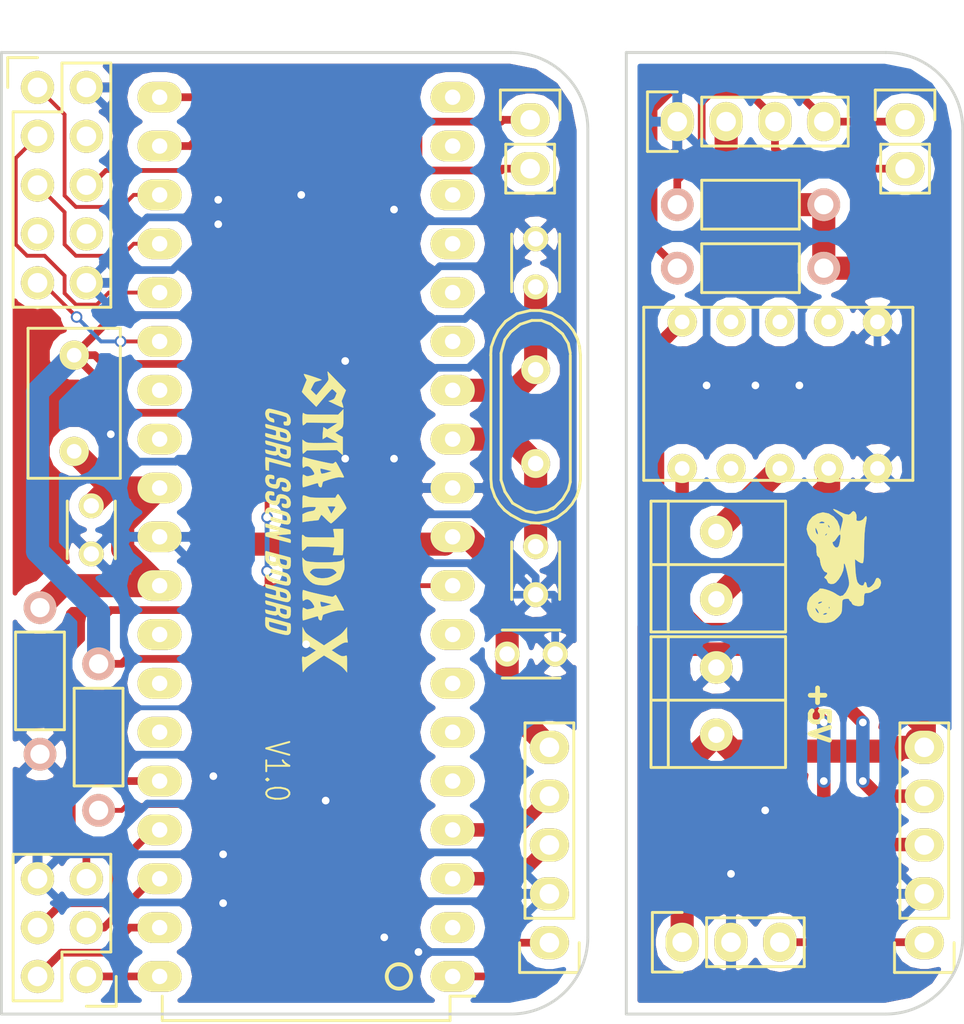
<source format=kicad_pcb>
(kicad_pcb (version 4) (host pcbnew 4.0.1-stable)

  (general
    (links 65)
    (no_connects 14)
    (area 100.536333 45.191 159.889287 102.765)
    (thickness 1.6)
    (drawings 15)
    (tracks 358)
    (zones 0)
    (modules 24)
    (nets 45)
  )

  (page A4)
  (layers
    (0 F.Cu signal)
    (31 B.Cu signal)
    (32 B.Adhes user)
    (33 F.Adhes user)
    (34 B.Paste user)
    (35 F.Paste user)
    (36 B.SilkS user)
    (37 F.SilkS user)
    (38 B.Mask user)
    (39 F.Mask user)
    (40 Dwgs.User user)
    (41 Cmts.User user)
    (42 Eco1.User user)
    (43 Eco2.User user)
    (44 Edge.Cuts user)
    (45 Margin user)
    (46 B.CrtYd user)
    (47 F.CrtYd user)
    (48 B.Fab user)
    (49 F.Fab user)
  )

  (setup
    (last_trace_width 0.25)
    (user_trace_width 0.185)
    (user_trace_width 0.2)
    (user_trace_width 0.4)
    (user_trace_width 0.7)
    (user_trace_width 1.2)
    (trace_clearance 0.17)
    (zone_clearance 0.508)
    (zone_45_only no)
    (trace_min 0.15)
    (segment_width 0.2)
    (edge_width 0.15)
    (via_size 0.6)
    (via_drill 0.4)
    (via_min_size 0.4)
    (via_min_drill 0.3)
    (uvia_size 0.3)
    (uvia_drill 0.1)
    (uvias_allowed no)
    (uvia_min_size 0.2)
    (uvia_min_drill 0.1)
    (pcb_text_width 0.3)
    (pcb_text_size 1.5 1.5)
    (mod_edge_width 0.15)
    (mod_text_size 1 1)
    (mod_text_width 0.15)
    (pad_size 1.7 1.7)
    (pad_drill 1.00076)
    (pad_to_mask_clearance 0.2)
    (aux_axis_origin 0 0)
    (visible_elements 7FFFFF7F)
    (pcbplotparams
      (layerselection 0x010f0_80000001)
      (usegerberextensions true)
      (excludeedgelayer true)
      (linewidth 0.100000)
      (plotframeref false)
      (viasonmask false)
      (mode 1)
      (useauxorigin false)
      (hpglpennumber 1)
      (hpglpenspeed 20)
      (hpglpendiameter 15)
      (hpglpenoverlay 2)
      (psnegative false)
      (psa4output false)
      (plotreference false)
      (plotvalue true)
      (plotinvisibletext false)
      (padsonsilk false)
      (subtractmaskfromsilk false)
      (outputformat 1)
      (mirror false)
      (drillshape 0)
      (scaleselection 1)
      (outputdirectory C:/Users/Ted/Desktop/Skyteam/MonkeyHud/KiCAD2/smartdax/))
  )

  (net 0 "")
  (net 1 "Net-(AZ850P2-31-Pad1)")
  (net 2 "Net-(AZ850P2-31-Pad2)")
  (net 3 "Net-(AZ850P2-31-Pad3)")
  (net 4 "Net-(AZ850P2-31-Pad4)")
  (net 5 GND)
  (net 6 "Net-(AZ850P2-31-Pad7)")
  (net 7 "Net-(AZ850P2-31-Pad8)")
  (net 8 "Net-(AZ850P2-31-Pad9)")
  (net 9 "Net-(AZ850P2-31-Pad10)")
  (net 10 "Net-(BTN1-Pad1)")
  (net 11 "Net-(BTN1-Pad2)")
  (net 12 "Net-(BTN1-Pad3)")
  (net 13 "Net-(BTN1-Pad4)")
  (net 14 "Net-(BTN1-Pad5)")
  (net 15 VCC)
  (net 16 "Net-(C2-Pad1)")
  (net 17 "Net-(C3-Pad2)")
  (net 18 "Net-(C4-Pad2)")
  (net 19 "Net-(DSP1-Pad3)")
  (net 20 "Net-(DSP1-Pad4)")
  (net 21 "Net-(HALL1-Pad3)")
  (net 22 "Net-(JTAG1-Pad1)")
  (net 23 "Net-(JTAG1-Pad3)")
  (net 24 "Net-(JTAG1-Pad5)")
  (net 25 "Net-(JTAG1-Pad6)")
  (net 26 "Net-(JTAG1-Pad7)")
  (net 27 "Net-(JTAG1-Pad8)")
  (net 28 "Net-(JTAG1-Pad9)")
  (net 29 "Net-(MCU1-Pad2)")
  (net 30 "Net-(MCU1-Pad5)")
  (net 31 "Net-(MCU1-Pad6)")
  (net 32 "Net-(MCU1-Pad7)")
  (net 33 "Net-(MCU1-Pad8)")
  (net 34 "Net-(MCU1-Pad14)")
  (net 35 "Net-(MCU1-Pad15)")
  (net 36 "Net-(MCU1-Pad16)")
  (net 37 "Net-(MCU1-Pad17)")
  (net 38 "Net-(MCU1-Pad18)")
  (net 39 "Net-(MCU1-Pad19)")
  (net 40 "Net-(MCU1-Pad28)")
  (net 41 "Net-(MCU1-Pad29)")
  (net 42 "Net-(MCU1-Pad33)")
  (net 43 "Net-(MCU1-Pad34)")
  (net 44 "Net-(MCU1-Pad35)")

  (net_class Default "This is the default net class."
    (clearance 0.17)
    (trace_width 0.25)
    (via_dia 0.6)
    (via_drill 0.4)
    (uvia_dia 0.3)
    (uvia_drill 0.1)
    (add_net GND)
    (add_net "Net-(AZ850P2-31-Pad1)")
    (add_net "Net-(AZ850P2-31-Pad10)")
    (add_net "Net-(AZ850P2-31-Pad2)")
    (add_net "Net-(AZ850P2-31-Pad3)")
    (add_net "Net-(AZ850P2-31-Pad4)")
    (add_net "Net-(AZ850P2-31-Pad7)")
    (add_net "Net-(AZ850P2-31-Pad8)")
    (add_net "Net-(AZ850P2-31-Pad9)")
    (add_net "Net-(BTN1-Pad1)")
    (add_net "Net-(BTN1-Pad2)")
    (add_net "Net-(BTN1-Pad3)")
    (add_net "Net-(BTN1-Pad4)")
    (add_net "Net-(BTN1-Pad5)")
    (add_net "Net-(C2-Pad1)")
    (add_net "Net-(C3-Pad2)")
    (add_net "Net-(C4-Pad2)")
    (add_net "Net-(DSP1-Pad3)")
    (add_net "Net-(DSP1-Pad4)")
    (add_net "Net-(HALL1-Pad3)")
    (add_net "Net-(JTAG1-Pad1)")
    (add_net "Net-(JTAG1-Pad3)")
    (add_net "Net-(JTAG1-Pad5)")
    (add_net "Net-(JTAG1-Pad6)")
    (add_net "Net-(JTAG1-Pad7)")
    (add_net "Net-(JTAG1-Pad8)")
    (add_net "Net-(JTAG1-Pad9)")
    (add_net "Net-(MCU1-Pad14)")
    (add_net "Net-(MCU1-Pad15)")
    (add_net "Net-(MCU1-Pad16)")
    (add_net "Net-(MCU1-Pad17)")
    (add_net "Net-(MCU1-Pad18)")
    (add_net "Net-(MCU1-Pad19)")
    (add_net "Net-(MCU1-Pad2)")
    (add_net "Net-(MCU1-Pad28)")
    (add_net "Net-(MCU1-Pad29)")
    (add_net "Net-(MCU1-Pad33)")
    (add_net "Net-(MCU1-Pad34)")
    (add_net "Net-(MCU1-Pad35)")
    (add_net "Net-(MCU1-Pad5)")
    (add_net "Net-(MCU1-Pad6)")
    (add_net "Net-(MCU1-Pad7)")
    (add_net "Net-(MCU1-Pad8)")
    (add_net VCC)
  )

  (net_class MoreClearance ""
    (clearance 0.6)
    (trace_width 0.25)
    (via_dia 0.6)
    (via_drill 0.4)
    (uvia_dia 0.3)
    (uvia_drill 0.1)
  )

  (module TedFootprints:atmega128nobottom (layer F.Cu) (tedit 56EA22B3) (tstamp 56E9041B)
    (at 124.968 98.044 180)
    (descr "40-lead dip package, row spacing 15.24 mm (600 mils), longer pads")
    (tags "dil dip 2.54 600")
    (path /56E6F64D)
    (fp_text reference MCU1 (at 7.543415 2.000278 180) (layer F.SilkS) hide
      (effects (font (size 1 1) (thickness 0.15)))
    )
    (fp_text value ATMEGA1284-P (at 7.62 3.81 180) (layer F.Fab)
      (effects (font (size 1 1) (thickness 0.15)))
    )
    (fp_line (start -1.4 -2.45) (end -1.4 50.75) (layer F.CrtYd) (width 0.05))
    (fp_line (start 16.65 -2.45) (end 16.65 50.75) (layer F.CrtYd) (width 0.05))
    (fp_line (start -1.4 -2.45) (end 16.65 -2.45) (layer F.CrtYd) (width 0.05))
    (fp_line (start -1.4 50.75) (end 16.65 50.75) (layer F.CrtYd) (width 0.05))
    (fp_line (start 0.135 -2.295) (end 0.135 -1.025) (layer F.SilkS) (width 0.15))
    (fp_line (start 15.105 -2.295) (end 15.105 -1.025) (layer F.SilkS) (width 0.15))
    (fp_line (start 0.135 -2.295) (end 15.105 -2.295) (layer F.SilkS) (width 0.15))
    (fp_line (start 0.135 -1.025) (end -1.15 -1.025) (layer F.SilkS) (width 0.15))
    (pad 1 thru_hole oval (at 0 0 180) (size 2.3 1.6) (drill 0.8) (layers *.Cu *.Mask F.SilkS)
      (net 21 "Net-(HALL1-Pad3)"))
    (pad 2 thru_hole oval (at 0 2.54 180) (size 2.3 1.6) (drill 0.8) (layers *.Cu *.Mask F.SilkS)
      (net 29 "Net-(MCU1-Pad2)"))
    (pad 3 thru_hole oval (at 0 5.08 180) (size 2.3 1.6) (drill 0.8) (layers *.Cu *.Mask F.SilkS)
      (net 1 "Net-(AZ850P2-31-Pad1)"))
    (pad 4 thru_hole oval (at 0 7.62 180) (size 2.3 1.6) (drill 0.8) (layers *.Cu *.Mask F.SilkS)
      (net 9 "Net-(AZ850P2-31-Pad10)"))
    (pad 5 thru_hole oval (at 0 10.16 180) (size 2.3 1.6) (drill 0.8) (layers *.Cu *.Mask F.SilkS)
      (net 30 "Net-(MCU1-Pad5)"))
    (pad 6 thru_hole oval (at 0 12.7 180) (size 2.3 1.6) (drill 0.8) (layers *.Cu *.Mask F.SilkS)
      (net 31 "Net-(MCU1-Pad6)"))
    (pad 7 thru_hole oval (at 0 15.24 180) (size 2.3 1.6) (drill 0.8) (layers *.Cu *.Mask F.SilkS)
      (net 32 "Net-(MCU1-Pad7)"))
    (pad 8 thru_hole oval (at 0 17.78 180) (size 2.3 1.6) (drill 0.8) (layers *.Cu *.Mask F.SilkS)
      (net 33 "Net-(MCU1-Pad8)"))
    (pad 9 thru_hole oval (at 0 20.32 180) (size 2.3 1.6) (drill 0.8) (layers *.Cu *.Mask F.SilkS)
      (net 25 "Net-(JTAG1-Pad6)"))
    (pad 10 thru_hole oval (at 0 22.86 180) (size 2.3 1.6) (drill 0.8) (layers *.Cu *.Mask F.SilkS)
      (net 15 VCC))
    (pad 11 thru_hole oval (at 0 25.4 180) (size 2.3 1.6) (drill 0.8) (layers *.Cu *.Mask F.SilkS)
      (net 5 GND))
    (pad 12 thru_hole oval (at 0 27.94 180) (size 2.3 1.6) (drill 0.8) (layers *.Cu *.Mask F.SilkS)
      (net 17 "Net-(C3-Pad2)"))
    (pad 13 thru_hole oval (at 0 30.48 180) (size 2.3 1.6) (drill 0.8) (layers *.Cu *.Mask F.SilkS)
      (net 18 "Net-(C4-Pad2)"))
    (pad 14 thru_hole oval (at 0 33.02 180) (size 2.3 1.6) (drill 0.8) (layers *.Cu *.Mask F.SilkS)
      (net 34 "Net-(MCU1-Pad14)"))
    (pad 15 thru_hole oval (at 0 35.56 180) (size 2.3 1.6) (drill 0.8) (layers *.Cu *.Mask F.SilkS)
      (net 35 "Net-(MCU1-Pad15)"))
    (pad 16 thru_hole oval (at 0 38.1 180) (size 2.3 1.6) (drill 0.8) (layers *.Cu *.Mask F.SilkS)
      (net 36 "Net-(MCU1-Pad16)"))
    (pad 17 thru_hole oval (at 0 40.64 180) (size 2.3 1.6) (drill 0.8) (layers *.Cu *.Mask F.SilkS)
      (net 37 "Net-(MCU1-Pad17)"))
    (pad 18 thru_hole oval (at 0 43.18 180) (size 2.3 1.6) (drill 0.8) (layers *.Cu *.Mask F.SilkS)
      (net 38 "Net-(MCU1-Pad18)"))
    (pad 19 thru_hole oval (at 0 45.72 180) (size 2.3 1.6) (drill 0.8) (layers *.Cu *.Mask F.SilkS)
      (net 39 "Net-(MCU1-Pad19)"))
    (pad 22 thru_hole oval (at 15.24 45.72 180) (size 2.3 1.6) (drill 0.8) (layers *.Cu *.Mask F.SilkS)
      (net 20 "Net-(DSP1-Pad4)"))
    (pad 23 thru_hole oval (at 15.24 43.18 180) (size 2.3 1.6) (drill 0.8) (layers *.Cu *.Mask F.SilkS)
      (net 19 "Net-(DSP1-Pad3)"))
    (pad 24 thru_hole oval (at 15.24 40.64 180) (size 2.3 1.6) (drill 0.8) (layers *.Cu *.Mask F.SilkS)
      (net 22 "Net-(JTAG1-Pad1)"))
    (pad 25 thru_hole oval (at 15.24 38.1 180) (size 2.3 1.6) (drill 0.8) (layers *.Cu *.Mask F.SilkS)
      (net 24 "Net-(JTAG1-Pad5)"))
    (pad 26 thru_hole oval (at 15.24 35.56 180) (size 2.3 1.6) (drill 0.8) (layers *.Cu *.Mask F.SilkS)
      (net 23 "Net-(JTAG1-Pad3)"))
    (pad 27 thru_hole oval (at 15.24 33.02 180) (size 2.3 1.6) (drill 0.8) (layers *.Cu *.Mask F.SilkS)
      (net 28 "Net-(JTAG1-Pad9)"))
    (pad 28 thru_hole oval (at 15.24 30.48 180) (size 2.3 1.6) (drill 0.8) (layers *.Cu *.Mask F.SilkS)
      (net 40 "Net-(MCU1-Pad28)"))
    (pad 29 thru_hole oval (at 15.24 27.94 180) (size 2.3 1.6) (drill 0.8) (layers *.Cu *.Mask F.SilkS)
      (net 41 "Net-(MCU1-Pad29)"))
    (pad 30 thru_hole oval (at 15.24 25.4 180) (size 2.3 1.6) (drill 0.8) (layers *.Cu *.Mask F.SilkS)
      (net 16 "Net-(C2-Pad1)"))
    (pad 31 thru_hole oval (at 15.24 22.86 180) (size 2.3 1.6) (drill 0.8) (layers *.Cu *.Mask F.SilkS)
      (net 5 GND))
    (pad 32 thru_hole oval (at 15.24 20.32 180) (size 2.3 1.6) (drill 0.8) (layers *.Cu *.Mask F.SilkS)
      (net 16 "Net-(C2-Pad1)"))
    (pad 33 thru_hole oval (at 15.24 17.78 180) (size 2.3 1.6) (drill 0.8) (layers *.Cu *.Mask F.SilkS)
      (net 42 "Net-(MCU1-Pad33)"))
    (pad 34 thru_hole oval (at 15.24 15.24 180) (size 2.3 1.6) (drill 0.8) (layers *.Cu *.Mask F.SilkS)
      (net 43 "Net-(MCU1-Pad34)"))
    (pad 35 thru_hole oval (at 15.24 12.7 180) (size 2.3 1.6) (drill 0.8) (layers *.Cu *.Mask F.SilkS)
      (net 44 "Net-(MCU1-Pad35)"))
    (pad 36 thru_hole oval (at 15.24 10.16 180) (size 2.3 1.6) (drill 0.8) (layers *.Cu *.Mask F.SilkS)
      (net 14 "Net-(BTN1-Pad5)"))
    (pad 37 thru_hole oval (at 15.24 7.62 180) (size 2.3 1.6) (drill 0.8) (layers *.Cu *.Mask F.SilkS)
      (net 13 "Net-(BTN1-Pad4)"))
    (pad 38 thru_hole oval (at 15.24 5.08 180) (size 2.3 1.6) (drill 0.8) (layers *.Cu *.Mask F.SilkS)
      (net 12 "Net-(BTN1-Pad3)"))
    (pad 39 thru_hole oval (at 15.24 2.54 180) (size 2.3 1.6) (drill 0.8) (layers *.Cu *.Mask F.SilkS)
      (net 11 "Net-(BTN1-Pad2)"))
    (pad 40 thru_hole oval (at 15.24 0 180) (size 2.3 1.6) (drill 0.8) (layers *.Cu *.Mask F.SilkS)
      (net 10 "Net-(BTN1-Pad1)"))
    (model Housings_DIP.3dshapes/DIP-40_W15.24mm_LongPads.wrl
      (at (xyz 0 0 0))
      (scale (xyz 1 1 1))
      (rotate (xyz 0 0 0))
    )
  )

  (module Pin_Headers:Pin_Header_Straight_1x02 (layer F.Cu) (tedit 56EA1E64) (tstamp 56EA0F9B)
    (at 129 53.5)
    (descr "Through hole pin header")
    (tags "pin header")
    (fp_text reference REF** (at 0 -5.1) (layer F.SilkS) hide
      (effects (font (size 1 1) (thickness 0.15)))
    )
    (fp_text value Pin_Header_Straight_1x02 (at 0 -3.1) (layer F.Fab) hide
      (effects (font (size 1 1) (thickness 0.15)))
    )
    (fp_line (start 1.27 1.27) (end 1.27 3.81) (layer F.SilkS) (width 0.15))
    (fp_line (start 1.55 -1.55) (end 1.55 0) (layer F.SilkS) (width 0.15))
    (fp_line (start -1.75 -1.75) (end -1.75 4.3) (layer F.CrtYd) (width 0.05))
    (fp_line (start 1.75 -1.75) (end 1.75 4.3) (layer F.CrtYd) (width 0.05))
    (fp_line (start -1.75 -1.75) (end 1.75 -1.75) (layer F.CrtYd) (width 0.05))
    (fp_line (start -1.75 4.3) (end 1.75 4.3) (layer F.CrtYd) (width 0.05))
    (fp_line (start 1.27 1.27) (end -1.27 1.27) (layer F.SilkS) (width 0.15))
    (fp_line (start -1.55 0) (end -1.55 -1.55) (layer F.SilkS) (width 0.15))
    (fp_line (start -1.55 -1.55) (end 1.55 -1.55) (layer F.SilkS) (width 0.15))
    (fp_line (start -1.27 1.27) (end -1.27 3.81) (layer F.SilkS) (width 0.15))
    (fp_line (start -1.27 3.81) (end 1.27 3.81) (layer F.SilkS) (width 0.15))
    (pad 1 thru_hole oval (at 0 0) (size 2.032 1.7272) (drill 1.016) (layers *.Cu *.Mask F.SilkS)
      (net 20 "Net-(DSP1-Pad4)"))
    (pad 2 thru_hole oval (at 0 2.54) (size 2.032 1.7272) (drill 1.016) (layers *.Cu *.Mask F.SilkS)
      (net 19 "Net-(DSP1-Pad3)"))
    (model Pin_Headers.3dshapes/Pin_Header_Straight_1x02.wrl
      (at (xyz 0 -0.05 0))
      (scale (xyz 1 1 1))
      (rotate (xyz 0 0 90))
    )
  )

  (module Capacitors_ThroughHole:C_Disc_D3_P2.5 (layer F.Cu) (tedit 56E8A050) (tstamp 56E72961)
    (at 129.286 59.69 270)
    (descr "Capacitor 3mm Disc, Pitch 2.5mm")
    (tags Capacitor)
    (path /56E71909)
    (fp_text reference C4 (at 2.410198 -2.424669 270) (layer F.SilkS) hide
      (effects (font (size 1 1) (thickness 0.15)))
    )
    (fp_text value 27pF (at 1.242764 2.514472 270) (layer F.Fab) hide
      (effects (font (size 1 1) (thickness 0.15)))
    )
    (fp_line (start -0.9 -1.5) (end 3.4 -1.5) (layer F.CrtYd) (width 0.05))
    (fp_line (start 3.4 -1.5) (end 3.4 1.5) (layer F.CrtYd) (width 0.05))
    (fp_line (start 3.4 1.5) (end -0.9 1.5) (layer F.CrtYd) (width 0.05))
    (fp_line (start -0.9 1.5) (end -0.9 -1.5) (layer F.CrtYd) (width 0.05))
    (fp_line (start -0.25 -1.25) (end 2.75 -1.25) (layer F.SilkS) (width 0.15))
    (fp_line (start 2.75 1.25) (end -0.25 1.25) (layer F.SilkS) (width 0.15))
    (pad 1 thru_hole circle (at 0 0 270) (size 1.3 1.3) (drill 0.8) (layers *.Cu *.Mask F.SilkS)
      (net 5 GND))
    (pad 2 thru_hole circle (at 2.5 0 270) (size 1.3 1.3) (drill 0.8001) (layers *.Cu *.Mask F.SilkS)
      (net 18 "Net-(C4-Pad2)"))
    (model Capacitors_ThroughHole.3dshapes/C_Disc_D3_P2.5.wrl
      (at (xyz 0.049213 0 0))
      (scale (xyz 1 1 1))
      (rotate (xyz 0 0 0))
    )
  )

  (module Pin_Headers:Pin_Header_Straight_1x05 (layer F.Cu) (tedit 56EA22A7) (tstamp 56E917C8)
    (at 149.5 96.29 180)
    (descr "Through hole pin header")
    (tags "pin header")
    (fp_text reference interconn (at 0 -5.1 180) (layer F.SilkS) hide
      (effects (font (size 1 1) (thickness 0.15)))
    )
    (fp_text value Pin_Header_Straight_1x05 (at 0 -3.1 180) (layer F.Fab) hide
      (effects (font (size 1 1) (thickness 0.15)))
    )
    (fp_line (start -1.55 0) (end -1.55 -1.55) (layer F.SilkS) (width 0.15))
    (fp_line (start -1.55 -1.55) (end 1.55 -1.55) (layer F.SilkS) (width 0.15))
    (fp_line (start 1.55 -1.55) (end 1.55 0) (layer F.SilkS) (width 0.15))
    (fp_line (start -1.75 -1.75) (end -1.75 11.95) (layer F.CrtYd) (width 0.05))
    (fp_line (start 1.75 -1.75) (end 1.75 11.95) (layer F.CrtYd) (width 0.05))
    (fp_line (start -1.75 -1.75) (end 1.75 -1.75) (layer F.CrtYd) (width 0.05))
    (fp_line (start -1.75 11.95) (end 1.75 11.95) (layer F.CrtYd) (width 0.05))
    (fp_line (start 1.27 1.27) (end 1.27 11.43) (layer F.SilkS) (width 0.15))
    (fp_line (start 1.27 11.43) (end -1.27 11.43) (layer F.SilkS) (width 0.15))
    (fp_line (start -1.27 11.43) (end -1.27 1.27) (layer F.SilkS) (width 0.15))
    (fp_line (start 1.27 1.27) (end -1.27 1.27) (layer F.SilkS) (width 0.15))
    (pad 1 thru_hole oval (at 0 0 180) (size 2.032 1.7272) (drill 1.016) (layers *.Cu *.Mask F.SilkS)
      (net 21 "Net-(HALL1-Pad3)"))
    (pad 2 thru_hole oval (at 0 2.54 180) (size 2.032 1.7272) (drill 1.016) (layers *.Cu *.Mask F.SilkS)
      (net 5 GND))
    (pad 3 thru_hole oval (at 0 5.08 180) (size 2.032 1.7272) (drill 1.016) (layers *.Cu *.Mask F.SilkS)
      (net 1 "Net-(AZ850P2-31-Pad1)"))
    (pad 4 thru_hole oval (at 0 7.62 180) (size 2.032 1.7272) (drill 1.016) (layers *.Cu *.Mask F.SilkS)
      (net 9 "Net-(AZ850P2-31-Pad10)"))
    (pad 5 thru_hole oval (at 0 10.16 180) (size 2.032 1.7272) (drill 1.016) (layers *.Cu *.Mask F.SilkS)
      (net 15 VCC))
    (model Pin_Headers.3dshapes/Pin_Header_Straight_1x05.wrl
      (at (xyz 0 -0.2 0))
      (scale (xyz 1 1 1))
      (rotate (xyz 0 0 90))
    )
  )

  (module Capacitors_ThroughHole:C_Disc_D3_P2.5 (layer F.Cu) (tedit 56E92C29) (tstamp 56E7310D)
    (at 130.302 81.28 180)
    (descr "Capacitor 3mm Disc, Pitch 2.5mm")
    (tags Capacitor)
    (path /56E83137)
    (fp_text reference C6 (at -2.032 0 180) (layer F.SilkS) hide
      (effects (font (size 1 1) (thickness 0.15)))
    )
    (fp_text value 100nF (at 2.032 -2.286 180) (layer F.Fab) hide
      (effects (font (size 1 1) (thickness 0.15)))
    )
    (fp_line (start -0.9 -1.5) (end 3.4 -1.5) (layer F.CrtYd) (width 0.05))
    (fp_line (start 3.4 -1.5) (end 3.4 1.5) (layer F.CrtYd) (width 0.05))
    (fp_line (start 3.4 1.5) (end -0.9 1.5) (layer F.CrtYd) (width 0.05))
    (fp_line (start -0.9 1.5) (end -0.9 -1.5) (layer F.CrtYd) (width 0.05))
    (fp_line (start -0.25 -1.25) (end 2.75 -1.25) (layer F.SilkS) (width 0.15))
    (fp_line (start 2.75 1.25) (end -0.25 1.25) (layer F.SilkS) (width 0.15))
    (pad 1 thru_hole circle (at 0 0 180) (size 1.3 1.3) (drill 0.8) (layers *.Cu *.Mask F.SilkS)
      (net 5 GND))
    (pad 2 thru_hole circle (at 2.5 0 180) (size 1.3 1.3) (drill 0.8001) (layers *.Cu *.Mask F.SilkS)
      (net 15 VCC))
    (model Capacitors_ThroughHole.3dshapes/C_Disc_D3_P2.5.wrl
      (at (xyz 0.049213 0 0))
      (scale (xyz 1 1 1))
      (rotate (xyz 0 0 0))
    )
  )

  (module Resistors_ThroughHole:Resistor_Horizontal_RM7mm (layer F.Cu) (tedit 56EA0CC8) (tstamp 56E729F4)
    (at 106.553 81.788 270)
    (descr "Resistor, Axial,  RM 7.62mm, 1/3W,")
    (tags "Resistor Axial RM 7.62mm 1/3W R3")
    (path /56E8B962)
    (fp_text reference R4 (at 5.965262 0.141312 270) (layer F.SilkS) hide
      (effects (font (size 1 1) (thickness 0.15)))
    )
    (fp_text value 10K (at 3.622 -0.206 270) (layer F.Fab)
      (effects (font (size 1 1) (thickness 0.15)))
    )
    (fp_line (start -1.25 -1.5) (end 8.85 -1.5) (layer F.CrtYd) (width 0.05))
    (fp_line (start -1.25 1.5) (end -1.25 -1.5) (layer F.CrtYd) (width 0.05))
    (fp_line (start 8.85 -1.5) (end 8.85 1.5) (layer F.CrtYd) (width 0.05))
    (fp_line (start -1.25 1.5) (end 8.85 1.5) (layer F.CrtYd) (width 0.05))
    (fp_line (start 1.27 -1.27) (end 6.35 -1.27) (layer F.SilkS) (width 0.15))
    (fp_line (start 6.35 -1.27) (end 6.35 1.27) (layer F.SilkS) (width 0.15))
    (fp_line (start 6.35 1.27) (end 1.27 1.27) (layer F.SilkS) (width 0.15))
    (fp_line (start 1.27 1.27) (end 1.27 -1.27) (layer F.SilkS) (width 0.15))
    (pad 1 thru_hole circle (at 0 0 270) (size 1.7 1.7) (drill 1.00076) (layers *.Cu *.SilkS *.Mask)
      (net 15 VCC))
    (pad 2 thru_hole circle (at 7.62 0 270) (size 1.7 1.7) (drill 1.00076) (layers *.Cu *.SilkS *.Mask)
      (net 25 "Net-(JTAG1-Pad6)"))
  )

  (module Resistors_ThroughHole:Resistor_Horizontal_RM7mm (layer F.Cu) (tedit 56EE8FFA) (tstamp 56E729E7)
    (at 103.505 86.487 90)
    (descr "Resistor, Axial,  RM 7.62mm, 1/3W,")
    (tags "Resistor Axial RM 7.62mm 1/3W R3")
    (path /56E85930)
    (fp_text reference R3 (at -2.667 -0.254 90) (layer F.SilkS) hide
      (effects (font (size 1 1) (thickness 0.15)))
    )
    (fp_text value 20 (at 3.75 0.25 90) (layer F.Fab)
      (effects (font (size 1 1) (thickness 0.15)))
    )
    (fp_line (start -1.25 -1.5) (end 8.85 -1.5) (layer F.CrtYd) (width 0.05))
    (fp_line (start -1.25 1.5) (end -1.25 -1.5) (layer F.CrtYd) (width 0.05))
    (fp_line (start 8.85 -1.5) (end 8.85 1.5) (layer F.CrtYd) (width 0.05))
    (fp_line (start -1.25 1.5) (end 8.85 1.5) (layer F.CrtYd) (width 0.05))
    (fp_line (start 1.27 -1.27) (end 6.35 -1.27) (layer F.SilkS) (width 0.15))
    (fp_line (start 6.35 -1.27) (end 6.35 1.27) (layer F.SilkS) (width 0.15))
    (fp_line (start 6.35 1.27) (end 1.27 1.27) (layer F.SilkS) (width 0.15))
    (fp_line (start 1.27 1.27) (end 1.27 -1.27) (layer F.SilkS) (width 0.15))
    (pad 1 thru_hole circle (at 0 0 90) (size 1.7 1.7) (drill 1.00076) (layers *.Cu *.SilkS *.Mask)
      (net 5 GND))
    (pad 2 thru_hole circle (at 7.62 0 90) (size 1.7 1.7) (drill 1.00076) (layers *.Cu *.SilkS *.Mask)
      (net 16 "Net-(C2-Pad1)"))
  )

  (module Resistors_ThroughHole:Resistor_Horizontal_RM7mm (layer F.Cu) (tedit 56EA0D82) (tstamp 56E729DA)
    (at 144.272 57.912 180)
    (descr "Resistor, Axial,  RM 7.62mm, 1/3W,")
    (tags "Resistor Axial RM 7.62mm 1/3W R3")
    (path /56E74F66)
    (fp_text reference R2 (at 3.75849 -2.245064 180) (layer F.SilkS) hide
      (effects (font (size 1 1) (thickness 0.15)))
    )
    (fp_text value 1K2 (at 3.848293 0 180) (layer F.Fab)
      (effects (font (size 1 1) (thickness 0.15)))
    )
    (fp_line (start -1.25 -1.5) (end 8.85 -1.5) (layer F.CrtYd) (width 0.05))
    (fp_line (start -1.25 1.5) (end -1.25 -1.5) (layer F.CrtYd) (width 0.05))
    (fp_line (start 8.85 -1.5) (end 8.85 1.5) (layer F.CrtYd) (width 0.05))
    (fp_line (start -1.25 1.5) (end 8.85 1.5) (layer F.CrtYd) (width 0.05))
    (fp_line (start 1.27 -1.27) (end 6.35 -1.27) (layer F.SilkS) (width 0.15))
    (fp_line (start 6.35 -1.27) (end 6.35 1.27) (layer F.SilkS) (width 0.15))
    (fp_line (start 6.35 1.27) (end 1.27 1.27) (layer F.SilkS) (width 0.15))
    (fp_line (start 1.27 1.27) (end 1.27 -1.27) (layer F.SilkS) (width 0.15))
    (pad 1 thru_hole circle (at 0 0 180) (size 1.7 1.7) (drill 1.00076) (layers *.Cu *.SilkS *.Mask)
      (net 15 VCC))
    (pad 2 thru_hole circle (at 7.62 0 180) (size 1.7 1.7) (drill 1.00076) (layers *.Cu *.SilkS *.Mask)
      (net 19 "Net-(DSP1-Pad3)"))
  )

  (module Capacitors_ThroughHole:C_Disc_D3_P2.5 (layer F.Cu) (tedit 56E8A05E) (tstamp 56E72927)
    (at 129.286 78.192 90)
    (descr "Capacitor 3mm Disc, Pitch 2.5mm")
    (tags Capacitor)
    (path /56E717F3)
    (fp_text reference C3 (at 2.334867 2.514472 90) (layer F.SilkS) hide
      (effects (font (size 1 1) (thickness 0.15)))
    )
    (fp_text value 27pF (at 1.167433 7.453613 90) (layer F.Fab) hide
      (effects (font (size 1 1) (thickness 0.15)))
    )
    (fp_line (start -0.9 -1.5) (end 3.4 -1.5) (layer F.CrtYd) (width 0.05))
    (fp_line (start 3.4 -1.5) (end 3.4 1.5) (layer F.CrtYd) (width 0.05))
    (fp_line (start 3.4 1.5) (end -0.9 1.5) (layer F.CrtYd) (width 0.05))
    (fp_line (start -0.9 1.5) (end -0.9 -1.5) (layer F.CrtYd) (width 0.05))
    (fp_line (start -0.25 -1.25) (end 2.75 -1.25) (layer F.SilkS) (width 0.15))
    (fp_line (start 2.75 1.25) (end -0.25 1.25) (layer F.SilkS) (width 0.15))
    (pad 1 thru_hole circle (at 0 0 90) (size 1.3 1.3) (drill 0.8) (layers *.Cu *.Mask F.SilkS)
      (net 5 GND))
    (pad 2 thru_hole circle (at 2.5 0 90) (size 1.3 1.3) (drill 0.8001) (layers *.Cu *.Mask F.SilkS)
      (net 17 "Net-(C3-Pad2)"))
    (model Capacitors_ThroughHole.3dshapes/C_Disc_D3_P2.5.wrl
      (at (xyz 0.049213 0 0))
      (scale (xyz 1 1 1))
      (rotate (xyz 0 0 0))
    )
  )

  (module Capacitors_ThroughHole:C_Disc_D3_P2.5 (layer F.Cu) (tedit 56E92CAA) (tstamp 56E728F9)
    (at 106.172 73.573 270)
    (descr "Capacitor 3mm Disc, Pitch 2.5mm")
    (tags Capacitor)
    (path /56E6F9AE)
    (fp_text reference C2 (at 4.572 0 270) (layer F.SilkS) hide
      (effects (font (size 1 1) (thickness 0.15)))
    )
    (fp_text value 100nF (at 4.278 -0.254 360) (layer F.Fab) hide
      (effects (font (size 1 1) (thickness 0.15)))
    )
    (fp_line (start -0.9 -1.5) (end 3.4 -1.5) (layer F.CrtYd) (width 0.05))
    (fp_line (start 3.4 -1.5) (end 3.4 1.5) (layer F.CrtYd) (width 0.05))
    (fp_line (start 3.4 1.5) (end -0.9 1.5) (layer F.CrtYd) (width 0.05))
    (fp_line (start -0.9 1.5) (end -0.9 -1.5) (layer F.CrtYd) (width 0.05))
    (fp_line (start -0.25 -1.25) (end 2.75 -1.25) (layer F.SilkS) (width 0.15))
    (fp_line (start 2.75 1.25) (end -0.25 1.25) (layer F.SilkS) (width 0.15))
    (pad 1 thru_hole circle (at 0 0 270) (size 1.3 1.3) (drill 0.8) (layers *.Cu *.Mask F.SilkS)
      (net 16 "Net-(C2-Pad1)"))
    (pad 2 thru_hole circle (at 2.5 0 270) (size 1.3 1.3) (drill 0.8001) (layers *.Cu *.Mask F.SilkS)
      (net 5 GND))
    (model Capacitors_ThroughHole.3dshapes/C_Disc_D3_P2.5.wrl
      (at (xyz 0.049213 0 0))
      (scale (xyz 1 1 1))
      (rotate (xyz 0 0 0))
    )
  )

  (module Resistors_ThroughHole:Resistor_Horizontal_RM7mm (layer F.Cu) (tedit 56EA0D84) (tstamp 56E729AF)
    (at 144.272 61.214 180)
    (descr "Resistor, Axial,  RM 7.62mm, 1/3W,")
    (tags "Resistor Axial RM 7.62mm 1/3W R3")
    (path /56E74DCA)
    (fp_text reference R1 (at 4.027898 -2.155261 180) (layer F.SilkS) hide
      (effects (font (size 1 1) (thickness 0.15)))
    )
    (fp_text value 1K2 (at 3.938095 0 180) (layer F.Fab)
      (effects (font (size 1 1) (thickness 0.15)))
    )
    (fp_line (start -1.25 -1.5) (end 8.85 -1.5) (layer F.CrtYd) (width 0.05))
    (fp_line (start -1.25 1.5) (end -1.25 -1.5) (layer F.CrtYd) (width 0.05))
    (fp_line (start 8.85 -1.5) (end 8.85 1.5) (layer F.CrtYd) (width 0.05))
    (fp_line (start -1.25 1.5) (end 8.85 1.5) (layer F.CrtYd) (width 0.05))
    (fp_line (start 1.27 -1.27) (end 6.35 -1.27) (layer F.SilkS) (width 0.15))
    (fp_line (start 6.35 -1.27) (end 6.35 1.27) (layer F.SilkS) (width 0.15))
    (fp_line (start 6.35 1.27) (end 1.27 1.27) (layer F.SilkS) (width 0.15))
    (fp_line (start 1.27 1.27) (end 1.27 -1.27) (layer F.SilkS) (width 0.15))
    (pad 1 thru_hole circle (at 0 0 180) (size 1.7 1.7) (drill 1.00076) (layers *.Cu *.SilkS *.Mask)
      (net 15 VCC))
    (pad 2 thru_hole circle (at 7.62 0 180) (size 1.7 1.7) (drill 1.00076) (layers *.Cu *.SilkS *.Mask)
      (net 20 "Net-(DSP1-Pad4)"))
  )

  (module Crystals:Crystal_HC49-U_Vertical (layer F.Cu) (tedit 56E92C52) (tstamp 56E72CC6)
    (at 129.286 68.93306 270)
    (descr "Crystal, Quarz, HC49/U, vertical, stehend,")
    (tags "Crystal, Quarz, HC49/U, vertical, stehend,")
    (path /56E716F6)
    (fp_text reference Y1 (at 0 0 270) (layer F.SilkS) hide
      (effects (font (size 1 1) (thickness 0.15)))
    )
    (fp_text value 16M (at -0.19094 0 360) (layer F.Fab)
      (effects (font (size 1 1) (thickness 0.15)))
    )
    (fp_line (start 4.699 -1.00076) (end 4.89966 -0.59944) (layer F.SilkS) (width 0.15))
    (fp_line (start 4.89966 -0.59944) (end 5.00126 0) (layer F.SilkS) (width 0.15))
    (fp_line (start 5.00126 0) (end 4.89966 0.50038) (layer F.SilkS) (width 0.15))
    (fp_line (start 4.89966 0.50038) (end 4.50088 1.19888) (layer F.SilkS) (width 0.15))
    (fp_line (start 4.50088 1.19888) (end 3.8989 1.6002) (layer F.SilkS) (width 0.15))
    (fp_line (start 3.8989 1.6002) (end 3.29946 1.80086) (layer F.SilkS) (width 0.15))
    (fp_line (start 3.29946 1.80086) (end -3.29946 1.80086) (layer F.SilkS) (width 0.15))
    (fp_line (start -3.29946 1.80086) (end -4.0005 1.6002) (layer F.SilkS) (width 0.15))
    (fp_line (start -4.0005 1.6002) (end -4.39928 1.30048) (layer F.SilkS) (width 0.15))
    (fp_line (start -4.39928 1.30048) (end -4.8006 0.8001) (layer F.SilkS) (width 0.15))
    (fp_line (start -4.8006 0.8001) (end -5.00126 0.20066) (layer F.SilkS) (width 0.15))
    (fp_line (start -5.00126 0.20066) (end -5.00126 -0.29972) (layer F.SilkS) (width 0.15))
    (fp_line (start -5.00126 -0.29972) (end -4.8006 -0.8001) (layer F.SilkS) (width 0.15))
    (fp_line (start -4.8006 -0.8001) (end -4.30022 -1.39954) (layer F.SilkS) (width 0.15))
    (fp_line (start -4.30022 -1.39954) (end -3.79984 -1.69926) (layer F.SilkS) (width 0.15))
    (fp_line (start -3.79984 -1.69926) (end -3.29946 -1.80086) (layer F.SilkS) (width 0.15))
    (fp_line (start -3.2004 -1.80086) (end 3.40106 -1.80086) (layer F.SilkS) (width 0.15))
    (fp_line (start 3.40106 -1.80086) (end 3.79984 -1.69926) (layer F.SilkS) (width 0.15))
    (fp_line (start 3.79984 -1.69926) (end 4.30022 -1.39954) (layer F.SilkS) (width 0.15))
    (fp_line (start 4.30022 -1.39954) (end 4.8006 -0.89916) (layer F.SilkS) (width 0.15))
    (fp_line (start -3.19024 -2.32918) (end -3.64998 -2.28092) (layer F.SilkS) (width 0.15))
    (fp_line (start -3.64998 -2.28092) (end -4.04876 -2.16916) (layer F.SilkS) (width 0.15))
    (fp_line (start -4.04876 -2.16916) (end -4.48056 -1.95072) (layer F.SilkS) (width 0.15))
    (fp_line (start -4.48056 -1.95072) (end -4.77012 -1.71958) (layer F.SilkS) (width 0.15))
    (fp_line (start -4.77012 -1.71958) (end -5.10032 -1.36906) (layer F.SilkS) (width 0.15))
    (fp_line (start -5.10032 -1.36906) (end -5.38988 -0.83058) (layer F.SilkS) (width 0.15))
    (fp_line (start -5.38988 -0.83058) (end -5.51942 -0.23114) (layer F.SilkS) (width 0.15))
    (fp_line (start -5.51942 -0.23114) (end -5.51942 0.2794) (layer F.SilkS) (width 0.15))
    (fp_line (start -5.51942 0.2794) (end -5.34924 0.98044) (layer F.SilkS) (width 0.15))
    (fp_line (start -5.34924 0.98044) (end -4.95046 1.56972) (layer F.SilkS) (width 0.15))
    (fp_line (start -4.95046 1.56972) (end -4.49072 1.94056) (layer F.SilkS) (width 0.15))
    (fp_line (start -4.49072 1.94056) (end -4.06908 2.14884) (layer F.SilkS) (width 0.15))
    (fp_line (start -4.06908 2.14884) (end -3.6195 2.30886) (layer F.SilkS) (width 0.15))
    (fp_line (start -3.6195 2.30886) (end -3.18008 2.33934) (layer F.SilkS) (width 0.15))
    (fp_line (start 4.16052 2.1209) (end 4.53898 1.89992) (layer F.SilkS) (width 0.15))
    (fp_line (start 4.53898 1.89992) (end 4.85902 1.62052) (layer F.SilkS) (width 0.15))
    (fp_line (start 4.85902 1.62052) (end 5.11048 1.29032) (layer F.SilkS) (width 0.15))
    (fp_line (start 5.11048 1.29032) (end 5.4102 0.73914) (layer F.SilkS) (width 0.15))
    (fp_line (start 5.4102 0.73914) (end 5.51942 0.26924) (layer F.SilkS) (width 0.15))
    (fp_line (start 5.51942 0.26924) (end 5.53974 -0.1905) (layer F.SilkS) (width 0.15))
    (fp_line (start 5.53974 -0.1905) (end 5.45084 -0.65024) (layer F.SilkS) (width 0.15))
    (fp_line (start 5.45084 -0.65024) (end 5.26034 -1.09982) (layer F.SilkS) (width 0.15))
    (fp_line (start 5.26034 -1.09982) (end 4.89966 -1.56972) (layer F.SilkS) (width 0.15))
    (fp_line (start 4.89966 -1.56972) (end 4.54914 -1.88976) (layer F.SilkS) (width 0.15))
    (fp_line (start 4.54914 -1.88976) (end 4.16052 -2.1209) (layer F.SilkS) (width 0.15))
    (fp_line (start 4.16052 -2.1209) (end 3.73126 -2.2606) (layer F.SilkS) (width 0.15))
    (fp_line (start 3.73126 -2.2606) (end 3.2893 -2.32918) (layer F.SilkS) (width 0.15))
    (fp_line (start -3.2004 2.32918) (end 3.2512 2.32918) (layer F.SilkS) (width 0.15))
    (fp_line (start 3.2512 2.32918) (end 3.6703 2.29108) (layer F.SilkS) (width 0.15))
    (fp_line (start 3.6703 2.29108) (end 4.16052 2.1209) (layer F.SilkS) (width 0.15))
    (fp_line (start -3.2004 -2.32918) (end 3.2512 -2.32918) (layer F.SilkS) (width 0.15))
    (pad 1 thru_hole circle (at -2.44094 0 270) (size 1.50114 1.50114) (drill 0.8001) (layers *.Cu *.Mask F.SilkS)
      (net 18 "Net-(C4-Pad2)"))
    (pad 2 thru_hole circle (at 2.44094 0 270) (size 1.50114 1.50114) (drill 0.8001) (layers *.Cu *.Mask F.SilkS)
      (net 17 "Net-(C3-Pad2)"))
  )

  (module Pin_Headers:Pin_Header_Straight_2x03 (layer F.Cu) (tedit 56E8B2D3) (tstamp 56E72F1B)
    (at 105.918 98.044 180)
    (descr "Through hole pin header")
    (tags "pin header")
    (path /56E746E6)
    (fp_text reference BTN1 (at -3.937 1.524 180) (layer F.SilkS) hide
      (effects (font (size 1 1) (thickness 0.15)))
    )
    (fp_text value 6pin (at 2.54 -2.032 180) (layer F.Fab) hide
      (effects (font (size 1 1) (thickness 0.15)))
    )
    (fp_line (start -1.27 1.27) (end -1.27 6.35) (layer F.SilkS) (width 0.15))
    (fp_line (start -1.55 -1.55) (end 0 -1.55) (layer F.SilkS) (width 0.15))
    (fp_line (start -1.75 -1.75) (end -1.75 6.85) (layer F.CrtYd) (width 0.05))
    (fp_line (start 4.3 -1.75) (end 4.3 6.85) (layer F.CrtYd) (width 0.05))
    (fp_line (start -1.75 -1.75) (end 4.3 -1.75) (layer F.CrtYd) (width 0.05))
    (fp_line (start -1.75 6.85) (end 4.3 6.85) (layer F.CrtYd) (width 0.05))
    (fp_line (start 1.27 -1.27) (end 1.27 1.27) (layer F.SilkS) (width 0.15))
    (fp_line (start 1.27 1.27) (end -1.27 1.27) (layer F.SilkS) (width 0.15))
    (fp_line (start -1.27 6.35) (end 3.81 6.35) (layer F.SilkS) (width 0.15))
    (fp_line (start 3.81 6.35) (end 3.81 1.27) (layer F.SilkS) (width 0.15))
    (fp_line (start -1.55 -1.55) (end -1.55 0) (layer F.SilkS) (width 0.15))
    (fp_line (start 3.81 -1.27) (end 1.27 -1.27) (layer F.SilkS) (width 0.15))
    (fp_line (start 3.81 1.27) (end 3.81 -1.27) (layer F.SilkS) (width 0.15))
    (pad 1 thru_hole circle (at 0 0 180) (size 1.7272 1.7272) (drill 1.016) (layers *.Cu *.Mask F.SilkS)
      (net 10 "Net-(BTN1-Pad1)"))
    (pad 2 thru_hole oval (at 2.54 0 180) (size 1.7272 1.7272) (drill 1.016) (layers *.Cu *.Mask F.SilkS)
      (net 11 "Net-(BTN1-Pad2)"))
    (pad 3 thru_hole oval (at 0 2.54 180) (size 1.7272 1.7272) (drill 1.016) (layers *.Cu *.Mask F.SilkS)
      (net 12 "Net-(BTN1-Pad3)"))
    (pad 4 thru_hole oval (at 2.54 2.54 180) (size 1.7272 1.7272) (drill 1.016) (layers *.Cu *.Mask F.SilkS)
      (net 13 "Net-(BTN1-Pad4)"))
    (pad 5 thru_hole oval (at 0 5.08 180) (size 1.7272 1.7272) (drill 1.016) (layers *.Cu *.Mask F.SilkS)
      (net 14 "Net-(BTN1-Pad5)"))
    (pad 6 thru_hole oval (at 2.54 5.08 180) (size 1.7272 1.7272) (drill 1.016) (layers *.Cu *.Mask F.SilkS)
      (net 5 GND))
    (model Pin_Headers.3dshapes/Pin_Header_Straight_2x03.wrl
      (at (xyz 0.05 -0.1 0))
      (scale (xyz 1 1 1))
      (rotate (xyz 0 0 90))
    )
  )

  (module Pin_Headers:Pin_Header_Straight_1x04 (layer F.Cu) (tedit 56E92CB5) (tstamp 56E72FA7)
    (at 136.652 53.594 90)
    (descr "Through hole pin header")
    (tags "pin header")
    (path /56E7557B)
    (fp_text reference DSP1 (at -2.794 0.254 180) (layer F.SilkS) hide
      (effects (font (size 1 1) (thickness 0.15)))
    )
    (fp_text value 4pin (at -2.794 -0.508 180) (layer F.Fab) hide
      (effects (font (size 1 1) (thickness 0.15)))
    )
    (fp_line (start -1.75 -1.75) (end -1.75 9.4) (layer F.CrtYd) (width 0.05))
    (fp_line (start 1.75 -1.75) (end 1.75 9.4) (layer F.CrtYd) (width 0.05))
    (fp_line (start -1.75 -1.75) (end 1.75 -1.75) (layer F.CrtYd) (width 0.05))
    (fp_line (start -1.75 9.4) (end 1.75 9.4) (layer F.CrtYd) (width 0.05))
    (fp_line (start -1.27 1.27) (end -1.27 8.89) (layer F.SilkS) (width 0.15))
    (fp_line (start 1.27 1.27) (end 1.27 8.89) (layer F.SilkS) (width 0.15))
    (fp_line (start 1.55 -1.55) (end 1.55 0) (layer F.SilkS) (width 0.15))
    (fp_line (start -1.27 8.89) (end 1.27 8.89) (layer F.SilkS) (width 0.15))
    (fp_line (start 1.27 1.27) (end -1.27 1.27) (layer F.SilkS) (width 0.15))
    (fp_line (start -1.55 0) (end -1.55 -1.55) (layer F.SilkS) (width 0.15))
    (fp_line (start -1.55 -1.55) (end 1.55 -1.55) (layer F.SilkS) (width 0.15))
    (pad 1 thru_hole oval (at 0 0 90) (size 2.032 1.7272) (drill 1.016) (layers *.Cu *.Mask F.SilkS)
      (net 5 GND))
    (pad 2 thru_hole oval (at 0 2.54 90) (size 2.032 1.7272) (drill 1.016) (layers *.Cu *.Mask F.SilkS)
      (net 15 VCC))
    (pad 3 thru_hole oval (at 0 5.08 90) (size 2.032 1.7272) (drill 1.016) (layers *.Cu *.Mask F.SilkS)
      (net 19 "Net-(DSP1-Pad3)"))
    (pad 4 thru_hole oval (at 0 7.62 90) (size 2.032 1.7272) (drill 1.016) (layers *.Cu *.Mask F.SilkS)
      (net 20 "Net-(DSP1-Pad4)"))
    (model Pin_Headers.3dshapes/Pin_Header_Straight_1x04.wrl
      (at (xyz 0 -0.15 0))
      (scale (xyz 1 1 1))
      (rotate (xyz 0 0 90))
    )
  )

  (module Pin_Headers:Pin_Header_Straight_1x03 (layer F.Cu) (tedit 56E92C69) (tstamp 56E731A6)
    (at 136.906 96.266 90)
    (descr "Through hole pin header")
    (tags "pin header")
    (path /56E79104)
    (fp_text reference HALL1 (at -3.592102 2.360395 180) (layer F.SilkS) hide
      (effects (font (size 1 1) (thickness 0.15)))
    )
    (fp_text value 3pin (at 2.604274 2.629802 180) (layer F.Fab) hide
      (effects (font (size 1 1) (thickness 0.15)))
    )
    (fp_line (start -1.75 -1.75) (end -1.75 6.85) (layer F.CrtYd) (width 0.05))
    (fp_line (start 1.75 -1.75) (end 1.75 6.85) (layer F.CrtYd) (width 0.05))
    (fp_line (start -1.75 -1.75) (end 1.75 -1.75) (layer F.CrtYd) (width 0.05))
    (fp_line (start -1.75 6.85) (end 1.75 6.85) (layer F.CrtYd) (width 0.05))
    (fp_line (start -1.27 1.27) (end -1.27 6.35) (layer F.SilkS) (width 0.15))
    (fp_line (start -1.27 6.35) (end 1.27 6.35) (layer F.SilkS) (width 0.15))
    (fp_line (start 1.27 6.35) (end 1.27 1.27) (layer F.SilkS) (width 0.15))
    (fp_line (start 1.55 -1.55) (end 1.55 0) (layer F.SilkS) (width 0.15))
    (fp_line (start 1.27 1.27) (end -1.27 1.27) (layer F.SilkS) (width 0.15))
    (fp_line (start -1.55 0) (end -1.55 -1.55) (layer F.SilkS) (width 0.15))
    (fp_line (start -1.55 -1.55) (end 1.55 -1.55) (layer F.SilkS) (width 0.15))
    (pad 1 thru_hole oval (at 0 0 90) (size 2.032 1.7272) (drill 1.016) (layers *.Cu *.Mask F.SilkS)
      (net 15 VCC))
    (pad 2 thru_hole oval (at 0 2.54 90) (size 2.032 1.7272) (drill 1.016) (layers *.Cu *.Mask F.SilkS)
      (net 5 GND))
    (pad 3 thru_hole oval (at 0 5.08 90) (size 2.032 1.7272) (drill 1.016) (layers *.Cu *.Mask F.SilkS)
      (net 21 "Net-(HALL1-Pad3)"))
    (model Pin_Headers.3dshapes/Pin_Header_Straight_1x03.wrl
      (at (xyz 0 -0.1 0))
      (scale (xyz 1 1 1))
      (rotate (xyz 0 0 90))
    )
  )

  (module TedFootprints:drosselConrad (layer F.Cu) (tedit 56E8D17F) (tstamp 56E735FD)
    (at 105.283 62.339)
    (path /56E6FA26)
    (fp_text reference L1 (at 1.397 6.876) (layer F.SilkS) hide
      (effects (font (size 1 1) (thickness 0.15)))
    )
    (fp_text value 10uH (at 0 5.9) (layer F.Fab)
      (effects (font (size 1 1) (thickness 0.15)))
    )
    (fp_line (start -2.4 9.8) (end -2.4 2) (layer F.SilkS) (width 0.15))
    (fp_line (start 2.4 9.8) (end -2.4 9.8) (layer F.SilkS) (width 0.15))
    (fp_line (start 2.4 2) (end 2.4 9.8) (layer F.SilkS) (width 0.15))
    (fp_line (start -2.4 2) (end 2.4 2) (layer F.SilkS) (width 0.15))
    (pad 1 thru_hole circle (at 0 3.4) (size 1.524 1.524) (drill 0.762) (layers *.Cu *.Mask F.SilkS)
      (net 15 VCC))
    (pad 2 thru_hole circle (at 0 8.4) (size 1.524 1.524) (drill 0.762) (layers *.Cu *.Mask F.SilkS)
      (net 16 "Net-(C2-Pad1)"))
  )

  (module TedFootprints:logosmartdax2 (layer F.Cu) (tedit 0) (tstamp 56E76CC4)
    (at 118.364 74.422 270)
    (fp_text reference G*** (at 0 0 270) (layer F.SilkS) hide
      (effects (font (thickness 0.3)))
    )
    (fp_text value LOGO (at 0.75 0 270) (layer F.SilkS) hide
      (effects (font (thickness 0.3)))
    )
    (fp_poly (pts (xy -5.18231 1.820218) (xy -5.085385 1.860352) (xy -5.037846 1.90748) (xy -5.021015 1.973524)
      (xy -5.022758 2.042914) (xy -5.033144 2.127143) (xy -5.057955 2.167191) (xy -5.112327 2.182372)
      (xy -5.133861 2.184697) (xy -5.203304 2.186062) (xy -5.228642 2.161022) (xy -5.229111 2.105322)
      (xy -5.233239 2.041726) (xy -5.270287 2.014357) (xy -5.32083 2.006566) (xy -5.402302 2.012738)
      (xy -5.454462 2.039996) (xy -5.477508 2.088006) (xy -5.510206 2.181691) (xy -5.548676 2.306722)
      (xy -5.589042 2.44877) (xy -5.627424 2.593508) (xy -5.659944 2.726605) (xy -5.682724 2.833733)
      (xy -5.691885 2.900564) (xy -5.690778 2.913062) (xy -5.650634 2.943863) (xy -5.57965 2.95123)
      (xy -5.505715 2.935887) (xy -5.462685 2.907154) (xy -5.426345 2.842794) (xy -5.401142 2.772217)
      (xy -5.369171 2.705582) (xy -5.306326 2.677029) (xy -5.275214 2.672841) (xy -5.206251 2.67028)
      (xy -5.184454 2.692002) (xy -5.19387 2.752216) (xy -5.243992 2.902247) (xy -5.319616 3.009934)
      (xy -5.394258 3.070627) (xy -5.515069 3.125838) (xy -5.645487 3.144482) (xy -5.764386 3.12613)
      (xy -5.842 3.07975) (xy -5.889673 3.00922) (xy -5.9055 2.949257) (xy -5.897004 2.891248)
      (xy -5.874134 2.787027) (xy -5.840815 2.651184) (xy -5.800973 2.498313) (xy -5.758535 2.343006)
      (xy -5.717428 2.199856) (xy -5.681576 2.083455) (xy -5.654907 2.008396) (xy -5.648816 1.995234)
      (xy -5.568862 1.906591) (xy -5.450373 1.844503) (xy -5.314479 1.814025) (xy -5.18231 1.820218)) (layer F.SilkS) (width 0.01))
    (fp_poly (pts (xy -4.309052 1.825424) (xy -4.221993 1.869652) (xy -4.169174 1.944556) (xy -4.15925 2.006235)
      (xy -4.16707 2.061444) (xy -4.188512 2.164508) (xy -4.220546 2.302003) (xy -4.260146 2.460505)
      (xy -4.27204 2.506297) (xy -4.327853 2.719147) (xy -4.370585 2.878407) (xy -4.403534 2.99184)
      (xy -4.429999 3.067208) (xy -4.453279 3.112273) (xy -4.476671 3.134796) (xy -4.503475 3.14254)
      (xy -4.536988 3.143266) (xy -4.542713 3.14325) (xy -4.608573 3.13841) (xy -4.6355 3.126973)
      (xy -4.627602 3.090634) (xy -4.606735 3.009562) (xy -4.57714 2.900148) (xy -4.572 2.881548)
      (xy -4.534188 2.741689) (xy -4.515682 2.651899) (xy -4.518727 2.601084) (xy -4.545564 2.578148)
      (xy -4.598436 2.571998) (xy -4.634614 2.57175) (xy -4.707765 2.574548) (xy -4.750478 2.593042)
      (xy -4.778483 2.642378) (xy -4.80751 2.737703) (xy -4.807717 2.738437) (xy -4.840593 2.857899)
      (xy -4.870766 2.972156) (xy -4.881871 3.01625) (xy -4.909299 3.093129) (xy -4.955222 3.127435)
      (xy -5.013238 3.137536) (xy -5.08304 3.139172) (xy -5.105247 3.119606) (xy -5.10049 3.089911)
      (xy -5.086629 3.039421) (xy -5.060146 2.940251) (xy -5.024429 2.805172) (xy -4.98286 2.646954)
      (xy -4.967334 2.587625) (xy -4.92224 2.41923) (xy -4.912733 2.385328) (xy -4.707754 2.385328)
      (xy -4.571767 2.375351) (xy -4.487866 2.365346) (xy -4.441273 2.339637) (xy -4.411393 2.280604)
      (xy -4.393112 2.2225) (xy -4.365501 2.106207) (xy -4.370624 2.037502) (xy -4.412234 2.007468)
      (xy -4.484249 2.006159) (xy -4.568744 2.033903) (xy -4.62995 2.103961) (xy -4.674227 2.225045)
      (xy -4.687624 2.284678) (xy -4.707754 2.385328) (xy -4.912733 2.385328) (xy -4.878913 2.264733)
      (xy -4.84154 2.138571) (xy -4.814306 2.055183) (xy -4.808725 2.040632) (xy -4.74299 1.941677)
      (xy -4.64732 1.869998) (xy -4.534551 1.826277) (xy -4.417516 1.811192) (xy -4.309052 1.825424)) (layer F.SilkS) (width 0.01))
    (fp_poly (pts (xy -3.501953 1.819616) (xy -3.392351 1.852359) (xy -3.328764 1.912687) (xy -3.303777 2.005315)
      (xy -3.302698 2.039937) (xy -3.318274 2.14309) (xy -3.357101 2.257389) (xy -3.409147 2.35999)
      (xy -3.464381 2.428048) (xy -3.4769 2.43665) (xy -3.512428 2.467795) (xy -3.50189 2.512029)
      (xy -3.489282 2.533355) (xy -3.470662 2.576326) (xy -3.466792 2.633201) (xy -3.478653 2.71922)
      (xy -3.507227 2.849627) (xy -3.510549 2.863628) (xy -3.541969 2.991349) (xy -3.566779 3.069901)
      (xy -3.59265 3.111984) (xy -3.627251 3.130303) (xy -3.675806 3.137324) (xy -3.745481 3.141419)
      (xy -3.777619 3.138036) (xy -3.777874 3.137324) (xy -3.770123 3.103811) (xy -3.750481 3.027529)
      (xy -3.730625 2.95275) (xy -3.703809 2.834514) (xy -3.686666 2.723794) (xy -3.683377 2.674937)
      (xy -3.688653 2.605533) (xy -3.718108 2.577207) (xy -3.791129 2.57175) (xy -3.793239 2.57175)
      (xy -3.841947 2.574614) (xy -3.879104 2.589471) (xy -3.9096 2.625713) (xy -3.938324 2.692735)
      (xy -3.970166 2.799929) (xy -4.010016 2.95669) (xy -4.024621 3.01625) (xy -4.052049 3.093129)
      (xy -4.097972 3.127435) (xy -4.155988 3.137536) (xy -4.225827 3.139148) (xy -4.248118 3.119511)
      (xy -4.24351 3.089911) (xy -4.230288 3.041529) (xy -4.203851 2.942786) (xy -4.167139 2.804732)
      (xy -4.123089 2.638416) (xy -4.080339 2.4765) (xy -4.044658 2.34143) (xy -3.837617 2.34143)
      (xy -3.816547 2.371974) (xy -3.762773 2.377824) (xy -3.722914 2.375229) (xy -3.632653 2.356199)
      (xy -3.579024 2.308213) (xy -3.562112 2.277397) (xy -3.528579 2.181705) (xy -3.514262 2.102772)
      (xy -3.516094 2.046685) (xy -3.543523 2.022094) (xy -3.613934 2.016191) (xy -3.631871 2.016125)
      (xy -3.708111 2.020099) (xy -3.751093 2.042951) (xy -3.779886 2.101072) (xy -3.798077 2.159)
      (xy -3.830091 2.274377) (xy -3.837617 2.34143) (xy -4.044658 2.34143) (xy -4.032282 2.294583)
      (xy -3.988977 2.131339) (xy -3.953355 1.997762) (xy -3.928349 1.904847) (xy -3.917411 1.865312)
      (xy -3.898802 1.836129) (xy -3.855391 1.819141) (xy -3.7736 1.811359) (xy -3.664986 1.80975)
      (xy -3.501953 1.819616)) (layer F.SilkS) (width 0.01))
    (fp_poly (pts (xy -2.884624 1.816131) (xy -2.8575 1.831293) (xy -2.865361 1.867582) (xy -2.887154 1.954773)
      (xy -2.920198 2.082477) (xy -2.961812 2.240309) (xy -3.000375 2.384657) (xy -3.046978 2.55912)
      (xy -3.087216 2.711661) (xy -3.118414 2.83198) (xy -3.137896 2.909772) (xy -3.14325 2.934614)
      (xy -3.114107 2.943328) (xy -3.03708 2.949753) (xy -2.92778 2.952685) (xy -2.907871 2.95275)
      (xy -2.672492 2.95275) (xy -2.695783 3.040062) (xy -2.719073 3.127375) (xy -3.06065 3.136411)
      (xy -3.21121 3.139617) (xy -3.308757 3.13866) (xy -3.363727 3.132015) (xy -3.386552 3.118153)
      (xy -3.387667 3.095546) (xy -3.385903 3.088786) (xy -3.372801 3.040784) (xy -3.346474 2.942394)
      (xy -3.309853 2.804636) (xy -3.265868 2.638534) (xy -3.223089 2.4765) (xy -3.175032 2.294583)
      (xy -3.131727 2.131339) (xy -3.096105 1.997762) (xy -3.071099 1.904847) (xy -3.060161 1.865312)
      (xy -3.015507 1.819901) (xy -2.950611 1.80975) (xy -2.884624 1.816131)) (layer F.SilkS) (width 0.01))
    (fp_poly (pts (xy -1.719933 1.829279) (xy -1.62946 1.887282) (xy -1.589486 1.982882) (xy -1.5875 2.015858)
      (xy -1.601386 2.157898) (xy -1.644451 2.246062) (xy -1.71881 2.283919) (xy -1.747604 2.286)
      (xy -1.814066 2.280617) (xy -1.831932 2.255149) (xy -1.822267 2.214562) (xy -1.795379 2.108185)
      (xy -1.804494 2.046633) (xy -1.853783 2.019785) (xy -1.904063 2.016125) (xy -2.004542 2.041901)
      (xy -2.067938 2.119212) (xy -2.094233 2.248032) (xy -2.095032 2.278062) (xy -2.089601 2.348037)
      (xy -2.059383 2.376152) (xy -1.987893 2.38125) (xy -1.878118 2.402531) (xy -1.790282 2.457804)
      (xy -1.742697 2.534211) (xy -1.739183 2.555875) (xy -1.744112 2.622368) (xy -1.761318 2.722307)
      (xy -1.775384 2.785418) (xy -1.840843 2.951955) (xy -1.942952 3.067555) (xy -2.080092 3.130826)
      (xy -2.191855 3.14325) (xy -2.308888 3.133829) (xy -2.387209 3.101064) (xy -2.416796 3.075954)
      (xy -2.459005 3.020337) (xy -2.472035 2.953344) (xy -2.464667 2.866946) (xy -2.446406 2.757884)
      (xy -2.422393 2.697774) (xy -2.381902 2.672264) (xy -2.315272 2.667) (xy -2.250542 2.673073)
      (xy -2.23335 2.702643) (xy -2.241468 2.747392) (xy -2.263157 2.851456) (xy -2.258645 2.910009)
      (xy -2.222674 2.937485) (xy -2.168892 2.946678) (xy -2.071354 2.928706) (xy -2.002444 2.858144)
      (xy -1.968592 2.741892) (xy -1.967565 2.7305) (xy -1.964886 2.636478) (xy -1.983167 2.589328)
      (xy -2.033615 2.573174) (xy -2.079625 2.57175) (xy -2.199802 2.548136) (xy -2.277548 2.480015)
      (xy -2.311315 2.371467) (xy -2.299556 2.226573) (xy -2.25988 2.096372) (xy -2.174914 1.952381)
      (xy -2.052547 1.855432) (xy -1.90135 1.811663) (xy -1.859745 1.80975) (xy -1.719933 1.829279)) (layer F.SilkS) (width 0.01))
    (fp_poly (pts (xy -0.862683 1.829279) (xy -0.77221 1.887282) (xy -0.732236 1.982882) (xy -0.73025 2.015858)
      (xy -0.744136 2.157898) (xy -0.787201 2.246062) (xy -0.86156 2.283919) (xy -0.890354 2.286)
      (xy -0.956816 2.280617) (xy -0.974682 2.255149) (xy -0.965017 2.214562) (xy -0.938129 2.108185)
      (xy -0.947244 2.046633) (xy -0.996533 2.019785) (xy -1.046813 2.016125) (xy -1.147292 2.041901)
      (xy -1.210688 2.119212) (xy -1.236983 2.248032) (xy -1.237782 2.278062) (xy -1.232351 2.348037)
      (xy -1.202133 2.376152) (xy -1.130643 2.38125) (xy -1.020868 2.402531) (xy -0.933032 2.457804)
      (xy -0.885447 2.534211) (xy -0.881933 2.555875) (xy -0.886862 2.622368) (xy -0.904068 2.722307)
      (xy -0.918134 2.785418) (xy -0.983593 2.951955) (xy -1.085702 3.067555) (xy -1.222842 3.130826)
      (xy -1.334605 3.14325) (xy -1.451638 3.133829) (xy -1.529959 3.101064) (xy -1.559546 3.075954)
      (xy -1.601755 3.020337) (xy -1.614785 2.953344) (xy -1.607417 2.866946) (xy -1.589156 2.757884)
      (xy -1.565143 2.697774) (xy -1.524652 2.672264) (xy -1.458022 2.667) (xy -1.393292 2.673073)
      (xy -1.3761 2.702643) (xy -1.384218 2.747392) (xy -1.405907 2.851456) (xy -1.401395 2.910009)
      (xy -1.365424 2.937485) (xy -1.311642 2.946678) (xy -1.214104 2.928706) (xy -1.145194 2.858144)
      (xy -1.111342 2.741892) (xy -1.110315 2.7305) (xy -1.107636 2.636478) (xy -1.125917 2.589328)
      (xy -1.176365 2.573174) (xy -1.222375 2.57175) (xy -1.342552 2.548136) (xy -1.420298 2.480015)
      (xy -1.454065 2.371467) (xy -1.442306 2.226573) (xy -1.40263 2.096372) (xy -1.317664 1.952381)
      (xy -1.195297 1.855432) (xy -1.0441 1.811663) (xy -1.002495 1.80975) (xy -0.862683 1.829279)) (layer F.SilkS) (width 0.01))
    (fp_poly (pts (xy -0.041028 1.819362) (xy 0.056435 1.859175) (xy 0.09441 1.89437) (xy 0.116558 1.941949)
      (xy 0.1223 2.010925) (xy 0.11106 2.110313) (xy 0.082261 2.249125) (xy 0.035325 2.436376)
      (xy 0.014433 2.515299) (xy -0.033714 2.690496) (xy -0.072656 2.816178) (xy -0.107603 2.904675)
      (xy -0.143763 2.968312) (xy -0.186349 3.019419) (xy -0.20735 3.040062) (xy -0.287082 3.105314)
      (xy -0.363832 3.135589) (xy -0.469735 3.143239) (xy -0.475784 3.14325) (xy -0.595806 3.133378)
      (xy -0.674874 3.099965) (xy -0.6985 3.07975) (xy -0.746173 3.00922) (xy -0.762 2.949257)
      (xy -0.754858 2.900487) (xy -0.548341 2.900487) (xy -0.547278 2.913062) (xy -0.507083 2.943981)
      (xy -0.436061 2.951186) (xy -0.361952 2.9355) (xy -0.318461 2.906282) (xy -0.294842 2.857954)
      (xy -0.261871 2.76487) (xy -0.223323 2.640955) (xy -0.182974 2.500136) (xy -0.144599 2.356336)
      (xy -0.111973 2.223481) (xy -0.088871 2.115497) (xy -0.07907 2.046308) (xy -0.080805 2.029687)
      (xy -0.127267 2.005364) (xy -0.202673 2.002091) (xy -0.27663 2.0183) (xy -0.312308 2.041617)
      (xy -0.335008 2.089234) (xy -0.367382 2.182583) (xy -0.405563 2.307333) (xy -0.445688 2.449152)
      (xy -0.483893 2.593709) (xy -0.516313 2.726671) (xy -0.539084 2.833708) (xy -0.548341 2.900487)
      (xy -0.754858 2.900487) (xy -0.753504 2.891248) (xy -0.730634 2.787027) (xy -0.697315 2.651184)
      (xy -0.657473 2.498313) (xy -0.615035 2.343006) (xy -0.573928 2.199856) (xy -0.538076 2.083455)
      (xy -0.511407 2.008396) (xy -0.505316 1.995234) (xy -0.425831 1.907112) (xy -0.307878 1.845017)
      (xy -0.172572 1.814063) (xy -0.041028 1.819362)) (layer F.SilkS) (width 0.01))
    (fp_poly (pts (xy 1.05183 1.816748) (xy 1.07901 1.833562) (xy 1.071022 1.870106) (xy 1.048994 1.958496)
      (xy 1.015368 2.089256) (xy 0.972589 2.252909) (xy 0.9231 2.439977) (xy 0.909144 2.492375)
      (xy 0.739766 3.127375) (xy 0.643615 3.137036) (xy 0.60003 3.138775) (xy 0.568067 3.127882)
      (xy 0.544865 3.095374) (xy 0.527564 3.032263) (xy 0.513302 2.929564) (xy 0.499219 2.778293)
      (xy 0.488922 2.651125) (xy 0.466235 2.365375) (xy 0.264365 3.127375) (xy 0.161087 3.137536)
      (xy 0.091702 3.139084) (xy 0.069837 3.119121) (xy 0.07449 3.089911) (xy 0.087712 3.041529)
      (xy 0.114149 2.942786) (xy 0.150861 2.804732) (xy 0.194911 2.638416) (xy 0.237661 2.4765)
      (xy 0.285766 2.294421) (xy 0.329169 2.13086) (xy 0.364925 1.996858) (xy 0.390089 1.903454)
      (xy 0.401163 1.863503) (xy 0.432972 1.822573) (xy 0.504039 1.814673) (xy 0.518651 1.815878)
      (xy 0.619125 1.825625) (xy 0.682625 2.587625) (xy 0.758979 2.301875) (xy 0.796419 2.162061)
      (xy 0.830921 2.03375) (xy 0.856897 1.937706) (xy 0.863659 1.912937) (xy 0.893108 1.840611)
      (xy 0.940913 1.812848) (xy 0.985742 1.80975) (xy 1.05183 1.816748)) (layer F.SilkS) (width 0.01))
    (fp_poly (pts (xy 2.238659 1.817874) (xy 2.349009 1.845438) (xy 2.413926 1.897224) (xy 2.441586 1.978017)
      (xy 2.444052 2.025862) (xy 2.430307 2.128113) (xy 2.395883 2.240444) (xy 2.349387 2.342378)
      (xy 2.299424 2.413437) (xy 2.273357 2.432027) (xy 2.243477 2.457783) (xy 2.253857 2.509831)
      (xy 2.261213 2.526729) (xy 2.281286 2.636355) (xy 2.26314 2.769201) (xy 2.213223 2.90335)
      (xy 2.137982 3.016886) (xy 2.108352 3.046394) (xy 2.048332 3.095061) (xy 1.992674 3.12396)
      (xy 1.922107 3.138199) (xy 1.817356 3.142889) (xy 1.743005 3.14325) (xy 1.616511 3.141867)
      (xy 1.541829 3.135914) (xy 1.5073 3.122679) (xy 1.501264 3.099454) (xy 1.503946 3.087687)
      (xy 1.516931 3.040056) (xy 1.543151 2.94201) (xy 1.549568 2.917862) (xy 1.752826 2.917862)
      (xy 1.768652 2.945428) (xy 1.813009 2.952557) (xy 1.856643 2.95275) (xy 1.95361 2.935749)
      (xy 2.014287 2.880635) (xy 2.050257 2.797448) (xy 2.070553 2.698419) (xy 2.070582 2.698072)
      (xy 2.072874 2.626996) (xy 2.052559 2.59569) (xy 1.992526 2.587846) (xy 1.954699 2.587625)
      (xy 1.880768 2.590659) (xy 1.838719 2.610211) (xy 1.812159 2.66195) (xy 1.788624 2.746375)
      (xy 1.760996 2.856098) (xy 1.752826 2.917862) (xy 1.549568 2.917862) (xy 1.579683 2.804542)
      (xy 1.623604 2.638648) (xy 1.666411 2.4765) (xy 1.690436 2.385552) (xy 1.897125 2.385552)
      (xy 2.019899 2.375463) (xy 2.110833 2.357548) (xy 2.164427 2.313224) (xy 2.184638 2.277397)
      (xy 2.218171 2.181705) (xy 2.232488 2.102772) (xy 2.229616 2.045262) (xy 2.198777 2.018155)
      (xy 2.12247 2.006536) (xy 2.119256 2.006267) (xy 2.046019 2.007317) (xy 1.996219 2.032519)
      (xy 1.961258 2.09315) (xy 1.932539 2.200486) (xy 1.919012 2.268886) (xy 1.897125 2.385552)
      (xy 1.690436 2.385552) (xy 1.714468 2.294583) (xy 1.757773 2.131339) (xy 1.793395 1.997762)
      (xy 1.818401 1.904847) (xy 1.829339 1.865312) (xy 1.848353 1.835738) (xy 1.892739 1.818714)
      (xy 1.976257 1.811125) (xy 2.074699 1.80975) (xy 2.238659 1.817874)) (layer F.SilkS) (width 0.01))
    (fp_poly (pts (xy 3.133972 1.819362) (xy 3.231435 1.859175) (xy 3.26941 1.89437) (xy 3.291558 1.941949)
      (xy 3.2973 2.010925) (xy 3.28606 2.110313) (xy 3.257261 2.249125) (xy 3.210325 2.436376)
      (xy 3.189433 2.515299) (xy 3.141286 2.690496) (xy 3.102344 2.816178) (xy 3.067397 2.904675)
      (xy 3.031237 2.968312) (xy 2.988651 3.019419) (xy 2.96765 3.040062) (xy 2.887918 3.105314)
      (xy 2.811168 3.135589) (xy 2.705265 3.143239) (xy 2.699216 3.14325) (xy 2.579194 3.133378)
      (xy 2.500126 3.099965) (xy 2.4765 3.07975) (xy 2.428827 3.00922) (xy 2.413 2.949257)
      (xy 2.420142 2.900487) (xy 2.626659 2.900487) (xy 2.627722 2.913062) (xy 2.667917 2.943981)
      (xy 2.738939 2.951186) (xy 2.813048 2.9355) (xy 2.856539 2.906282) (xy 2.880158 2.857954)
      (xy 2.913129 2.76487) (xy 2.951677 2.640955) (xy 2.992026 2.500136) (xy 3.030401 2.356336)
      (xy 3.063027 2.223481) (xy 3.086129 2.115497) (xy 3.09593 2.046308) (xy 3.094195 2.029687)
      (xy 3.047733 2.005364) (xy 2.972327 2.002091) (xy 2.89837 2.0183) (xy 2.862692 2.041617)
      (xy 2.839992 2.089234) (xy 2.807618 2.182583) (xy 2.769437 2.307333) (xy 2.729312 2.449152)
      (xy 2.691107 2.593709) (xy 2.658687 2.726671) (xy 2.635916 2.833708) (xy 2.626659 2.900487)
      (xy 2.420142 2.900487) (xy 2.421496 2.891248) (xy 2.444366 2.787027) (xy 2.477685 2.651184)
      (xy 2.517527 2.498313) (xy 2.559965 2.343006) (xy 2.601072 2.199856) (xy 2.636924 2.083455)
      (xy 2.663593 2.008396) (xy 2.669684 1.995234) (xy 2.749169 1.907112) (xy 2.867122 1.845017)
      (xy 3.002428 1.814063) (xy 3.133972 1.819362)) (layer F.SilkS) (width 0.01))
    (fp_poly (pts (xy 4.009448 1.825424) (xy 4.096507 1.869652) (xy 4.149326 1.944556) (xy 4.15925 2.006235)
      (xy 4.15143 2.061444) (xy 4.129988 2.164508) (xy 4.097954 2.302003) (xy 4.058354 2.460505)
      (xy 4.04646 2.506297) (xy 3.990647 2.719147) (xy 3.947915 2.878407) (xy 3.914966 2.99184)
      (xy 3.888501 3.067208) (xy 3.865221 3.112273) (xy 3.841829 3.134796) (xy 3.815025 3.14254)
      (xy 3.781512 3.143266) (xy 3.775787 3.14325) (xy 3.709927 3.13841) (xy 3.683 3.126973)
      (xy 3.690898 3.090634) (xy 3.711765 3.009562) (xy 3.74136 2.900148) (xy 3.7465 2.881548)
      (xy 3.784312 2.741689) (xy 3.802818 2.651899) (xy 3.799773 2.601084) (xy 3.772936 2.578148)
      (xy 3.720064 2.571998) (xy 3.683886 2.57175) (xy 3.610735 2.574548) (xy 3.568022 2.593042)
      (xy 3.540017 2.642378) (xy 3.51099 2.737703) (xy 3.510783 2.738437) (xy 3.477907 2.857899)
      (xy 3.447734 2.972156) (xy 3.436629 3.01625) (xy 3.409201 3.093129) (xy 3.363278 3.127435)
      (xy 3.305262 3.137536) (xy 3.23546 3.139172) (xy 3.213253 3.119606) (xy 3.21801 3.089911)
      (xy 3.231871 3.039421) (xy 3.258354 2.940251) (xy 3.294071 2.805172) (xy 3.33564 2.646954)
      (xy 3.351166 2.587625) (xy 3.39626 2.41923) (xy 3.405767 2.385328) (xy 3.610746 2.385328)
      (xy 3.746733 2.375351) (xy 3.830634 2.365346) (xy 3.877227 2.339637) (xy 3.907107 2.280604)
      (xy 3.925388 2.2225) (xy 3.952999 2.106207) (xy 3.947876 2.037502) (xy 3.906266 2.007468)
      (xy 3.834251 2.006159) (xy 3.749756 2.033903) (xy 3.68855 2.103961) (xy 3.644273 2.225045)
      (xy 3.630876 2.284678) (xy 3.610746 2.385328) (xy 3.405767 2.385328) (xy 3.439587 2.264733)
      (xy 3.47696 2.138571) (xy 3.504194 2.055183) (xy 3.509775 2.040632) (xy 3.57551 1.941677)
      (xy 3.67118 1.869998) (xy 3.783949 1.826277) (xy 3.900984 1.811192) (xy 4.009448 1.825424)) (layer F.SilkS) (width 0.01))
    (fp_poly (pts (xy 4.816547 1.819616) (xy 4.926149 1.852359) (xy 4.989736 1.912687) (xy 5.014723 2.005315)
      (xy 5.015802 2.039937) (xy 5.000226 2.14309) (xy 4.961399 2.257389) (xy 4.909353 2.35999)
      (xy 4.854119 2.428048) (xy 4.8416 2.43665) (xy 4.806072 2.467795) (xy 4.81661 2.512029)
      (xy 4.829218 2.533355) (xy 4.847838 2.576326) (xy 4.851708 2.633201) (xy 4.839847 2.71922)
      (xy 4.811273 2.849627) (xy 4.807951 2.863628) (xy 4.776531 2.991349) (xy 4.751721 3.069901)
      (xy 4.72585 3.111984) (xy 4.691249 3.130303) (xy 4.642694 3.137324) (xy 4.573019 3.141419)
      (xy 4.540881 3.138036) (xy 4.540626 3.137324) (xy 4.548377 3.103811) (xy 4.568019 3.027529)
      (xy 4.587875 2.95275) (xy 4.614691 2.834514) (xy 4.631834 2.723794) (xy 4.635123 2.674937)
      (xy 4.629847 2.605533) (xy 4.600392 2.577207) (xy 4.527371 2.57175) (xy 4.525261 2.57175)
      (xy 4.476553 2.574614) (xy 4.439396 2.589471) (xy 4.4089 2.625713) (xy 4.380176 2.692735)
      (xy 4.348334 2.799929) (xy 4.308484 2.95669) (xy 4.293879 3.01625) (xy 4.266451 3.093129)
      (xy 4.220528 3.127435) (xy 4.162512 3.137536) (xy 4.092673 3.139148) (xy 4.070382 3.119511)
      (xy 4.07499 3.089911) (xy 4.088212 3.041529) (xy 4.114649 2.942786) (xy 4.151361 2.804732)
      (xy 4.195411 2.638416) (xy 4.238161 2.4765) (xy 4.273842 2.34143) (xy 4.480883 2.34143)
      (xy 4.501953 2.371974) (xy 4.555727 2.377824) (xy 4.595586 2.375229) (xy 4.685847 2.356199)
      (xy 4.739476 2.308213) (xy 4.756388 2.277397) (xy 4.789921 2.181705) (xy 4.804238 2.102772)
      (xy 4.802406 2.046685) (xy 4.774977 2.022094) (xy 4.704566 2.016191) (xy 4.686629 2.016125)
      (xy 4.610389 2.020099) (xy 4.567407 2.042951) (xy 4.538614 2.101072) (xy 4.520423 2.159)
      (xy 4.488409 2.274377) (xy 4.480883 2.34143) (xy 4.273842 2.34143) (xy 4.286218 2.294583)
      (xy 4.329523 2.131339) (xy 4.365145 1.997762) (xy 4.390151 1.904847) (xy 4.401089 1.865312)
      (xy 4.419698 1.836129) (xy 4.463109 1.819141) (xy 4.5449 1.811359) (xy 4.653514 1.80975)
      (xy 4.816547 1.819616)) (layer F.SilkS) (width 0.01))
    (fp_poly (pts (xy 5.641491 1.812933) (xy 5.726104 1.82491) (xy 5.781779 1.849324) (xy 5.81025 1.87325)
      (xy 5.843758 1.913843) (xy 5.863235 1.961658) (xy 5.867924 2.026571) (xy 5.857073 2.118454)
      (xy 5.829925 2.247182) (xy 5.785727 2.422628) (xy 5.761183 2.515299) (xy 5.713036 2.690496)
      (xy 5.674094 2.816178) (xy 5.639147 2.904675) (xy 5.602987 2.968312) (xy 5.560401 3.019419)
      (xy 5.5394 3.040062) (xy 5.481313 3.09147) (xy 5.428975 3.122168) (xy 5.363518 3.137476)
      (xy 5.266073 3.142719) (xy 5.173576 3.14325) (xy 5.046607 3.141881) (xy 4.971478 3.135984)
      (xy 4.936555 3.122873) (xy 4.930207 3.099862) (xy 4.932946 3.087687) (xy 4.945931 3.040056)
      (xy 4.972151 2.94201) (xy 4.975625 2.928937) (xy 5.175813 2.928937) (xy 5.201614 2.948871)
      (xy 5.26436 2.953146) (xy 5.34005 2.943917) (xy 5.404677 2.923338) (xy 5.428289 2.906282)
      (xy 5.454628 2.854364) (xy 5.488852 2.758886) (xy 5.5274 2.63359) (xy 5.566711 2.492219)
      (xy 5.603224 2.348516) (xy 5.633379 2.216225) (xy 5.653614 2.109088) (xy 5.660369 2.040848)
      (xy 5.656748 2.024548) (xy 5.607579 2.007393) (xy 5.528138 2.005474) (xy 5.523801 2.005874)
      (xy 5.419778 2.016125) (xy 5.298077 2.460625) (xy 5.254807 2.620093) (xy 5.218236 2.757587)
      (xy 5.191375 2.861576) (xy 5.177234 2.92053) (xy 5.175813 2.928937) (xy 4.975625 2.928937)
      (xy 5.008683 2.804542) (xy 5.052604 2.638648) (xy 5.095411 2.4765) (xy 5.143468 2.294583)
      (xy 5.186773 2.131339) (xy 5.222395 1.997762) (xy 5.247401 1.904847) (xy 5.258339 1.865312)
      (xy 5.276948 1.836129) (xy 5.320359 1.819141) (xy 5.40215 1.811359) (xy 5.510764 1.80975)
      (xy 5.641491 1.812933)) (layer F.SilkS) (width 0.01))
    (fp_poly (pts (xy -6.57774 -0.942242) (xy -6.294365 -0.828824) (xy -6.132265 -0.880661) (xy -6.039047 -0.906665)
      (xy -5.97279 -0.918073) (xy -5.953285 -0.915618) (xy -5.959836 -0.882324) (xy -5.989683 -0.803098)
      (xy -6.038257 -0.68907) (xy -6.100988 -0.551367) (xy -6.115379 -0.520807) (xy -6.294353 -0.142875)
      (xy -6.347524 -0.298021) (xy -6.386307 -0.394299) (xy -6.433057 -0.452405) (xy -6.509854 -0.495309)
      (xy -6.554935 -0.513752) (xy -6.709175 -0.574338) (xy -6.815338 -0.471441) (xy -6.878769 -0.40281)
      (xy -6.916719 -0.347941) (xy -6.921501 -0.332688) (xy -6.898372 -0.301805) (xy -6.83399 -0.237212)
      (xy -6.735854 -0.145881) (xy -6.611469 -0.034785) (xy -6.468334 0.089104) (xy -6.46009 0.096131)
      (xy -5.99868 0.489094) (xy -6.372281 0.863672) (xy -6.498402 0.988122) (xy -6.61028 1.094756)
      (xy -6.699822 1.176158) (xy -6.758932 1.224907) (xy -6.778129 1.235623) (xy -6.819545 1.22295)
      (xy -6.905318 1.190901) (xy -7.021339 1.144877) (xy -7.107725 1.10943) (xy -7.405075 0.985865)
      (xy -7.545722 1.06829) (xy -7.62844 1.111872) (xy -7.687323 1.133845) (xy -7.703811 1.133273)
      (xy -7.701075 1.098939) (xy -7.681112 1.01871) (xy -7.648036 0.904998) (xy -7.605962 0.770214)
      (xy -7.559004 0.626767) (xy -7.511279 0.48707) (xy -7.466901 0.363531) (xy -7.429984 0.268564)
      (xy -7.404644 0.214577) (xy -7.396702 0.207022) (xy -7.379468 0.242347) (xy -7.355662 0.320828)
      (xy -7.336993 0.397021) (xy -7.314056 0.490259) (xy -7.286952 0.550832) (xy -7.240912 0.595595)
      (xy -7.161164 0.641399) (xy -7.093019 0.675392) (xy -6.888806 0.776094) (xy -6.600626 0.487914)
      (xy -6.991251 0.162586) (xy -7.139021 0.040364) (xy -7.247624 -0.046208) (xy -7.326176 -0.102718)
      (xy -7.383798 -0.134756) (xy -7.429605 -0.14791) (xy -7.472718 -0.147769) (xy -7.493 -0.144964)
      (xy -7.650708 -0.119646) (xy -7.754451 -0.103804) (xy -7.813072 -0.097553) (xy -7.835411 -0.101007)
      (xy -7.830311 -0.114283) (xy -7.806614 -0.137495) (xy -7.794625 -0.148892) (xy -7.752281 -0.189952)
      (xy -7.672796 -0.26711) (xy -7.564567 -0.372212) (xy -7.435991 -0.497103) (xy -7.29612 -0.632993)
      (xy -6.861115 -1.055661) (xy -6.57774 -0.942242)) (layer F.SilkS) (width 0.01))
    (fp_poly (pts (xy 1.125917 -0.919688) (xy 1.303443 -0.916738) (xy 1.452944 -0.912258) (xy 1.562125 -0.906605)
      (xy 1.615281 -0.900907) (xy 1.7145 -0.881063) (xy 1.7145 -0.373598) (xy 1.627187 -0.395731)
      (xy 1.53275 -0.415974) (xy 1.427056 -0.433862) (xy 1.425769 -0.434045) (xy 1.311664 -0.450225)
      (xy 1.290832 -0.156735) (xy 1.282494 -0.004165) (xy 1.275745 0.186149) (xy 1.271339 0.388456)
      (xy 1.27 0.554274) (xy 1.27 0.971793) (xy 1.381125 1.0795) (xy 1.445928 1.147131)
      (xy 1.485974 1.19821) (xy 1.49225 1.212728) (xy 1.462428 1.222045) (xy 1.380664 1.229839)
      (xy 1.25851 1.235422) (xy 1.10752 1.238109) (xy 1.062507 1.23825) (xy 0.890533 1.237771)
      (xy 0.772921 1.235448) (xy 0.700535 1.229947) (xy 0.664242 1.219934) (xy 0.654903 1.204076)
      (xy 0.663386 1.181039) (xy 0.663899 1.180076) (xy 0.715186 1.109629) (xy 0.744391 1.080938)
      (xy 0.760362 1.059757) (xy 0.77256 1.021022) (xy 0.781464 0.957085) (xy 0.787555 0.860296)
      (xy 0.791313 0.723007) (xy 0.793218 0.537569) (xy 0.793749 0.296333) (xy 0.79375 0.294673)
      (xy 0.79375 -0.450629) (xy 0.642937 -0.435774) (xy 0.535919 -0.421753) (xy 0.444933 -0.404037)
      (xy 0.420687 -0.397257) (xy 0.386296 -0.388422) (xy 0.36521 -0.397417) (xy 0.354176 -0.435622)
      (xy 0.349941 -0.514423) (xy 0.34925 -0.6452) (xy 0.34925 -0.92075) (xy 0.932656 -0.92075)
      (xy 1.125917 -0.919688)) (layer F.SilkS) (width 0.01))
    (fp_poly (pts (xy 6.25475 -1.03993) (xy 6.265511 -0.969756) (xy 6.301169 -0.880635) (xy 6.366786 -0.762047)
      (xy 6.457246 -0.618969) (xy 6.659743 -0.309711) (xy 6.823382 -0.559668) (xy 6.909168 -0.698833)
      (xy 6.958258 -0.805249) (xy 6.974362 -0.895154) (xy 6.961188 -0.984785) (xy 6.936679 -1.055688)
      (xy 6.932456 -1.077554) (xy 6.946066 -1.092808) (xy 6.986595 -1.102628) (xy 7.06313 -1.108191)
      (xy 7.184759 -1.110673) (xy 7.360569 -1.11125) (xy 7.816801 -1.11125) (xy 7.655315 -0.976313)
      (xy 7.573357 -0.897876) (xy 7.485387 -0.792274) (xy 7.384908 -0.650728) (xy 7.265422 -0.464457)
      (xy 7.211731 -0.37691) (xy 6.929635 0.087555) (xy 7.241222 0.546337) (xy 7.384536 0.751735)
      (xy 7.501531 0.90648) (xy 7.596328 1.015649) (xy 7.673048 1.084317) (xy 7.684568 1.092313)
      (xy 7.757774 1.143688) (xy 7.80049 1.179447) (xy 7.805475 1.188614) (xy 7.771486 1.193575)
      (xy 7.686379 1.200605) (xy 7.562467 1.20882) (xy 7.412065 1.217334) (xy 7.389812 1.218488)
      (xy 7.203259 1.225937) (xy 7.076104 1.225888) (xy 7.004676 1.218218) (xy 6.985 1.204915)
      (xy 6.998935 1.149891) (xy 7.014941 1.114628) (xy 7.021012 1.076) (xy 7.002311 1.017112)
      (xy 6.954371 0.928339) (xy 6.872724 0.80006) (xy 6.860033 0.78093) (xy 6.675183 0.503178)
      (xy 6.525928 0.74902) (xy 6.452747 0.874373) (xy 6.410226 0.962856) (xy 6.392753 1.029722)
      (xy 6.394717 1.090221) (xy 6.396525 1.100681) (xy 6.416377 1.2065) (xy 5.445125 1.202636)
      (xy 5.617547 1.117255) (xy 5.682087 1.083054) (xy 5.737091 1.045724) (xy 5.790173 0.996445)
      (xy 5.848944 0.926398) (xy 5.921018 0.826764) (xy 6.014007 0.688724) (xy 6.098646 0.559894)
      (xy 6.407322 0.087914) (xy 6.134979 -0.329106) (xy 6.020117 -0.504557) (xy 5.932442 -0.63614)
      (xy 5.864502 -0.733206) (xy 5.80884 -0.805102) (xy 5.758004 -0.861179) (xy 5.704538 -0.910787)
      (xy 5.640988 -0.963276) (xy 5.608961 -0.988856) (xy 5.455297 -1.11125) (xy 5.707717 -1.11125)
      (xy 5.852257 -1.11392) (xy 5.993763 -1.120941) (xy 6.102841 -1.130826) (xy 6.107443 -1.131441)
      (xy 6.25475 -1.151632) (xy 6.25475 -1.03993)) (layer F.SilkS) (width 0.01))
    (fp_poly (pts (xy -5.281358 -0.920045) (xy -5.133665 -0.915515) (xy -5.027173 -0.903538) (xy -4.950734 -0.880492)
      (xy -4.893197 -0.842754) (xy -4.843415 -0.786704) (xy -4.790237 -0.708718) (xy -4.779964 -0.692875)
      (xy -4.656282 -0.501857) (xy -4.599757 -0.576366) (xy -4.548647 -0.655867) (xy -4.496533 -0.754358)
      (xy -4.489294 -0.769938) (xy -4.435356 -0.889) (xy -3.487104 -0.889) (xy -3.618316 -0.739935)
      (xy -3.749529 -0.59087) (xy -3.740077 0.194664) (xy -3.730625 0.980199) (xy -3.643313 1.071274)
      (xy -3.58782 1.134223) (xy -3.557763 1.178176) (xy -3.556 1.184424) (xy -3.58567 1.193074)
      (xy -3.666364 1.200134) (xy -3.785615 1.204857) (xy -3.924894 1.2065) (xy -4.293787 1.2065)
      (xy -4.209243 1.095656) (xy -4.180486 1.053825) (xy -4.157692 1.007201) (xy -4.140317 0.948544)
      (xy -4.127819 0.870615) (xy -4.119656 0.766174) (xy -4.115284 0.627982) (xy -4.114163 0.4488)
      (xy -4.115748 0.221389) (xy -4.119499 -0.061492) (xy -4.120004 -0.09525) (xy -4.128383 -0.650875)
      (xy -4.447171 -0.058633) (xy -4.379996 0.050058) (xy -4.312821 0.15875) (xy -4.437754 0.15875)
      (xy -4.541115 0.155274) (xy -4.671763 0.146357) (xy -4.754321 0.13872) (xy -4.945956 0.11869)
      (xy -4.883805 0.013351) (xy -4.821653 -0.091988) (xy -5.159375 -0.618564) (xy -5.16787 0.188461)
      (xy -5.176364 0.995487) (xy -5.095988 1.079382) (xy -5.048987 1.139098) (xy -5.034781 1.180271)
      (xy -5.037223 1.184888) (xy -5.076757 1.195223) (xy -5.16034 1.202087) (xy -5.271754 1.205582)
      (xy -5.394784 1.20581) (xy -5.513213 1.202873) (xy -5.610824 1.196874) (xy -5.671401 1.187915)
      (xy -5.68325 1.180818) (xy -5.665917 1.137956) (xy -5.636635 1.093505) (xy -5.62209 1.064017)
      (xy -5.610751 1.013857) (xy -5.602243 0.935937) (xy -5.596191 0.823167) (xy -5.592221 0.668459)
      (xy -5.589957 0.464725) (xy -5.589025 0.204875) (xy -5.58901 0.192995) (xy -5.588 -0.645885)
      (xy -5.731433 -0.783318) (xy -5.874866 -0.92075) (xy -5.481402 -0.92075) (xy -5.281358 -0.920045)) (layer F.SilkS) (width 0.01))
    (fp_poly (pts (xy -2.324542 -0.922987) (xy -2.325865 -0.834136) (xy -2.330389 -0.795561) (xy -2.336215 -0.712266)
      (xy -2.329475 -0.622037) (xy -2.307616 -0.50979) (xy -2.268079 -0.36044) (xy -2.240821 -0.266928)
      (xy -2.195825 -0.120882) (xy -2.154529 0.003289) (xy -2.121461 0.092594) (xy -2.101153 0.134041)
      (xy -2.100937 0.134263) (xy -2.052772 0.156844) (xy -1.968909 0.176935) (xy -1.940595 0.181311)
      (xy -1.849625 0.202382) (xy -1.812061 0.236617) (xy -1.80975 0.25183) (xy -1.837486 0.329372)
      (xy -1.910304 0.374663) (xy -1.958975 0.381) (xy -2.015257 0.395598) (xy -2.031476 0.420687)
      (xy -2.022122 0.465385) (xy -1.99712 0.556731) (xy -1.960397 0.680962) (xy -1.920533 0.809625)
      (xy -1.876829 0.949765) (xy -1.841265 1.067434) (xy -1.8177 1.149617) (xy -1.809933 1.182687)
      (xy -1.839414 1.192462) (xy -1.919282 1.200292) (xy -2.03643 1.205241) (xy -2.143125 1.2065)
      (xy -2.302927 1.203475) (xy -2.414077 1.1948) (xy -2.470538 1.181067) (xy -2.4765 1.173632)
      (xy -2.460398 1.125392) (xy -2.42418 1.060914) (xy -2.394663 1.003376) (xy -2.38778 0.940637)
      (xy -2.402023 0.848251) (xy -2.409089 0.815968) (xy -2.440465 0.688991) (xy -2.469454 0.6158)
      (xy -2.504435 0.587601) (xy -2.553784 0.595598) (xy -2.598859 0.616724) (xy -2.757078 0.71664)
      (xy -2.862515 0.823198) (xy -2.912408 0.931589) (xy -2.903999 1.037001) (xy -2.872366 1.093505)
      (xy -2.836163 1.150919) (xy -2.82575 1.180818) (xy -2.855133 1.192127) (xy -2.933839 1.200896)
      (xy -3.047702 1.20585) (xy -3.1115 1.2065) (xy -3.237335 1.203746) (xy -3.334897 1.19637)
      (xy -3.390022 1.185699) (xy -3.39725 1.17972) (xy -3.387601 1.137079) (xy -3.362683 1.054928)
      (xy -3.337921 0.980495) (xy -3.311853 0.893466) (xy -3.277939 0.763948) (xy -3.238828 0.60391)
      (xy -3.197171 0.425319) (xy -3.161301 0.26547) (xy -2.793217 0.26547) (xy -2.767367 0.277534)
      (xy -2.704105 0.27461) (xy -2.626654 0.260571) (xy -2.558238 0.239286) (xy -2.52704 0.221106)
      (xy -2.521387 0.177362) (xy -2.536032 0.085813) (xy -2.569005 -0.041879) (xy -2.574665 -0.060957)
      (xy -2.651125 -0.315067) (xy -2.72178 -0.038471) (xy -2.75329 0.087433) (xy -2.77775 0.190011)
      (xy -2.7915 0.253688) (xy -2.793217 0.26547) (xy -3.161301 0.26547) (xy -3.155617 0.240144)
      (xy -3.116819 0.060353) (xy -3.083424 -0.102084) (xy -3.058085 -0.235199) (xy -3.043451 -0.327025)
      (xy -3.040999 -0.360357) (xy -3.067953 -0.425923) (xy -3.101828 -0.461407) (xy -3.138209 -0.507373)
      (xy -3.127375 -0.533904) (xy -3.084687 -0.563207) (xy -3.000652 -0.612866) (xy -2.888259 -0.675939)
      (xy -2.760492 -0.745485) (xy -2.630339 -0.814564) (xy -2.510784 -0.876233) (xy -2.414814 -0.923553)
      (xy -2.355416 -0.949581) (xy -2.344223 -0.9525) (xy -2.324542 -0.922987)) (layer F.SilkS) (width 0.01))
    (fp_poly (pts (xy -0.692653 -1.057517) (xy -0.619814 -0.997755) (xy -0.522757 -0.909497) (xy -0.410689 -0.802024)
      (xy -0.292817 -0.684619) (xy -0.178347 -0.566564) (xy -0.076487 -0.457141) (xy 0.003556 -0.365632)
      (xy 0.052576 -0.30132) (xy 0.0635 -0.277445) (xy 0.042147 -0.238763) (xy -0.015304 -0.167974)
      (xy -0.098946 -0.07674) (xy -0.15875 -0.015875) (xy -0.253039 0.079433) (xy -0.327477 0.157993)
      (xy -0.372325 0.209334) (xy -0.381 0.223009) (xy -0.355068 0.24629) (xy -0.289082 0.284959)
      (xy -0.243395 0.3082) (xy -0.105789 0.375054) (xy -0.070337 0.703464) (xy -0.053296 0.851022)
      (xy -0.036019 0.983315) (xy -0.020984 1.082147) (xy -0.013742 1.119187) (xy 0.007402 1.2065)
      (xy -0.41146 1.2065) (xy -0.472954 1.08596) (xy -0.51921 0.973309) (xy -0.552088 0.854971)
      (xy -0.554804 0.839898) (xy -0.576939 0.712408) (xy -0.596931 0.63294) (xy -0.621271 0.586606)
      (xy -0.656456 0.558519) (xy -0.683358 0.545193) (xy -0.747352 0.518108) (xy -0.779369 0.508)
      (xy -0.788799 0.536913) (xy -0.793641 0.612703) (xy -0.794338 0.718949) (xy -0.791331 0.839226)
      (xy -0.785061 0.957113) (xy -0.77597 1.056185) (xy -0.764499 1.12002) (xy -0.762786 1.125058)
      (xy -0.731822 1.2065) (xy -1.064411 1.2065) (xy -1.216625 1.205012) (xy -1.315591 1.199581)
      (xy -1.371511 1.188756) (xy -1.394589 1.171088) (xy -1.397 1.159215) (xy -1.386222 1.104577)
      (xy -1.358503 1.01448) (xy -1.333517 0.944903) (xy -1.31145 0.880233) (xy -1.2951 0.811787)
      (xy -1.283637 0.729) (xy -1.276232 0.621306) (xy -1.272055 0.478139) (xy -1.270278 0.288934)
      (xy -1.270017 0.135752) (xy -1.270006 -0.301168) (xy -0.8255 -0.301168) (xy -0.8255 -0.094336)
      (xy -0.631812 -0.19211) (xy -0.438123 -0.289884) (xy -0.607999 -0.398129) (xy -0.699827 -0.454534)
      (xy -0.770368 -0.493989) (xy -0.801688 -0.507188) (xy -0.813799 -0.47866) (xy -0.822373 -0.403212)
      (xy -0.8255 -0.301168) (xy -1.270006 -0.301168) (xy -1.27 -0.50637) (xy -1.36525 -0.555625)
      (xy -1.429778 -0.599543) (xy -1.459419 -0.640576) (xy -1.459641 -0.643753) (xy -1.43328 -0.674492)
      (xy -1.363437 -0.727182) (xy -1.262823 -0.79421) (xy -1.144154 -0.867961) (xy -1.020143 -0.940821)
      (xy -0.903504 -1.005177) (xy -0.806949 -1.053412) (xy -0.743194 -1.077914) (xy -0.732066 -1.0795)
      (xy -0.692653 -1.057517)) (layer F.SilkS) (width 0.01))
    (fp_poly (pts (xy 2.368893 -0.978234) (xy 2.475889 -0.962635) (xy 2.588477 -0.927848) (xy 2.715966 -0.875513)
      (xy 2.966029 -0.766776) (xy 3.126077 -0.460135) (xy 3.19689 -0.322193) (xy 3.242896 -0.221434)
      (xy 3.26934 -0.139101) (xy 3.281464 -0.056437) (xy 3.284513 0.045313) (xy 3.284296 0.105815)
      (xy 3.272445 0.336684) (xy 3.236882 0.521394) (xy 3.172123 0.674613) (xy 3.072683 0.811011)
      (xy 2.98895 0.895659) (xy 2.855416 1.013092) (xy 2.739963 1.095053) (xy 2.625009 1.148309)
      (xy 2.49297 1.179626) (xy 2.326264 1.195773) (xy 2.195028 1.201218) (xy 1.834181 1.212144)
      (xy 1.934196 1.122009) (xy 1.981728 1.074686) (xy 2.013766 1.025051) (xy 2.03572 0.957276)
      (xy 2.052999 0.855533) (xy 2.068082 0.73025) (xy 2.079021 0.590845) (xy 2.086613 0.407582)
      (xy 2.090393 0.200039) (xy 2.090271 0.147378) (xy 2.413 0.147378) (xy 2.413269 0.335704)
      (xy 2.41513 0.471417) (xy 2.420158 0.565405) (xy 2.42993 0.628555) (xy 2.446024 0.671753)
      (xy 2.470015 0.705887) (xy 2.498315 0.73645) (xy 2.55854 0.793597) (xy 2.601237 0.823988)
      (xy 2.606966 0.8255) (xy 2.638859 0.803269) (xy 2.696351 0.746005) (xy 2.74436 0.692247)
      (xy 2.840624 0.553159) (xy 2.896775 0.400307) (xy 2.917285 0.217408) (xy 2.913675 0.075549)
      (xy 2.898549 -0.066321) (xy 2.867733 -0.182861) (xy 2.8116 -0.305892) (xy 2.781603 -0.361013)
      (xy 2.720539 -0.461822) (xy 2.666489 -0.536301) (xy 2.629675 -0.570645) (xy 2.625758 -0.5715)
      (xy 2.584121 -0.548527) (xy 2.524548 -0.490768) (xy 2.500312 -0.462071) (xy 2.467465 -0.419219)
      (xy 2.444102 -0.378714) (xy 2.428607 -0.32928) (xy 2.419365 -0.25964) (xy 2.41476 -0.158517)
      (xy 2.413176 -0.014636) (xy 2.413 0.147378) (xy 2.090271 0.147378) (xy 2.0899 -0.012208)
      (xy 2.08798 -0.111125) (xy 2.078432 -0.363011) (xy 2.063344 -0.55828) (xy 2.041111 -0.703695)
      (xy 2.010131 -0.806017) (xy 1.9688 -0.872007) (xy 1.915515 -0.908429) (xy 1.897487 -0.914456)
      (xy 1.853347 -0.929259) (xy 1.862773 -0.940941) (xy 1.920875 -0.955463) (xy 2.001628 -0.966895)
      (xy 2.119511 -0.975962) (xy 2.241013 -0.980494) (xy 2.368893 -0.978234)) (layer F.SilkS) (width 0.01))
    (fp_poly (pts (xy 4.596958 -0.922987) (xy 4.595635 -0.834136) (xy 4.591111 -0.795561) (xy 4.585285 -0.712266)
      (xy 4.592025 -0.622037) (xy 4.613884 -0.50979) (xy 4.653421 -0.36044) (xy 4.680679 -0.266928)
      (xy 4.725675 -0.120882) (xy 4.766971 0.003289) (xy 4.800039 0.092594) (xy 4.820347 0.134041)
      (xy 4.820563 0.134263) (xy 4.868728 0.156844) (xy 4.952591 0.176935) (xy 4.980905 0.181311)
      (xy 5.071875 0.202382) (xy 5.109439 0.236617) (xy 5.11175 0.25183) (xy 5.084014 0.329372)
      (xy 5.011196 0.374663) (xy 4.962525 0.381) (xy 4.906243 0.395598) (xy 4.890024 0.420687)
      (xy 4.899378 0.465385) (xy 4.92438 0.556731) (xy 4.961103 0.680962) (xy 5.000967 0.809625)
      (xy 5.044671 0.949765) (xy 5.080235 1.067434) (xy 5.1038 1.149617) (xy 5.111567 1.182687)
      (xy 5.082086 1.192462) (xy 5.002218 1.200292) (xy 4.88507 1.205241) (xy 4.778375 1.2065)
      (xy 4.618573 1.203475) (xy 4.507423 1.1948) (xy 4.450962 1.181067) (xy 4.445 1.173632)
      (xy 4.461102 1.125392) (xy 4.49732 1.060914) (xy 4.526837 1.003376) (xy 4.53372 0.940637)
      (xy 4.519477 0.848251) (xy 4.512411 0.815968) (xy 4.481035 0.688991) (xy 4.452046 0.6158)
      (xy 4.417065 0.587601) (xy 4.367716 0.595598) (xy 4.322641 0.616724) (xy 4.164422 0.71664)
      (xy 4.058985 0.823198) (xy 4.009092 0.931589) (xy 4.017501 1.037001) (xy 4.049134 1.093505)
      (xy 4.085337 1.150919) (xy 4.09575 1.180818) (xy 4.066367 1.192127) (xy 3.987661 1.200896)
      (xy 3.873798 1.20585) (xy 3.81 1.2065) (xy 3.684165 1.203746) (xy 3.586603 1.19637)
      (xy 3.531478 1.185699) (xy 3.52425 1.17972) (xy 3.533899 1.137079) (xy 3.558817 1.054928)
      (xy 3.583579 0.980495) (xy 3.609647 0.893466) (xy 3.643561 0.763948) (xy 3.682672 0.60391)
      (xy 3.724329 0.425319) (xy 3.760199 0.26547) (xy 4.128283 0.26547) (xy 4.154133 0.277534)
      (xy 4.217395 0.27461) (xy 4.294846 0.260571) (xy 4.363262 0.239286) (xy 4.39446 0.221106)
      (xy 4.400113 0.177362) (xy 4.385468 0.085813) (xy 4.352495 -0.041879) (xy 4.346835 -0.060957)
      (xy 4.270375 -0.315067) (xy 4.19972 -0.038471) (xy 4.16821 0.087433) (xy 4.14375 0.190011)
      (xy 4.13 0.253688) (xy 4.128283 0.26547) (xy 3.760199 0.26547) (xy 3.765883 0.240144)
      (xy 3.804681 0.060353) (xy 3.838076 -0.102084) (xy 3.863415 -0.235199) (xy 3.878049 -0.327025)
      (xy 3.880501 -0.360357) (xy 3.853547 -0.425923) (xy 3.819672 -0.461407) (xy 3.783291 -0.507373)
      (xy 3.794125 -0.533904) (xy 3.836813 -0.563207) (xy 3.920848 -0.612866) (xy 4.033241 -0.675939)
      (xy 4.161008 -0.745485) (xy 4.291161 -0.814564) (xy 4.410716 -0.876233) (xy 4.506686 -0.923553)
      (xy 4.566084 -0.949581) (xy 4.577277 -0.9525) (xy 4.596958 -0.922987)) (layer F.SilkS) (width 0.01))
  )

  (module TedFootprints:daxlogo (layer F.Cu) (tedit 0) (tstamp 56E76F6B)
    (at 145.796 76.708 270)
    (fp_text reference G*** (at 0 0 270) (layer F.SilkS) hide
      (effects (font (thickness 0.3)))
    )
    (fp_text value LOGO (at 0.75 0 270) (layer F.SilkS) hide
      (effects (font (thickness 0.3)))
    )
    (fp_poly (pts (xy 1.030232 -1.411801) (xy 1.157412 -1.311503) (xy 1.194437 -1.225709) (xy 1.251257 -1.078504)
      (xy 1.305562 -1.012837) (xy 1.373107 -0.896893) (xy 1.397 -0.754225) (xy 1.404769 -0.645487)
      (xy 1.450039 -0.591604) (xy 1.565751 -0.573359) (xy 1.71022 -0.5715) (xy 1.906582 -0.562187)
      (xy 2.01212 -0.525694) (xy 2.062197 -0.449191) (xy 2.064202 -0.443074) (xy 2.082963 -0.282498)
      (xy 2.057813 -0.113721) (xy 2.000881 0.016893) (xy 1.931704 0.0635) (xy 1.85049 0.099445)
      (xy 1.8415 0.127) (xy 1.79092 0.185176) (xy 1.757247 0.1905) (xy 1.699392 0.240565)
      (xy 1.700954 0.381) (xy 1.723459 0.4887) (xy 1.77243 0.545508) (xy 1.881069 0.567686)
      (xy 2.082574 0.571499) (xy 2.08982 0.5715) (xy 2.306331 0.579137) (xy 2.450623 0.616646)
      (xy 2.577228 0.705919) (xy 2.683468 0.80985) (xy 2.832643 0.985913) (xy 2.913163 1.160786)
      (xy 2.954437 1.397225) (xy 2.944998 1.75338) (xy 2.830601 2.038247) (xy 2.610932 2.252502)
      (xy 2.536084 2.296968) (xy 2.232648 2.394933) (xy 1.928391 2.379585) (xy 1.65199 2.259222)
      (xy 1.432126 2.042139) (xy 1.383749 1.963593) (xy 1.368742 1.940862) (xy 2.181442 1.940862)
      (xy 2.194488 1.96648) (xy 2.293549 1.932861) (xy 2.384988 1.875269) (xy 2.454057 1.805637)
      (xy 2.441011 1.780019) (xy 2.34195 1.813638) (xy 2.250511 1.87123) (xy 2.181442 1.940862)
      (xy 1.368742 1.940862) (xy 1.294745 1.828782) (xy 1.219995 1.762816) (xy 1.205919 1.761558)
      (xy 1.165176 1.725961) (xy 1.167253 1.656291) (xy 1.84343 1.656291) (xy 1.86647 1.767563)
      (xy 1.919685 1.824715) (xy 1.953153 1.814512) (xy 1.947458 1.745758) (xy 1.912751 1.671637)
      (xy 1.860807 1.598435) (xy 1.844128 1.636364) (xy 1.84343 1.656291) (xy 1.167253 1.656291)
      (xy 1.168766 1.605568) (xy 1.207671 1.430832) (xy 1.209589 1.424988) (xy 2.434298 1.424988)
      (xy 2.4511 1.4859) (xy 2.499439 1.560773) (xy 2.523939 1.561227) (xy 2.531401 1.483311)
      (xy 2.5146 1.4224) (xy 2.46626 1.347526) (xy 2.44176 1.347072) (xy 2.434298 1.424988)
      (xy 1.209589 1.424988) (xy 1.272874 1.232209) (xy 1.274825 1.227666) (xy 2.116666 1.227666)
      (xy 2.125383 1.265417) (xy 2.159 1.27) (xy 2.211267 1.246766) (xy 2.201333 1.227666)
      (xy 2.125973 1.220066) (xy 2.116666 1.227666) (xy 1.274825 1.227666) (xy 1.355358 1.040153)
      (xy 1.446106 0.885117) (xy 1.47677 0.846777) (xy 1.564144 0.6817) (xy 1.52525 0.524858)
      (xy 1.360623 0.377414) (xy 1.228482 0.30624) (xy 1.084527 0.241747) (xy 0.969614 0.208711)
      (xy 0.845183 0.206199) (xy 0.672679 0.233277) (xy 0.423765 0.286749) (xy 0.120034 0.35932)
      (xy -0.071584 0.417197) (xy -0.147765 0.458643) (xy -0.105184 0.48192) (xy 0.042941 0.485765)
      (xy 0.241572 0.520298) (xy 0.469389 0.616561) (xy 0.685996 0.750481) (xy 0.850998 0.897986)
      (xy 0.917953 1.00719) (xy 0.929776 1.164838) (xy 0.877132 1.289263) (xy 0.790111 1.3335)
      (xy 0.688912 1.38278) (xy 0.64926 1.432762) (xy 0.59607 1.499309) (xy 0.535643 1.461189)
      (xy 0.51133 1.432762) (xy 0.405926 1.344668) (xy 0.334182 1.355653) (xy 0.3175 1.421514)
      (xy 0.262052 1.50779) (xy 0.123129 1.598486) (xy -0.058136 1.673482) (xy -0.240613 1.71266)
      (xy -0.281465 1.7145) (xy -0.419198 1.746932) (xy -0.485037 1.80975) (xy -0.563363 1.875064)
      (xy -0.743417 1.903151) (xy -0.83083 1.905) (xy -1.033179 1.916535) (xy -1.154947 1.96242)
      (xy -1.240505 2.058279) (xy -1.408605 2.222954) (xy -1.647356 2.349936) (xy -1.900775 2.411128)
      (xy -1.947338 2.413) (xy -2.127438 2.382321) (xy -2.325374 2.307412) (xy -2.345585 2.296968)
      (xy -2.565307 2.115893) (xy -2.678524 1.935771) (xy -1.985007 1.935771) (xy -1.982585 1.960981)
      (xy -1.93675 1.964663) (xy -1.781819 1.937329) (xy -1.716339 1.90748) (xy -1.644531 1.844693)
      (xy -1.672921 1.822143) (xy -1.780034 1.843675) (xy -1.87325 1.879393) (xy -1.985007 1.935771)
      (xy -2.678524 1.935771) (xy -2.724352 1.862862) (xy -2.787558 1.609305) (xy -2.324521 1.609305)
      (xy -2.313038 1.672131) (xy -2.262084 1.767932) (xy -2.231563 1.739028) (xy -2.2225 1.60655)
      (xy -2.237887 1.493286) (xy -2.286033 1.498669) (xy -2.288082 1.500681) (xy -2.324521 1.609305)
      (xy -2.787558 1.609305) (xy -2.7932 1.586673) (xy -2.794 1.55575) (xy -2.752193 1.351701)
      (xy -1.704265 1.351701) (xy -1.688814 1.387188) (xy -1.624876 1.455358) (xy -1.588119 1.441374)
      (xy -1.5875 1.432497) (xy -1.632603 1.378788) (xy -1.660812 1.359186) (xy -1.704265 1.351701)
      (xy -2.752193 1.351701) (xy -2.744777 1.315511) (xy -2.152562 1.315511) (xy -2.088934 1.302187)
      (xy -2.076887 1.297667) (xy -1.999128 1.247363) (xy -1.99857 1.218763) (xy -2.065744 1.225886)
      (xy -2.112434 1.26212) (xy -2.152562 1.315511) (xy -2.744777 1.315511) (xy -2.734947 1.267535)
      (xy -2.575257 1.012111) (xy -2.341137 0.815938) (xy -2.058792 0.705475) (xy -1.937741 0.691197)
      (xy -1.74625 0.683895) (xy -1.772178 0.677741) (xy -1.651 0.677741) (xy -1.601581 0.745052)
      (xy -1.480595 0.834962) (xy -1.4605 0.847148) (xy -1.332756 0.938172) (xy -1.271039 1.012722)
      (xy -1.27 1.01959) (xy -1.245911 1.073947) (xy -1.157171 1.054413) (xy -1.075326 1.013765)
      (xy -0.971034 0.914685) (xy -0.967673 0.809107) (xy -1.063625 0.737914) (xy -1.273783 0.686782)
      (xy -1.465388 0.657769) (xy -1.602876 0.654518) (xy -1.651 0.677741) (xy -1.772178 0.677741)
      (xy -1.9685 0.631145) (xy -2.173157 0.582126) (xy -2.35565 0.537741) (xy -2.357232 0.537351)
      (xy -2.463518 0.52713) (xy -2.554969 0.572183) (xy -2.663876 0.694029) (xy -2.733045 0.787798)
      (xy -2.874059 0.968338) (xy -2.954208 1.038536) (xy -2.969347 1.001684) (xy -2.915328 0.86107)
      (xy -2.836016 0.706099) (xy -2.70765 0.426483) (xy -2.673139 0.231234) (xy -2.732354 0.119302)
      (xy -2.76225 0.104036) (xy -2.846713 0.01985) (xy -2.8575 -0.028548) (xy -2.802735 -0.111964)
      (xy -2.672806 -0.169526) (xy -2.519269 -0.183862) (xy -2.444892 -0.167592) (xy -2.370928 -0.180876)
      (xy -2.344828 -0.26937) (xy -2.363259 -0.392059) (xy -2.422891 -0.507927) (xy -2.4765 -0.556764)
      (xy -2.588979 -0.646047) (xy -2.586485 -0.696646) (xy -2.475963 -0.705455) (xy -2.264355 -0.669369)
      (xy -2.238375 -0.663285) (xy -2.013209 -0.626249) (xy -1.697918 -0.597192) (xy -1.329266 -0.578852)
      (xy -1.035623 -0.573762) (xy -0.650584 -0.567362) (xy -0.369748 -0.550961) (xy -0.201452 -0.525237)
      (xy -0.15502 -0.501964) (xy -0.159616 -0.408316) (xy -0.228869 -0.274668) (xy -0.236705 -0.263814)
      (xy -0.361366 -0.095201) (xy 0.152692 -0.118163) (xy 0.420095 -0.140172) (xy 0.658605 -0.177445)
      (xy 0.823194 -0.222607) (xy 0.841375 -0.230943) (xy 0.956462 -0.326001) (xy 1.012906 -0.440059)
      (xy 1.001743 -0.534665) (xy 0.92075 -0.5715) (xy 0.836246 -0.605789) (xy 0.8255 -0.635)
      (xy 0.878516 -0.687105) (xy 0.948752 -0.6985) (xy 1.07187 -0.729942) (xy 1.114155 -0.766701)
      (xy 1.10537 -0.857982) (xy 1.020415 -0.976212) (xy 0.893669 -1.085833) (xy 0.759515 -1.151286)
      (xy 0.738233 -1.155493) (xy 0.626102 -1.212913) (xy 0.615245 -1.313426) (xy 0.709636 -1.418511)
      (xy 0.711024 -1.419391) (xy 0.864059 -1.454726) (xy 1.030232 -1.411801)) (layer F.SilkS) (width 0.01))
  )

  (module TedFootprints:AZ850 (layer F.Cu) (tedit 56EA22B6) (tstamp 56E8AC5B)
    (at 148.306 66.548 270)
    (path /56E7B60C)
    (fp_text reference AZ850P2-31 (at 1.524 6.35 360) (layer F.SilkS) hide
      (effects (font (size 1 1) (thickness 0.15)))
    )
    (fp_text value AZ850 (at 1.27 2.51 450) (layer F.Fab)
      (effects (font (size 1 1) (thickness 0.15)))
    )
    (fp_line (start 5.7 13.4) (end -3.3 13.4) (layer F.SilkS) (width 0.15))
    (fp_line (start 5.7 -0.6) (end 5.7 13.4) (layer F.SilkS) (width 0.15))
    (fp_line (start 5.7 -0.6) (end -3.3 -0.6) (layer F.SilkS) (width 0.15))
    (fp_line (start -3.3 -0.6) (end -3.3 13.4) (layer F.SilkS) (width 0.15))
    (pad 5 thru_hole circle (at -2.54 1.24 270) (size 1.524 1.524) (drill 0.762) (layers *.Cu *.Mask F.SilkS)
      (net 5 GND))
    (pad 4 thru_hole circle (at -2.54 3.78 270) (size 1.524 1.524) (drill 0.762) (layers *.Cu *.Mask F.SilkS)
      (net 4 "Net-(AZ850P2-31-Pad4)"))
    (pad 3 thru_hole circle (at -2.54 6.32 270) (size 1.524 1.524) (drill 0.762) (layers *.Cu *.Mask F.SilkS)
      (net 3 "Net-(AZ850P2-31-Pad3)"))
    (pad 2 thru_hole circle (at -2.54 8.86 270) (size 1.524 1.524) (drill 0.762) (layers *.Cu *.Mask F.SilkS)
      (net 2 "Net-(AZ850P2-31-Pad2)"))
    (pad 1 thru_hole circle (at -2.54 11.4 270) (size 1.524 1.524) (drill 0.762) (layers *.Cu *.Mask F.SilkS)
      (net 1 "Net-(AZ850P2-31-Pad1)"))
    (pad 6 thru_hole circle (at 5.08 1.24 270) (size 1.524 1.524) (drill 0.762) (layers *.Cu *.Mask F.SilkS)
      (net 5 GND))
    (pad 7 thru_hole circle (at 5.08 3.78 270) (size 1.524 1.524) (drill 0.762) (layers *.Cu *.Mask F.SilkS)
      (net 6 "Net-(AZ850P2-31-Pad7)"))
    (pad 8 thru_hole circle (at 5.08 6.32 270) (size 1.524 1.524) (drill 0.762) (layers *.Cu *.Mask F.SilkS)
      (net 7 "Net-(AZ850P2-31-Pad8)"))
    (pad 9 thru_hole circle (at 5.08 8.86 270) (size 1.524 1.524) (drill 0.762) (layers *.Cu *.Mask F.SilkS)
      (net 8 "Net-(AZ850P2-31-Pad9)"))
    (pad 10 thru_hole circle (at 5.08 11.4 270) (size 1.524 1.524) (drill 0.762) (layers *.Cu *.Mask F.SilkS)
      (net 9 "Net-(AZ850P2-31-Pad10)"))
  )

  (module TedFootprints:DegsonDG350 (layer F.Cu) (tedit 56E92C9B) (tstamp 56E90F5E)
    (at 136.284 74.13 90)
    (path /56E7CDAF)
    (fp_text reference RELAY1 (at -2.6 4.7 90) (layer F.SilkS) hide
      (effects (font (size 1 1) (thickness 0.15)))
    )
    (fp_text value CDI (at -4.3 4.65 90) (layer F.Fab)
      (effects (font (size 1 1) (thickness 0.15)))
    )
    (fp_line (start -6 -0.1) (end 0.8 -0.1) (layer F.SilkS) (width 0.15))
    (fp_line (start -2.5 -1) (end -2.5 6) (layer F.SilkS) (width 0.15))
    (fp_line (start -6 -1) (end -6 6) (layer F.SilkS) (width 0.15))
    (fp_line (start 0.8 -1) (end -6 -1) (layer F.SilkS) (width 0.15))
    (fp_line (start 0.8 6) (end 0.8 -1) (layer F.SilkS) (width 0.15))
    (fp_line (start -6 6) (end 0.8 6) (layer F.SilkS) (width 0.15))
    (pad 1 thru_hole circle (at -4.3 2.4 90) (size 1.7 1.7) (drill 0.85) (layers *.Cu *.Mask F.SilkS)
      (net 6 "Net-(AZ850P2-31-Pad7)"))
    (pad 2 thru_hole circle (at -0.8 2.4 90) (size 1.7 1.7) (drill 0.85) (layers *.Cu *.Mask F.Adhes F.SilkS)
      (net 7 "Net-(AZ850P2-31-Pad8)"))
  )

  (module TedFootprints:DegsonDG350 (layer F.Cu) (tedit 56E92C86) (tstamp 56E90F6A)
    (at 136.284 81.1785 90)
    (path /56E7D163)
    (fp_text reference PWR1 (at -2.6 4.7 90) (layer F.SilkS) hide
      (effects (font (size 1 1) (thickness 0.15)))
    )
    (fp_text value PWR (at -4.3 4.65 90) (layer F.Fab)
      (effects (font (size 1 1) (thickness 0.15)))
    )
    (fp_line (start -6 -0.1) (end 0.8 -0.1) (layer F.SilkS) (width 0.15))
    (fp_line (start -2.5 -1) (end -2.5 6) (layer F.SilkS) (width 0.15))
    (fp_line (start -6 -1) (end -6 6) (layer F.SilkS) (width 0.15))
    (fp_line (start 0.8 -1) (end -6 -1) (layer F.SilkS) (width 0.15))
    (fp_line (start 0.8 6) (end 0.8 -1) (layer F.SilkS) (width 0.15))
    (fp_line (start -6 6) (end 0.8 6) (layer F.SilkS) (width 0.15))
    (pad 1 thru_hole circle (at -4.3 2.4 90) (size 1.7 1.7) (drill 0.85) (layers *.Cu *.Mask F.SilkS)
      (net 15 VCC))
    (pad 2 thru_hole circle (at -0.8 2.4 90) (size 1.7 1.7) (drill 0.85) (layers *.Cu *.Mask F.Adhes F.SilkS)
      (net 5 GND))
  )

  (module Pin_Headers:Pin_Header_Straight_1x05 (layer F.Cu) (tedit 56EA22A5) (tstamp 56E916C4)
    (at 130 96.29 180)
    (descr "Through hole pin header")
    (tags "pin header")
    (fp_text reference interconn (at 0 -5.1 180) (layer F.SilkS) hide
      (effects (font (size 1 1) (thickness 0.15)))
    )
    (fp_text value Pin_Header_Straight_1x05 (at 0 -3.1 180) (layer F.Fab) hide
      (effects (font (size 1 1) (thickness 0.15)))
    )
    (fp_line (start -1.55 0) (end -1.55 -1.55) (layer F.SilkS) (width 0.15))
    (fp_line (start -1.55 -1.55) (end 1.55 -1.55) (layer F.SilkS) (width 0.15))
    (fp_line (start 1.55 -1.55) (end 1.55 0) (layer F.SilkS) (width 0.15))
    (fp_line (start -1.75 -1.75) (end -1.75 11.95) (layer F.CrtYd) (width 0.05))
    (fp_line (start 1.75 -1.75) (end 1.75 11.95) (layer F.CrtYd) (width 0.05))
    (fp_line (start -1.75 -1.75) (end 1.75 -1.75) (layer F.CrtYd) (width 0.05))
    (fp_line (start -1.75 11.95) (end 1.75 11.95) (layer F.CrtYd) (width 0.05))
    (fp_line (start 1.27 1.27) (end 1.27 11.43) (layer F.SilkS) (width 0.15))
    (fp_line (start 1.27 11.43) (end -1.27 11.43) (layer F.SilkS) (width 0.15))
    (fp_line (start -1.27 11.43) (end -1.27 1.27) (layer F.SilkS) (width 0.15))
    (fp_line (start 1.27 1.27) (end -1.27 1.27) (layer F.SilkS) (width 0.15))
    (pad 1 thru_hole oval (at 0 0 180) (size 2.032 1.7272) (drill 1.016) (layers *.Cu *.Mask F.SilkS)
      (net 21 "Net-(HALL1-Pad3)"))
    (pad 2 thru_hole oval (at 0 2.54 180) (size 2.032 1.7272) (drill 1.016) (layers *.Cu *.Mask F.SilkS)
      (net 5 GND))
    (pad 3 thru_hole oval (at 0 5.08 180) (size 2.032 1.7272) (drill 1.016) (layers *.Cu *.Mask F.SilkS)
      (net 1 "Net-(AZ850P2-31-Pad1)"))
    (pad 4 thru_hole oval (at 0 7.62 180) (size 2.032 1.7272) (drill 1.016) (layers *.Cu *.Mask F.SilkS)
      (net 9 "Net-(AZ850P2-31-Pad10)"))
    (pad 5 thru_hole oval (at 0 10.16 180) (size 2.032 1.7272) (drill 1.016) (layers *.Cu *.Mask F.SilkS)
      (net 15 VCC))
    (model Pin_Headers.3dshapes/Pin_Header_Straight_1x05.wrl
      (at (xyz 0 -0.2 0))
      (scale (xyz 1 1 1))
      (rotate (xyz 0 0 90))
    )
  )

  (module Pin_Headers:Pin_Header_Straight_2x05 (layer F.Cu) (tedit 56EA3687) (tstamp 56EA03E4)
    (at 103.378 51.816)
    (descr "Through hole pin header")
    (tags "pin header")
    (fp_text reference JTAG1 (at 0 -5.1) (layer F.SilkS) hide
      (effects (font (size 1 1) (thickness 0.15)))
    )
    (fp_text value JTAG (at 0 -3.1) (layer F.Fab) hide
      (effects (font (size 1 1) (thickness 0.15)))
    )
    (fp_line (start -1.75 -1.75) (end -1.75 11.95) (layer F.CrtYd) (width 0.05))
    (fp_line (start 4.3 -1.75) (end 4.3 11.95) (layer F.CrtYd) (width 0.05))
    (fp_line (start -1.75 -1.75) (end 4.3 -1.75) (layer F.CrtYd) (width 0.05))
    (fp_line (start -1.75 11.95) (end 4.3 11.95) (layer F.CrtYd) (width 0.05))
    (fp_line (start 3.81 -1.27) (end 3.81 11.43) (layer F.SilkS) (width 0.15))
    (fp_line (start 3.81 11.43) (end -1.27 11.43) (layer F.SilkS) (width 0.15))
    (fp_line (start -1.27 11.43) (end -1.27 1.27) (layer F.SilkS) (width 0.15))
    (fp_line (start 3.81 -1.27) (end 1.27 -1.27) (layer F.SilkS) (width 0.15))
    (fp_line (start 0 -1.55) (end -1.55 -1.55) (layer F.SilkS) (width 0.15))
    (fp_line (start 1.27 -1.27) (end 1.27 1.27) (layer F.SilkS) (width 0.15))
    (fp_line (start 1.27 1.27) (end -1.27 1.27) (layer F.SilkS) (width 0.15))
    (fp_line (start -1.55 -1.55) (end -1.55 0) (layer F.SilkS) (width 0.15))
    (pad 1 thru_hole circle (at 0 0) (size 1.7272 1.7272) (drill 1.016) (layers *.Cu *.Mask F.SilkS)
      (net 22 "Net-(JTAG1-Pad1)"))
    (pad 2 thru_hole oval (at 2.54 0) (size 1.7272 1.7272) (drill 1.016) (layers *.Cu *.Mask F.SilkS)
      (net 5 GND))
    (pad 3 thru_hole oval (at 0 2.54) (size 1.7272 1.7272) (drill 1.016) (layers *.Cu *.Mask F.SilkS)
      (net 23 "Net-(JTAG1-Pad3)"))
    (pad 4 thru_hole oval (at 2.54 2.54) (size 1.7272 1.7272) (drill 1.016) (layers *.Cu *.Mask F.SilkS)
      (net 27 "Net-(JTAG1-Pad8)"))
    (pad 5 thru_hole oval (at 0 5.08) (size 1.7272 1.7272) (drill 1.016) (layers *.Cu *.Mask F.SilkS)
      (net 24 "Net-(JTAG1-Pad5)"))
    (pad 6 thru_hole oval (at 2.54 5.08) (size 1.7272 1.7272) (drill 1.016) (layers *.Cu *.Mask F.SilkS)
      (net 25 "Net-(JTAG1-Pad6)"))
    (pad 7 thru_hole oval (at 0 7.62) (size 1.7272 1.7272) (drill 1.016) (layers *.Cu *.Mask F.SilkS)
      (net 26 "Net-(JTAG1-Pad7)"))
    (pad 8 thru_hole oval (at 2.54 7.62) (size 1.7272 1.7272) (drill 1.016) (layers *.Cu *.Mask F.SilkS)
      (net 27 "Net-(JTAG1-Pad8)"))
    (pad 9 thru_hole oval (at 0 10.16) (size 1.7272 1.7272) (drill 1.016) (layers *.Cu *.Mask F.SilkS)
      (net 28 "Net-(JTAG1-Pad9)"))
    (pad 10 thru_hole oval (at 2.54 10.16) (size 1.7272 1.7272) (drill 1.016) (layers *.Cu *.Mask F.SilkS)
      (net 5 GND))
    (model Pin_Headers.3dshapes/Pin_Header_Straight_2x05.wrl
      (at (xyz 0.05 -0.2 0))
      (scale (xyz 1 1 1))
      (rotate (xyz 0 0 90))
    )
  )

  (module Pin_Headers:Pin_Header_Straight_1x02 (layer F.Cu) (tedit 56EA1E51) (tstamp 56EA0E7E)
    (at 148.5 53.5)
    (descr "Through hole pin header")
    (tags "pin header")
    (fp_text reference REF** (at 0 -5.1) (layer F.SilkS) hide
      (effects (font (size 1 1) (thickness 0.15)))
    )
    (fp_text value Pin_Header_Straight_1x02 (at 0 -3.1) (layer F.Fab) hide
      (effects (font (size 1 1) (thickness 0.15)))
    )
    (fp_line (start 1.27 1.27) (end 1.27 3.81) (layer F.SilkS) (width 0.15))
    (fp_line (start 1.55 -1.55) (end 1.55 0) (layer F.SilkS) (width 0.15))
    (fp_line (start -1.75 -1.75) (end -1.75 4.3) (layer F.CrtYd) (width 0.05))
    (fp_line (start 1.75 -1.75) (end 1.75 4.3) (layer F.CrtYd) (width 0.05))
    (fp_line (start -1.75 -1.75) (end 1.75 -1.75) (layer F.CrtYd) (width 0.05))
    (fp_line (start -1.75 4.3) (end 1.75 4.3) (layer F.CrtYd) (width 0.05))
    (fp_line (start 1.27 1.27) (end -1.27 1.27) (layer F.SilkS) (width 0.15))
    (fp_line (start -1.55 0) (end -1.55 -1.55) (layer F.SilkS) (width 0.15))
    (fp_line (start -1.55 -1.55) (end 1.55 -1.55) (layer F.SilkS) (width 0.15))
    (fp_line (start -1.27 1.27) (end -1.27 3.81) (layer F.SilkS) (width 0.15))
    (fp_line (start -1.27 3.81) (end 1.27 3.81) (layer F.SilkS) (width 0.15))
    (pad 1 thru_hole oval (at 0 0) (size 2.032 1.7272) (drill 1.016) (layers *.Cu *.Mask F.SilkS)
      (net 20 "Net-(DSP1-Pad4)"))
    (pad 2 thru_hole oval (at 0 2.54) (size 2.032 1.7272) (drill 1.016) (layers *.Cu *.Mask F.SilkS)
      (net 19 "Net-(DSP1-Pad3)"))
    (model Pin_Headers.3dshapes/Pin_Header_Straight_1x02.wrl
      (at (xyz 0 -0.05 0))
      (scale (xyz 1 1 1))
      (rotate (xyz 0 0 90))
    )
  )

  (gr_text V1.0 (at 115.824 87.376 270) (layer F.SilkS) (tstamp 56EFB806)
    (effects (font (size 1.2 1) (thickness 0.1)))
  )
  (gr_text +5V (at 144.018 84.328 270) (layer F.SilkS)
    (effects (font (size 1 1) (thickness 0.25)))
  )
  (gr_circle (center 122.174 98.044) (end 121.539 98.044) (layer F.SilkS) (width 0.2))
  (gr_line (start 134 50) (end 147.5 50) (layer Edge.Cuts) (width 0.15))
  (gr_line (start 134 100) (end 147.5 100) (layer Edge.Cuts) (width 0.15))
  (gr_arc (start 128 54) (end 128 50) (angle 90) (layer Edge.Cuts) (width 0.15))
  (gr_arc (start 128 96) (end 132 96) (angle 90) (layer Edge.Cuts) (width 0.15))
  (gr_line (start 134 50) (end 134 100) (layer Edge.Cuts) (width 0.15))
  (gr_line (start 132 96) (end 132 54) (layer Edge.Cuts) (width 0.15))
  (gr_arc (start 147.5 54) (end 147.5 50) (angle 90) (layer Edge.Cuts) (width 0.15))
  (gr_arc (start 147.5 96) (end 151.5 96) (angle 90) (layer Edge.Cuts) (width 0.15))
  (gr_line (start 101.5 100) (end 101.5 50) (layer Edge.Cuts) (width 0.15))
  (gr_line (start 128 100) (end 101.5 100) (layer Edge.Cuts) (width 0.15))
  (gr_line (start 151.5 54) (end 151.5 96) (layer Edge.Cuts) (width 0.15))
  (gr_line (start 101.5 50) (end 128 50) (layer Edge.Cuts) (width 0.15))

  (segment (start 124.968 92.964) (end 128.246 92.964) (width 0.7) (layer F.Cu) (net 1))
  (segment (start 128.246 92.964) (end 130 91.21) (width 0.7) (layer F.Cu) (net 1))
  (segment (start 137.16 81.026) (end 135.623999 79.489999) (width 0.7) (layer F.Cu) (net 1))
  (segment (start 135.623999 79.489999) (end 135.623999 65.290001) (width 0.7) (layer F.Cu) (net 1))
  (segment (start 135.623999 65.290001) (end 136.144001 64.769999) (width 0.7) (layer F.Cu) (net 1))
  (segment (start 136.144001 64.769999) (end 136.906 64.008) (width 0.7) (layer F.Cu) (net 1))
  (segment (start 140.462 81.026) (end 137.16 81.026) (width 0.7) (layer F.Cu) (net 1))
  (segment (start 144.272 84.836) (end 140.462 81.026) (width 0.7) (layer F.Cu) (net 1))
  (segment (start 144.272 87.884) (end 144.272 84.836) (width 0.7) (layer B.Cu) (net 1))
  (via (at 144.272 84.836) (size 0.6) (drill 0.4) (layers F.Cu B.Cu) (net 1))
  (segment (start 145.034 91.186) (end 144.272 90.424) (width 0.7) (layer F.Cu) (net 1))
  (segment (start 144.272 90.424) (end 144.272 87.884) (width 0.7) (layer F.Cu) (net 1))
  (via (at 144.272 87.884) (size 0.6) (drill 0.4) (layers F.Cu B.Cu) (net 1))
  (segment (start 149.3236 91.186) (end 145.034 91.186) (width 0.7) (layer F.Cu) (net 1))
  (segment (start 149.5 91.21) (end 149.3476 91.21) (width 0.7) (layer F.Cu) (net 1))
  (segment (start 149.3476 91.21) (end 149.3236 91.186) (width 0.7) (layer F.Cu) (net 1))
  (segment (start 130.302 78.288762) (end 130.302 81.28) (width 0.4) (layer B.Cu) (net 5))
  (segment (start 129.286 78.192) (end 130.205238 78.192) (width 0.4) (layer B.Cu) (net 5))
  (segment (start 130.205238 78.192) (end 130.302 78.288762) (width 0.4) (layer B.Cu) (net 5))
  (segment (start 143.002 67.31) (end 145.034 69.342) (width 0.4) (layer B.Cu) (net 5))
  (segment (start 145.034 69.342) (end 147.066 71.374) (width 0.4) (layer B.Cu) (net 5))
  (segment (start 147.066 64.008) (end 147.066 67.31) (width 0.4) (layer B.Cu) (net 5))
  (segment (start 147.066 67.31) (end 145.034 69.342) (width 0.4) (layer B.Cu) (net 5))
  (segment (start 147.066 71.374) (end 147.066 71.628) (width 0.4) (layer B.Cu) (net 5))
  (segment (start 122.83601 74.01399) (end 119.94202 71.12) (width 0.4) (layer B.Cu) (net 5))
  (segment (start 119.94202 71.12) (end 119.38 71.12) (width 0.4) (layer B.Cu) (net 5))
  (segment (start 129.286 78.192) (end 129.286 77.272762) (width 0.4) (layer B.Cu) (net 5))
  (segment (start 129.286 77.272762) (end 126.027228 74.01399) (width 0.4) (layer B.Cu) (net 5))
  (segment (start 126.027228 74.01399) (end 122.83601 74.01399) (width 0.4) (layer B.Cu) (net 5))
  (segment (start 129.286 78.192) (end 127.440644 78.192) (width 0.4) (layer B.Cu) (net 5))
  (segment (start 127.440644 78.192) (end 125.802634 76.55399) (width 0.4) (layer B.Cu) (net 5))
  (segment (start 125.802634 76.55399) (end 121.56601 76.55399) (width 0.4) (layer B.Cu) (net 5))
  (segment (start 121.56601 76.55399) (end 117.647999 80.472001) (width 0.4) (layer B.Cu) (net 5))
  (segment (start 111.60599 86.51401) (end 113.538 84.582) (width 0.4) (layer B.Cu) (net 5))
  (segment (start 113.538 84.582) (end 116.586 81.534) (width 0.4) (layer B.Cu) (net 5))
  (segment (start 106.764379 85.637001) (end 108.32738 84.074) (width 0.25) (layer B.Cu) (net 5))
  (segment (start 108.32738 84.074) (end 113.03 84.074) (width 0.25) (layer B.Cu) (net 5))
  (segment (start 113.03 84.074) (end 113.538 84.582) (width 0.25) (layer B.Cu) (net 5))
  (segment (start 103.505 86.487) (end 104.354999 85.637001) (width 0.25) (layer B.Cu) (net 5))
  (segment (start 104.354999 85.637001) (end 106.764379 85.637001) (width 0.25) (layer B.Cu) (net 5))
  (segment (start 106.764379 85.637001) (end 107.641388 86.51401) (width 0.25) (layer B.Cu) (net 5))
  (segment (start 109.728 75.184) (end 110.078 75.184) (width 0.4) (layer B.Cu) (net 5))
  (segment (start 116.586 81.534) (end 117.348 80.772) (width 0.4) (layer B.Cu) (net 5))
  (segment (start 110.078 75.184) (end 116.428 81.534) (width 0.4) (layer B.Cu) (net 5))
  (segment (start 116.428 81.534) (end 116.586 81.534) (width 0.4) (layer B.Cu) (net 5))
  (segment (start 119.38 71.12) (end 112.522 71.12) (width 0.4) (layer B.Cu) (net 5))
  (segment (start 112.522 71.12) (end 110.716644 71.12) (width 0.4) (layer B.Cu) (net 5))
  (segment (start 109.728 75.184) (end 111.278 75.184) (width 0.4) (layer B.Cu) (net 5))
  (segment (start 111.278 75.184) (end 112.522 73.94) (width 0.4) (layer B.Cu) (net 5))
  (segment (start 112.522 73.94) (end 112.522 71.12) (width 0.4) (layer B.Cu) (net 5))
  (segment (start 109.728 75.184) (end 107.061 75.184) (width 0.4) (layer B.Cu) (net 5))
  (segment (start 107.061 75.184) (end 106.172 76.073) (width 0.4) (layer B.Cu) (net 5))
  (segment (start 108.231356 59.436) (end 109.093346 58.57401) (width 0.4) (layer B.Cu) (net 5))
  (segment (start 106.781599 60.885757) (end 108.231356 59.436) (width 0.4) (layer B.Cu) (net 5))
  (segment (start 108.231356 59.436) (end 107.696 58.900644) (width 0.4) (layer B.Cu) (net 5))
  (segment (start 107.696 58.900644) (end 107.696 53.594) (width 0.4) (layer B.Cu) (net 5))
  (segment (start 107.696 53.594) (end 106.781599 52.679599) (width 0.4) (layer B.Cu) (net 5))
  (segment (start 106.781599 52.679599) (end 105.918 51.816) (width 0.4) (layer B.Cu) (net 5))
  (segment (start 110.716644 71.12) (end 110.562634 71.27401) (width 0.4) (layer B.Cu) (net 5))
  (segment (start 110.562634 71.27401) (end 108.61201 71.27401) (width 0.4) (layer B.Cu) (net 5))
  (segment (start 108.61201 71.27401) (end 107.188 69.85) (width 0.4) (layer B.Cu) (net 5))
  (via (at 107.188 69.85) (size 0.6) (drill 0.4) (layers F.Cu B.Cu) (net 5))
  (segment (start 127.508 61.948644) (end 125.602654 63.85399) (width 0.4) (layer B.Cu) (net 5))
  (segment (start 127.86199 61.594654) (end 127.508 61.948644) (width 0.4) (layer B.Cu) (net 5))
  (segment (start 127.508 61.948644) (end 127.508 64.688624) (width 0.4) (layer B.Cu) (net 5))
  (segment (start 127.508 64.688624) (end 125.802634 66.39399) (width 0.4) (layer B.Cu) (net 5))
  (segment (start 125.802634 66.39399) (end 124.133366 66.39399) (width 0.4) (layer B.Cu) (net 5))
  (segment (start 124.133366 66.39399) (end 121.92 68.607356) (width 0.4) (layer B.Cu) (net 5))
  (segment (start 121.92 68.607356) (end 121.92 71.12) (width 0.4) (layer B.Cu) (net 5))
  (via (at 121.92 71.12) (size 0.6) (drill 0.4) (layers F.Cu B.Cu) (net 5))
  (segment (start 127.86199 61.11401) (end 127.86199 61.594654) (width 0.4) (layer B.Cu) (net 5))
  (segment (start 125.602654 63.85399) (end 124.133366 63.85399) (width 0.4) (layer B.Cu) (net 5))
  (segment (start 124.133366 63.85399) (end 119.38 68.607356) (width 0.4) (layer B.Cu) (net 5))
  (segment (start 119.38 68.607356) (end 119.38 71.12) (width 0.4) (layer B.Cu) (net 5))
  (via (at 119.38 71.12) (size 0.6) (drill 0.4) (layers F.Cu B.Cu) (net 5))
  (segment (start 140.716 60.706) (end 140.716 67.31) (width 0.4) (layer B.Cu) (net 5))
  (segment (start 140.716 57.8104) (end 140.716 60.706) (width 0.4) (layer B.Cu) (net 5))
  (segment (start 140.716 60.706) (end 143.118001 63.108001) (width 0.4) (layer B.Cu) (net 5))
  (segment (start 143.118001 63.108001) (end 143.118001 67.193999) (width 0.4) (layer B.Cu) (net 5))
  (segment (start 143.118001 67.193999) (end 143.002 67.31) (width 0.4) (layer B.Cu) (net 5))
  (via (at 143.002 67.31) (size 0.6) (drill 0.4) (layers F.Cu B.Cu) (net 5))
  (segment (start 136.652 53.7464) (end 138.176 55.2704) (width 0.4) (layer B.Cu) (net 5))
  (segment (start 138.176 55.2704) (end 138.176 67.31) (width 0.4) (layer B.Cu) (net 5))
  (via (at 138.176 67.31) (size 0.6) (drill 0.4) (layers F.Cu B.Cu) (net 5))
  (segment (start 136.652 53.594) (end 136.652 53.7464) (width 0.4) (layer B.Cu) (net 5))
  (segment (start 136.652 53.7464) (end 140.716 57.8104) (width 0.4) (layer B.Cu) (net 5))
  (via (at 140.716 67.31) (size 0.6) (drill 0.4) (layers F.Cu B.Cu) (net 5))
  (segment (start 144.526 94.996) (end 142.24 92.71) (width 0.4) (layer B.Cu) (net 5))
  (segment (start 142.24 92.71) (end 139.446 92.71) (width 0.4) (layer B.Cu) (net 5))
  (via (at 139.446 92.71) (size 0.6) (drill 0.4) (layers F.Cu B.Cu) (net 5))
  (segment (start 148.336 94.996) (end 144.526 94.996) (width 0.4) (layer B.Cu) (net 5))
  (segment (start 149.5 93.832) (end 148.336 94.996) (width 0.4) (layer B.Cu) (net 5))
  (segment (start 149.5 93.75) (end 149.5 93.832) (width 0.4) (layer B.Cu) (net 5))
  (segment (start 147.828 92.2304) (end 144.0464 92.2304) (width 0.4) (layer B.Cu) (net 5))
  (segment (start 144.0464 92.2304) (end 141.224 89.408) (width 0.4) (layer B.Cu) (net 5))
  (via (at 141.224 89.408) (size 0.6) (drill 0.4) (layers F.Cu B.Cu) (net 5))
  (segment (start 149.5 93.75) (end 149.3476 93.75) (width 0.4) (layer B.Cu) (net 5))
  (segment (start 149.3476 93.75) (end 147.828 92.2304) (width 0.4) (layer B.Cu) (net 5))
  (segment (start 149.5 93.75) (end 148.82 93.75) (width 0.4) (layer B.Cu) (net 5))
  (segment (start 149.5 93.75) (end 149.122 93.75) (width 0.4) (layer B.Cu) (net 5))
  (segment (start 129.286 59.69) (end 127.86199 61.11401) (width 0.4) (layer B.Cu) (net 5))
  (segment (start 127.86199 61.11401) (end 124.30599 61.11401) (width 0.4) (layer B.Cu) (net 5))
  (segment (start 124.30599 61.11401) (end 119.38 66.04) (width 0.4) (layer B.Cu) (net 5))
  (via (at 119.38 66.04) (size 0.6) (drill 0.4) (layers F.Cu B.Cu) (net 5))
  (segment (start 129.286 59.69) (end 128.36999 58.77399) (width 0.4) (layer B.Cu) (net 5))
  (segment (start 128.36999 58.77399) (end 122.52799 58.77399) (width 0.4) (layer B.Cu) (net 5))
  (segment (start 122.52799 58.77399) (end 121.92 58.166) (width 0.4) (layer B.Cu) (net 5))
  (via (at 121.92 58.166) (size 0.6) (drill 0.4) (layers F.Cu B.Cu) (net 5))
  (segment (start 129.8476 93.75) (end 127.69161 91.59401) (width 0.4) (layer B.Cu) (net 5))
  (segment (start 127.69161 91.59401) (end 121.05801 91.59401) (width 0.4) (layer B.Cu) (net 5))
  (segment (start 121.05801 91.59401) (end 118.364 88.9) (width 0.4) (layer B.Cu) (net 5))
  (via (at 118.364 88.9) (size 0.6) (drill 0.4) (layers F.Cu B.Cu) (net 5))
  (segment (start 130 93.75) (end 128.584 93.75) (width 0.4) (layer B.Cu) (net 5))
  (segment (start 128.584 93.75) (end 128.19999 94.13401) (width 0.4) (layer B.Cu) (net 5))
  (segment (start 128.19999 94.13401) (end 123.28999 94.13401) (width 0.4) (layer B.Cu) (net 5))
  (segment (start 123.28999 94.13401) (end 121.412 96.012) (width 0.4) (layer B.Cu) (net 5))
  (via (at 121.412 96.012) (size 0.6) (drill 0.4) (layers F.Cu B.Cu) (net 5))
  (segment (start 130 93.75) (end 129.8476 93.75) (width 0.4) (layer B.Cu) (net 5))
  (segment (start 129.8476 93.75) (end 126.8236 96.774) (width 0.4) (layer B.Cu) (net 5))
  (segment (start 126.8236 96.774) (end 123.19 96.774) (width 0.4) (layer B.Cu) (net 5))
  (via (at 123.19 96.774) (size 0.6) (drill 0.4) (layers F.Cu B.Cu) (net 5))
  (segment (start 103.378 92.964) (end 103.378 90.777398) (width 0.4) (layer B.Cu) (net 5))
  (segment (start 103.378 90.777398) (end 107.641388 86.51401) (width 0.4) (layer B.Cu) (net 5))
  (segment (start 107.641388 86.51401) (end 111.60599 86.51401) (width 0.4) (layer B.Cu) (net 5))
  (via (at 117.348 80.772) (size 0.6) (drill 0.4) (layers F.Cu B.Cu) (net 5))
  (segment (start 103.378 92.964) (end 104.74799 91.59401) (width 0.4) (layer B.Cu) (net 5))
  (segment (start 104.74799 91.59401) (end 106.553346 91.59401) (width 0.4) (layer B.Cu) (net 5))
  (segment (start 106.553346 91.59401) (end 109.093346 89.05401) (width 0.4) (layer B.Cu) (net 5))
  (segment (start 109.093346 89.05401) (end 111.09799 89.05401) (width 0.4) (layer B.Cu) (net 5))
  (segment (start 111.09799 89.05401) (end 112.522 87.63) (width 0.4) (layer B.Cu) (net 5))
  (via (at 112.522 87.63) (size 0.6) (drill 0.4) (layers F.Cu B.Cu) (net 5))
  (segment (start 103.378 92.964) (end 104.611601 94.197601) (width 0.4) (layer B.Cu) (net 5))
  (segment (start 104.611601 94.197601) (end 112.993601 94.197601) (width 0.4) (layer B.Cu) (net 5))
  (segment (start 112.993601 94.197601) (end 113.03 94.234) (width 0.4) (layer B.Cu) (net 5))
  (via (at 113.03 94.234) (size 0.6) (drill 0.4) (layers F.Cu B.Cu) (net 5))
  (segment (start 103.378 92.964) (end 104.648 91.694) (width 0.4) (layer B.Cu) (net 5))
  (segment (start 104.648 91.694) (end 113.03 91.694) (width 0.4) (layer B.Cu) (net 5))
  (via (at 113.03 91.694) (size 0.6) (drill 0.4) (layers F.Cu B.Cu) (net 5))
  (segment (start 105.918 61.976) (end 107.59601 63.65401) (width 0.4) (layer B.Cu) (net 5))
  (segment (start 107.59601 63.65401) (end 110.84399 63.65401) (width 0.4) (layer B.Cu) (net 5))
  (via (at 117.094 57.404) (size 0.6) (drill 0.4) (layers F.Cu B.Cu) (net 5))
  (segment (start 110.84399 63.65401) (end 117.094 57.404) (width 0.4) (layer B.Cu) (net 5))
  (segment (start 105.918 61.976) (end 106.781599 61.112401) (width 0.4) (layer B.Cu) (net 5))
  (segment (start 106.781599 61.112401) (end 106.781599 60.885757) (width 0.4) (layer B.Cu) (net 5))
  (segment (start 109.093346 58.57401) (end 111.85999 58.57401) (width 0.4) (layer B.Cu) (net 5))
  (segment (start 111.85999 58.57401) (end 112.776 57.658) (width 0.4) (layer B.Cu) (net 5))
  (via (at 112.776 57.658) (size 0.6) (drill 0.4) (layers F.Cu B.Cu) (net 5))
  (segment (start 105.918 61.976) (end 107.139314 61.976) (width 0.4) (layer B.Cu) (net 5))
  (segment (start 107.139314 61.976) (end 107.801324 61.31399) (width 0.4) (layer B.Cu) (net 5))
  (segment (start 107.801324 61.31399) (end 110.39001 61.31399) (width 0.4) (layer B.Cu) (net 5))
  (segment (start 110.39001 61.31399) (end 112.776 58.928) (width 0.4) (layer B.Cu) (net 5))
  (via (at 112.776 58.928) (size 0.6) (drill 0.4) (layers F.Cu B.Cu) (net 5))
  (segment (start 144.526 71.628) (end 144.526 72.588) (width 1.2) (layer F.Cu) (net 6))
  (segment (start 144.526 72.588) (end 138.684 78.43) (width 1.2) (layer F.Cu) (net 6))
  (segment (start 138.684 74.93) (end 141.986 71.628) (width 1.2) (layer F.Cu) (net 7))
  (segment (start 124.968 90.424) (end 128.246 90.424) (width 0.7) (layer F.Cu) (net 9))
  (segment (start 128.246 90.424) (end 130 88.67) (width 0.7) (layer F.Cu) (net 9))
  (segment (start 137.922 80.01) (end 136.906 78.994) (width 0.7) (layer F.Cu) (net 9))
  (segment (start 136.906 78.994) (end 136.906 71.628) (width 0.7) (layer F.Cu) (net 9))
  (segment (start 141.478 80.01) (end 137.922 80.01) (width 0.7) (layer F.Cu) (net 9))
  (segment (start 146.304 84.836) (end 141.478 80.01) (width 0.7) (layer F.Cu) (net 9))
  (segment (start 146.304 87.884) (end 146.304 84.836) (width 0.7) (layer B.Cu) (net 9))
  (via (at 146.304 84.836) (size 0.6) (drill 0.4) (layers F.Cu B.Cu) (net 9))
  (segment (start 149.5 88.67) (end 147.09 88.67) (width 0.7) (layer F.Cu) (net 9))
  (segment (start 147.09 88.67) (end 146.304 87.884) (width 0.7) (layer F.Cu) (net 9))
  (via (at 146.304 87.884) (size 0.6) (drill 0.4) (layers F.Cu B.Cu) (net 9))
  (segment (start 105.918 98.044) (end 109.728 98.044) (width 0.4) (layer F.Cu) (net 10))
  (segment (start 109.728 95.504) (end 108.178 95.504) (width 0.4) (layer F.Cu) (net 11))
  (segment (start 108.178 95.504) (end 106.871601 96.810399) (width 0.4) (layer F.Cu) (net 11))
  (segment (start 106.871601 96.810399) (end 104.611601 96.810399) (width 0.4) (layer F.Cu) (net 11))
  (segment (start 104.611601 96.810399) (end 104.241599 97.180401) (width 0.4) (layer F.Cu) (net 11))
  (segment (start 104.241599 97.180401) (end 103.378 98.044) (width 0.4) (layer F.Cu) (net 11))
  (segment (start 109.728 92.964) (end 109.378 92.964) (width 0.4) (layer F.Cu) (net 12))
  (segment (start 109.378 92.964) (end 106.838 95.504) (width 0.4) (layer F.Cu) (net 12))
  (segment (start 106.838 95.504) (end 105.918 95.504) (width 0.4) (layer F.Cu) (net 12))
  (segment (start 107.188 94.234) (end 104.648 94.234) (width 0.4) (layer F.Cu) (net 13))
  (segment (start 104.648 94.234) (end 103.378 95.504) (width 0.4) (layer F.Cu) (net 13))
  (segment (start 107.442 93.98) (end 107.188 94.234) (width 0.4) (layer F.Cu) (net 13))
  (segment (start 107.442 92.36) (end 107.442 93.98) (width 0.4) (layer F.Cu) (net 13))
  (segment (start 109.728 90.424) (end 109.378 90.424) (width 0.4) (layer F.Cu) (net 13))
  (segment (start 109.378 90.424) (end 107.442 92.36) (width 0.4) (layer F.Cu) (net 13))
  (segment (start 105.156 88.646) (end 105.156 90.980686) (width 0.4) (layer F.Cu) (net 14))
  (segment (start 105.156 90.980686) (end 105.918 91.742686) (width 0.4) (layer F.Cu) (net 14))
  (segment (start 105.918 91.742686) (end 105.918 92.964) (width 0.4) (layer F.Cu) (net 14))
  (segment (start 105.918 87.884) (end 105.156 88.646) (width 0.4) (layer F.Cu) (net 14))
  (segment (start 109.728 87.884) (end 105.918 87.884) (width 0.4) (layer F.Cu) (net 14))
  (segment (start 148.050499 86.328499) (end 148.248998 86.13) (width 1.2) (layer F.Cu) (net 15))
  (segment (start 148.248998 86.13) (end 149.5 86.13) (width 1.2) (layer F.Cu) (net 15))
  (segment (start 138.684 85.4785) (end 139.533999 86.328499) (width 1.2) (layer F.Cu) (net 15))
  (segment (start 139.533999 86.328499) (end 148.050499 86.328499) (width 1.2) (layer F.Cu) (net 15))
  (segment (start 136.906 96.266) (end 136.906 87.2565) (width 1.2) (layer F.Cu) (net 15))
  (segment (start 136.906 87.2565) (end 138.684 85.4785) (width 1.2) (layer F.Cu) (net 15))
  (segment (start 112.522 81.534) (end 108.009081 81.534) (width 0.4) (layer F.Cu) (net 15))
  (segment (start 108.009081 81.534) (end 107.755081 81.788) (width 0.4) (layer F.Cu) (net 15))
  (segment (start 107.755081 81.788) (end 106.553 81.788) (width 0.4) (layer F.Cu) (net 15))
  (segment (start 113.284 80.772) (end 112.522 81.534) (width 0.4) (layer F.Cu) (net 15))
  (segment (start 113.284 75.565) (end 112.395 75.565) (width 1.2) (layer F.Cu) (net 15))
  (segment (start 124.556671 75.565) (end 113.284 75.565) (width 1.2) (layer F.Cu) (net 15))
  (segment (start 113.284 75.565) (end 113.284 80.772) (width 0.4) (layer F.Cu) (net 15))
  (segment (start 107.188 78.994) (end 106.553 79.629) (width 0.4) (layer F.Cu) (net 15))
  (segment (start 106.553 79.629) (end 106.553 81.788) (width 0.4) (layer F.Cu) (net 15))
  (segment (start 111.506 78.994) (end 107.188 78.994) (width 0.4) (layer F.Cu) (net 15))
  (segment (start 112.395 78.105) (end 111.506 78.994) (width 0.4) (layer F.Cu) (net 15))
  (segment (start 112.395 75.565) (end 112.395 78.105) (width 0.4) (layer F.Cu) (net 15))
  (segment (start 105.283 65.739) (end 103.378 67.644) (width 1.2) (layer B.Cu) (net 15))
  (segment (start 106.553 79.121) (end 106.553 81.788) (width 1.2) (layer B.Cu) (net 15))
  (segment (start 103.378 67.644) (end 103.378 75.946) (width 1.2) (layer B.Cu) (net 15))
  (segment (start 103.378 75.946) (end 106.553 79.121) (width 1.2) (layer B.Cu) (net 15))
  (segment (start 112.395 65.024) (end 112.395 64.135) (width 1.2) (layer F.Cu) (net 15))
  (segment (start 112.395 66.04) (end 112.395 65.024) (width 1.2) (layer F.Cu) (net 15))
  (segment (start 112.395 65.024) (end 112.395 63.627) (width 1.2) (layer F.Cu) (net 15))
  (segment (start 111.91401 63.65401) (end 112.395 64.135) (width 0.4) (layer F.Cu) (net 15))
  (segment (start 107.36799 63.65401) (end 111.91401 63.65401) (width 0.4) (layer F.Cu) (net 15))
  (segment (start 144.272 57.912) (end 139.7 57.912) (width 1.2) (layer F.Cu) (net 15))
  (segment (start 139.7 57.912) (end 139.192 57.404) (width 1.2) (layer F.Cu) (net 15))
  (segment (start 139.192 57.404) (end 139.192 53.594) (width 1.2) (layer F.Cu) (net 15))
  (segment (start 144.272 61.214) (end 144.272 57.912) (width 1.2) (layer F.Cu) (net 15))
  (segment (start 149.098 63.246) (end 147.066 61.214) (width 1.2) (layer F.Cu) (net 15))
  (segment (start 147.066 61.214) (end 144.272 61.214) (width 1.2) (layer F.Cu) (net 15))
  (segment (start 149.098 84.582) (end 149.098 63.246) (width 1.2) (layer F.Cu) (net 15))
  (segment (start 149.5 84.984) (end 149.098 84.582) (width 1.2) (layer F.Cu) (net 15))
  (segment (start 149.5 86.13) (end 149.5 84.984) (width 1.2) (layer F.Cu) (net 15))
  (segment (start 149.326 86.304) (end 149.5 86.13) (width 1.2) (layer F.Cu) (net 15))
  (segment (start 127.318 76.772) (end 125.73 75.184) (width 1.2) (layer F.Cu) (net 15))
  (segment (start 125.73 75.184) (end 124.968 75.184) (width 1.2) (layer F.Cu) (net 15))
  (segment (start 127.254 79.248) (end 127.318 79.184) (width 1.2) (layer F.Cu) (net 15))
  (segment (start 127.318 79.184) (end 127.318 76.772) (width 1.2) (layer F.Cu) (net 15))
  (segment (start 127.802 79.796) (end 127.254 79.248) (width 1.2) (layer F.Cu) (net 15))
  (segment (start 127.802 81.28) (end 127.802 79.796) (width 1.2) (layer F.Cu) (net 15))
  (segment (start 127.802 81.28) (end 127.802 83.932) (width 1.2) (layer F.Cu) (net 15))
  (segment (start 127.802 83.932) (end 130 86.13) (width 1.2) (layer F.Cu) (net 15))
  (segment (start 124.968 75.184) (end 125.318 75.184) (width 1.2) (layer F.Cu) (net 15))
  (segment (start 149.098 85.728) (end 149.5 86.13) (width 1.2) (layer F.Cu) (net 15))
  (segment (start 111.84103 66.19401) (end 106.81564 66.19401) (width 0.4) (layer F.Cu) (net 15))
  (segment (start 112.395 68.58) (end 112.395 66.04) (width 1.2) (layer F.Cu) (net 15))
  (segment (start 112.04101 66.39399) (end 111.84103 66.19401) (width 0.4) (layer F.Cu) (net 15))
  (segment (start 106.81564 66.19401) (end 106.36063 65.739) (width 0.4) (layer F.Cu) (net 15))
  (segment (start 106.36063 65.739) (end 105.283 65.739) (width 0.4) (layer F.Cu) (net 15))
  (segment (start 112.395 75.565) (end 112.395 69.215) (width 1.2) (layer F.Cu) (net 15))
  (segment (start 105.283 65.739) (end 108.27801 68.73401) (width 0.4) (layer F.Cu) (net 15))
  (segment (start 112.395 69.215) (end 112.395 68.58) (width 1.2) (layer F.Cu) (net 15))
  (segment (start 108.27801 68.73401) (end 111.91401 68.73401) (width 0.4) (layer F.Cu) (net 15))
  (segment (start 111.91401 68.73401) (end 112.395 69.215) (width 0.4) (layer F.Cu) (net 15))
  (segment (start 112.04101 66.39399) (end 112.395 66.04) (width 0.4) (layer F.Cu) (net 15))
  (segment (start 105.283 65.739) (end 107.36799 63.65401) (width 0.4) (layer F.Cu) (net 15))
  (segment (start 124.968 75.184) (end 124.937671 75.184) (width 1.2) (layer F.Cu) (net 15))
  (segment (start 124.937671 75.184) (end 124.556671 75.565) (width 1.2) (layer F.Cu) (net 15))
  (segment (start 109.728 77.724) (end 104.648 77.724) (width 1.2) (layer F.Cu) (net 16))
  (segment (start 104.648 77.724) (end 103.505 78.867) (width 1.2) (layer F.Cu) (net 16))
  (segment (start 109.728 72.644) (end 109.697671 72.644) (width 1.2) (layer F.Cu) (net 16))
  (segment (start 109.697671 72.644) (end 107.80799 74.533681) (width 1.2) (layer F.Cu) (net 16))
  (segment (start 107.80799 74.533681) (end 107.80799 75.834319) (width 1.2) (layer F.Cu) (net 16))
  (segment (start 107.80799 75.834319) (end 109.697671 77.724) (width 1.2) (layer F.Cu) (net 16))
  (segment (start 109.697671 77.724) (end 109.728 77.724) (width 1.2) (layer F.Cu) (net 16))
  (segment (start 106.172 73.573) (end 107.101 72.644) (width 1.2) (layer F.Cu) (net 16))
  (segment (start 107.101 72.644) (end 107.188 72.644) (width 1.2) (layer F.Cu) (net 16))
  (segment (start 105.283 70.739) (end 107.188 72.644) (width 1.2) (layer F.Cu) (net 16))
  (segment (start 107.188 72.644) (end 109.728 72.644) (width 1.2) (layer F.Cu) (net 16))
  (segment (start 129.286 71.374) (end 129.286 75.692) (width 1.2) (layer F.Cu) (net 17))
  (segment (start 124.968 70.104) (end 128.016 70.104) (width 1.2) (layer F.Cu) (net 17))
  (segment (start 128.016 70.104) (end 129.286 71.374) (width 1.2) (layer F.Cu) (net 17))
  (segment (start 129.286 66.49212) (end 129.286 62.19) (width 1.2) (layer F.Cu) (net 18))
  (segment (start 124.968 67.564) (end 128.21412 67.564) (width 1.2) (layer F.Cu) (net 18))
  (segment (start 128.21412 67.564) (end 129.286 66.49212) (width 1.2) (layer F.Cu) (net 18))
  (segment (start 138.43 52.07) (end 140.3604 52.07) (width 0.4) (layer F.Cu) (net 19))
  (segment (start 140.3604 52.07) (end 141.732 53.4416) (width 0.4) (layer F.Cu) (net 19))
  (segment (start 141.732 53.4416) (end 141.732 53.594) (width 0.4) (layer F.Cu) (net 19))
  (segment (start 137.922 52.578) (end 138.43 52.07) (width 0.4) (layer F.Cu) (net 19))
  (segment (start 137.922 55.88) (end 137.922 52.578) (width 0.4) (layer F.Cu) (net 19))
  (segment (start 137.668 56.134) (end 137.922 55.88) (width 0.4) (layer F.Cu) (net 19))
  (segment (start 137.16 56.134) (end 137.668 56.134) (width 0.4) (layer F.Cu) (net 19))
  (segment (start 136.652 56.642) (end 137.16 56.134) (width 0.4) (layer F.Cu) (net 19))
  (segment (start 136.652 57.912) (end 136.652 56.642) (width 0.4) (layer F.Cu) (net 19))
  (segment (start 142.762 56.04) (end 147.084 56.04) (width 0.4) (layer F.Cu) (net 19))
  (segment (start 141.732 53.594) (end 141.732 55.01) (width 0.4) (layer F.Cu) (net 19))
  (segment (start 141.732 55.01) (end 142.762 56.04) (width 0.4) (layer F.Cu) (net 19))
  (segment (start 147.084 56.04) (end 148.5 56.04) (width 0.4) (layer F.Cu) (net 19))
  (segment (start 123.19 55.626) (end 123.19 54.400114) (width 0.4) (layer F.Cu) (net 19))
  (segment (start 123.19 55.626) (end 123.698 56.134) (width 0.4) (layer F.Cu) (net 19))
  (segment (start 127.49 56.134) (end 123.698 56.134) (width 0.4) (layer F.Cu) (net 19))
  (segment (start 129 56.04) (end 127.584 56.04) (width 0.4) (layer F.Cu) (net 19))
  (segment (start 127.584 56.04) (end 127.49 56.134) (width 0.4) (layer F.Cu) (net 19))
  (segment (start 123.19 54.400114) (end 121.683896 52.89401) (width 0.4) (layer F.Cu) (net 19))
  (segment (start 121.683896 52.89401) (end 113.284 52.89401) (width 0.4) (layer F.Cu) (net 19))
  (segment (start 113.284 52.89401) (end 111.31401 54.864) (width 0.4) (layer F.Cu) (net 19))
  (segment (start 111.31401 54.864) (end 109.728 54.864) (width 0.4) (layer F.Cu) (net 19))
  (segment (start 136.652 61.214) (end 135.41839 59.98039) (width 0.4) (layer F.Cu) (net 20))
  (segment (start 135.41839 59.98039) (end 135.41839 52.930623) (width 0.4) (layer F.Cu) (net 20))
  (segment (start 135.41839 52.930623) (end 136.849023 51.49999) (width 0.4) (layer F.Cu) (net 20))
  (segment (start 136.849023 51.49999) (end 142.33039 51.49999) (width 0.4) (layer F.Cu) (net 20))
  (segment (start 142.33039 51.49999) (end 144.272 53.4416) (width 0.4) (layer F.Cu) (net 20))
  (segment (start 144.272 53.4416) (end 144.272 53.594) (width 0.4) (layer F.Cu) (net 20))
  (segment (start 144.272 53.594) (end 146.304 53.594) (width 0.4) (layer F.Cu) (net 20))
  (segment (start 146.304 53.594) (end 148.406 53.594) (width 0.4) (layer F.Cu) (net 20))
  (segment (start 148.406 53.594) (end 148.5 53.5) (width 0.4) (layer F.Cu) (net 20))
  (segment (start 123.19 53.594) (end 121.92 52.324) (width 0.4) (layer F.Cu) (net 20))
  (segment (start 121.92 52.324) (end 109.728 52.324) (width 0.4) (layer F.Cu) (net 20))
  (segment (start 127.49 53.594) (end 123.19 53.594) (width 0.4) (layer F.Cu) (net 20))
  (segment (start 129 53.5) (end 127.584 53.5) (width 0.4) (layer F.Cu) (net 20))
  (segment (start 127.584 53.5) (end 127.49 53.594) (width 0.4) (layer F.Cu) (net 20))
  (segment (start 148.3476 53.5) (end 148.5 53.5) (width 0.4) (layer F.Cu) (net 20))
  (segment (start 141.986 96.266) (end 149.476 96.266) (width 0.4) (layer F.Cu) (net 21))
  (segment (start 149.476 96.266) (end 149.5 96.29) (width 0.4) (layer F.Cu) (net 21))
  (segment (start 127.635 97.79) (end 127.381 98.044) (width 0.4) (layer F.Cu) (net 21))
  (segment (start 127.381 98.044) (end 124.968 98.044) (width 0.4) (layer F.Cu) (net 21))
  (segment (start 127.635 96.52) (end 127.635 97.79) (width 0.4) (layer F.Cu) (net 21))
  (segment (start 127.865 96.29) (end 127.635 96.52) (width 0.4) (layer F.Cu) (net 21))
  (segment (start 130 96.29) (end 127.865 96.29) (width 0.4) (layer F.Cu) (net 21))
  (segment (start 103.378 51.816) (end 104.784399 53.222399) (width 0.2) (layer F.Cu) (net 22))
  (segment (start 104.784399 53.222399) (end 104.784399 57.440129) (width 0.2) (layer F.Cu) (net 22))
  (segment (start 104.784399 57.440129) (end 105.373871 58.029601) (width 0.2) (layer F.Cu) (net 22))
  (segment (start 105.373871 58.029601) (end 107.752399 58.029601) (width 0.2) (layer F.Cu) (net 22))
  (segment (start 107.752399 58.029601) (end 108.378 57.404) (width 0.2) (layer F.Cu) (net 22))
  (segment (start 108.378 57.404) (end 109.728 57.404) (width 0.2) (layer F.Cu) (net 22))
  (segment (start 109.728 62.484) (end 107.08773 62.484) (width 0.2) (layer F.Cu) (net 23))
  (segment (start 104.784399 62.520129) (end 104.784399 61.604399) (width 0.2) (layer F.Cu) (net 23))
  (segment (start 107.08773 62.484) (end 106.462129 63.109601) (width 0.2) (layer F.Cu) (net 23))
  (segment (start 106.462129 63.109601) (end 105.373871 63.109601) (width 0.2) (layer F.Cu) (net 23))
  (segment (start 102.514401 55.219599) (end 103.378 54.356) (width 0.2) (layer F.Cu) (net 23))
  (segment (start 105.373871 63.109601) (end 104.784399 62.520129) (width 0.2) (layer F.Cu) (net 23))
  (segment (start 104.784399 61.604399) (end 103.749601 60.569601) (width 0.2) (layer F.Cu) (net 23))
  (segment (start 103.749601 60.569601) (end 102.833871 60.569601) (width 0.2) (layer F.Cu) (net 23))
  (segment (start 102.833871 60.569601) (end 102.244399 59.980129) (width 0.2) (layer F.Cu) (net 23))
  (segment (start 102.244399 59.980129) (end 102.244399 55.489601) (width 0.2) (layer F.Cu) (net 23))
  (segment (start 102.244399 55.489601) (end 102.514401 55.219599) (width 0.2) (layer F.Cu) (net 23))
  (segment (start 109.728 59.944) (end 108.378 59.944) (width 0.2) (layer F.Cu) (net 24))
  (segment (start 108.378 59.944) (end 107.752399 60.569601) (width 0.2) (layer F.Cu) (net 24))
  (segment (start 107.752399 60.569601) (end 105.373871 60.569601) (width 0.2) (layer F.Cu) (net 24))
  (segment (start 105.373871 60.569601) (end 104.784399 59.980129) (width 0.2) (layer F.Cu) (net 24))
  (segment (start 104.784399 59.980129) (end 104.784399 58.302399) (width 0.2) (layer F.Cu) (net 24))
  (segment (start 104.784399 58.302399) (end 104.241599 57.759599) (width 0.2) (layer F.Cu) (net 24))
  (segment (start 104.241599 57.759599) (end 103.378 56.896) (width 0.2) (layer F.Cu) (net 24))
  (segment (start 115.316 77.47) (end 115.316 76.962) (width 0.25) (layer F.Cu) (net 25))
  (segment (start 115.316 77.724) (end 115.316 77.47) (width 0.25) (layer F.Cu) (net 25))
  (segment (start 115.316 77.724) (end 115.57 77.724) (width 0.25) (layer F.Cu) (net 25))
  (segment (start 115.57 77.724) (end 124.968 77.724) (width 0.25) (layer F.Cu) (net 25))
  (segment (start 115.316 77.47) (end 115.57 77.724) (width 0.25) (layer F.Cu) (net 25))
  (segment (start 105.918 56.896) (end 106.172 56.896) (width 0.25) (layer F.Cu) (net 25))
  (segment (start 106.172 56.896) (end 106.934 56.134) (width 0.25) (layer F.Cu) (net 25))
  (segment (start 106.934 56.134) (end 114.3 56.134) (width 0.25) (layer F.Cu) (net 25))
  (segment (start 114.3 56.134) (end 115.316 57.15) (width 0.25) (layer F.Cu) (net 25))
  (segment (start 115.316 57.15) (end 115.316 74.168) (width 0.25) (layer F.Cu) (net 25))
  (segment (start 115.316 76.962) (end 115.316 74.168) (width 0.25) (layer B.Cu) (net 25))
  (via (at 115.316 74.168) (size 0.6) (drill 0.4) (layers F.Cu B.Cu) (net 25))
  (via (at 115.316 76.962) (size 0.6) (drill 0.4) (layers F.Cu B.Cu) (net 25))
  (segment (start 106.553 89.408) (end 107.755081 89.408) (width 0.25) (layer F.Cu) (net 25))
  (segment (start 107.755081 89.408) (end 108.009081 89.154) (width 0.25) (layer F.Cu) (net 25))
  (segment (start 108.009081 89.154) (end 113.792 89.154) (width 0.25) (layer F.Cu) (net 25))
  (segment (start 113.792 89.154) (end 114.554 88.392) (width 0.25) (layer F.Cu) (net 25))
  (segment (start 114.554 88.392) (end 114.554 78.486) (width 0.25) (layer F.Cu) (net 25))
  (segment (start 114.554 78.486) (end 115.316 77.724) (width 0.25) (layer F.Cu) (net 25))
  (segment (start 105.41 63.754) (end 103.632 61.976) (width 0.2) (layer F.Cu) (net 28))
  (segment (start 103.632 61.976) (end 103.378 61.976) (width 0.2) (layer F.Cu) (net 28))
  (segment (start 107.696 65.024) (end 106.68 65.024) (width 0.2) (layer B.Cu) (net 28))
  (segment (start 106.68 65.024) (end 105.41 63.754) (width 0.2) (layer B.Cu) (net 28))
  (via (at 105.41 63.754) (size 0.6) (drill 0.4) (layers F.Cu B.Cu) (net 28))
  (segment (start 109.728 65.024) (end 107.696 65.024) (width 0.2) (layer F.Cu) (net 28))
  (via (at 107.696 65.024) (size 0.6) (drill 0.4) (layers F.Cu B.Cu) (net 28))

  (zone (net 5) (net_name GND) (layer B.Cu) (tstamp 0) (hatch edge 0.508)
    (connect_pads (clearance 0.508))
    (min_thickness 0.254)
    (fill yes (arc_segments 16) (thermal_gap 0.508) (thermal_bridge_width 0.508))
    (polygon
      (pts
        (xy 101.5 100) (xy 151.5 100) (xy 151.5 50) (xy 101.5 50)
      )
    )
    (filled_polygon
      (pts
        (xy 148.753707 50.973288) (xy 149.816546 51.683454) (xy 150.526712 52.746295) (xy 150.79 54.069931) (xy 150.79 85.138553)
        (xy 150.744415 85.07033) (xy 150.258234 84.745474) (xy 149.684745 84.6314) (xy 149.315255 84.6314) (xy 148.741766 84.745474)
        (xy 148.255585 85.07033) (xy 147.930729 85.556511) (xy 147.816655 86.13) (xy 147.930729 86.703489) (xy 148.255585 87.18967)
        (xy 148.570366 87.4) (xy 148.255585 87.61033) (xy 147.930729 88.096511) (xy 147.816655 88.67) (xy 147.930729 89.243489)
        (xy 148.255585 89.72967) (xy 148.570366 89.94) (xy 148.255585 90.15033) (xy 147.930729 90.636511) (xy 147.816655 91.21)
        (xy 147.930729 91.783489) (xy 148.255585 92.26967) (xy 148.565069 92.476461) (xy 148.149268 92.847964) (xy 147.895291 93.375209)
        (xy 147.892642 93.390974) (xy 148.013783 93.623) (xy 149.373 93.623) (xy 149.373 93.603) (xy 149.627 93.603)
        (xy 149.627 93.623) (xy 149.647 93.623) (xy 149.647 93.877) (xy 149.627 93.877) (xy 149.627 93.897)
        (xy 149.373 93.897) (xy 149.373 93.877) (xy 148.013783 93.877) (xy 147.892642 94.109026) (xy 147.895291 94.124791)
        (xy 148.149268 94.652036) (xy 148.565069 95.023539) (xy 148.255585 95.23033) (xy 147.930729 95.716511) (xy 147.816655 96.29)
        (xy 147.930729 96.863489) (xy 148.255585 97.34967) (xy 148.741766 97.674526) (xy 149.315255 97.7886) (xy 149.684745 97.7886)
        (xy 150.243582 97.677441) (xy 149.816546 98.316546) (xy 148.753707 99.026712) (xy 147.430069 99.29) (xy 134.71 99.29)
        (xy 134.71 96.081255) (xy 135.4074 96.081255) (xy 135.4074 96.450745) (xy 135.521474 97.024234) (xy 135.84633 97.510415)
        (xy 136.332511 97.835271) (xy 136.906 97.949345) (xy 137.479489 97.835271) (xy 137.96567 97.510415) (xy 138.172461 97.200931)
        (xy 138.543964 97.616732) (xy 139.071209 97.870709) (xy 139.086974 97.873358) (xy 139.319 97.752217) (xy 139.319 96.393)
        (xy 139.299 96.393) (xy 139.299 96.139) (xy 139.319 96.139) (xy 139.319 94.779783) (xy 139.573 94.779783)
        (xy 139.573 96.139) (xy 139.593 96.139) (xy 139.593 96.393) (xy 139.573 96.393) (xy 139.573 97.752217)
        (xy 139.805026 97.873358) (xy 139.820791 97.870709) (xy 140.348036 97.616732) (xy 140.719539 97.200931) (xy 140.92633 97.510415)
        (xy 141.412511 97.835271) (xy 141.986 97.949345) (xy 142.559489 97.835271) (xy 143.04567 97.510415) (xy 143.370526 97.024234)
        (xy 143.4846 96.450745) (xy 143.4846 96.081255) (xy 143.370526 95.507766) (xy 143.04567 95.021585) (xy 142.559489 94.696729)
        (xy 141.986 94.582655) (xy 141.412511 94.696729) (xy 140.92633 95.021585) (xy 140.719539 95.331069) (xy 140.348036 94.915268)
        (xy 139.820791 94.661291) (xy 139.805026 94.658642) (xy 139.573 94.779783) (xy 139.319 94.779783) (xy 139.086974 94.658642)
        (xy 139.071209 94.661291) (xy 138.543964 94.915268) (xy 138.172461 95.331069) (xy 137.96567 95.021585) (xy 137.479489 94.696729)
        (xy 136.906 94.582655) (xy 136.332511 94.696729) (xy 135.84633 95.021585) (xy 135.521474 95.507766) (xy 135.4074 96.081255)
        (xy 134.71 96.081255) (xy 134.71 85.772589) (xy 137.198743 85.772589) (xy 137.424344 86.318586) (xy 137.841717 86.736688)
        (xy 138.387319 86.963242) (xy 138.978089 86.963757) (xy 139.524086 86.738156) (xy 139.942188 86.320783) (xy 140.168742 85.775181)
        (xy 140.169257 85.184411) (xy 140.025297 84.836) (xy 143.287 84.836) (xy 143.287 87.884) (xy 143.361979 88.260943)
        (xy 143.5755 88.5805) (xy 143.895057 88.794021) (xy 144.272 88.869) (xy 144.648943 88.794021) (xy 144.9685 88.5805)
        (xy 145.182021 88.260943) (xy 145.257 87.884) (xy 145.257 84.836) (xy 145.319 84.836) (xy 145.319 87.884)
        (xy 145.393979 88.260943) (xy 145.6075 88.5805) (xy 145.927057 88.794021) (xy 146.304 88.869) (xy 146.680943 88.794021)
        (xy 147.0005 88.5805) (xy 147.214021 88.260943) (xy 147.289 87.884) (xy 147.289 84.836) (xy 147.214021 84.459057)
        (xy 147.0005 84.1395) (xy 146.680943 83.925979) (xy 146.304 83.851) (xy 145.927057 83.925979) (xy 145.6075 84.1395)
        (xy 145.393979 84.459057) (xy 145.319 84.836) (xy 145.257 84.836) (xy 145.182021 84.459057) (xy 144.9685 84.1395)
        (xy 144.648943 83.925979) (xy 144.272 83.851) (xy 143.895057 83.925979) (xy 143.5755 84.1395) (xy 143.361979 84.459057)
        (xy 143.287 84.836) (xy 140.025297 84.836) (xy 139.943656 84.638414) (xy 139.526283 84.220312) (xy 138.980681 83.993758)
        (xy 138.389911 83.993243) (xy 137.843914 84.218844) (xy 137.425812 84.636217) (xy 137.199258 85.181819) (xy 137.198743 85.772589)
        (xy 134.71 85.772589) (xy 134.71 83.022458) (xy 137.819647 83.022458) (xy 137.89992 83.273759) (xy 138.455279 83.475218)
        (xy 139.045458 83.448815) (xy 139.46808 83.273759) (xy 139.548353 83.022458) (xy 138.684 82.158105) (xy 137.819647 83.022458)
        (xy 134.71 83.022458) (xy 134.71 81.749779) (xy 137.187282 81.749779) (xy 137.213685 82.339958) (xy 137.388741 82.76258)
        (xy 137.640042 82.842853) (xy 138.504395 81.9785) (xy 138.863605 81.9785) (xy 139.727958 82.842853) (xy 139.979259 82.76258)
        (xy 140.180718 82.207221) (xy 140.154315 81.617042) (xy 139.979259 81.19442) (xy 139.727958 81.114147) (xy 138.863605 81.9785)
        (xy 138.504395 81.9785) (xy 137.640042 81.114147) (xy 137.388741 81.19442) (xy 137.187282 81.749779) (xy 134.71 81.749779)
        (xy 134.71 80.934542) (xy 137.819647 80.934542) (xy 138.684 81.798895) (xy 139.548353 80.934542) (xy 139.46808 80.683241)
        (xy 138.912721 80.481782) (xy 138.322542 80.508185) (xy 137.89992 80.683241) (xy 137.819647 80.934542) (xy 134.71 80.934542)
        (xy 134.71 78.724089) (xy 137.198743 78.724089) (xy 137.424344 79.270086) (xy 137.841717 79.688188) (xy 138.387319 79.914742)
        (xy 138.978089 79.915257) (xy 139.524086 79.689656) (xy 139.942188 79.272283) (xy 140.168742 78.726681) (xy 140.169257 78.135911)
        (xy 139.943656 77.589914) (xy 139.526283 77.171812) (xy 138.980681 76.945258) (xy 138.389911 76.944743) (xy 137.843914 77.170344)
        (xy 137.425812 77.587717) (xy 137.199258 78.133319) (xy 137.198743 78.724089) (xy 134.71 78.724089) (xy 134.71 75.224089)
        (xy 137.198743 75.224089) (xy 137.424344 75.770086) (xy 137.841717 76.188188) (xy 138.387319 76.414742) (xy 138.978089 76.415257)
        (xy 139.524086 76.189656) (xy 139.942188 75.772283) (xy 140.168742 75.226681) (xy 140.169257 74.635911) (xy 139.943656 74.089914)
        (xy 139.526283 73.671812) (xy 138.980681 73.445258) (xy 138.389911 73.444743) (xy 137.843914 73.670344) (xy 137.425812 74.087717)
        (xy 137.199258 74.633319) (xy 137.198743 75.224089) (xy 134.71 75.224089) (xy 134.71 71.904661) (xy 135.508758 71.904661)
        (xy 135.72099 72.418303) (xy 136.11363 72.811629) (xy 136.6269 73.024757) (xy 137.182661 73.025242) (xy 137.696303 72.81301)
        (xy 138.089629 72.42037) (xy 138.175949 72.212488) (xy 138.26099 72.418303) (xy 138.65363 72.811629) (xy 139.1669 73.024757)
        (xy 139.722661 73.025242) (xy 140.236303 72.81301) (xy 140.629629 72.42037) (xy 140.715949 72.212488) (xy 140.80099 72.418303)
        (xy 141.19363 72.811629) (xy 141.7069 73.024757) (xy 142.262661 73.025242) (xy 142.776303 72.81301) (xy 143.169629 72.42037)
        (xy 143.255949 72.212488) (xy 143.34099 72.418303) (xy 143.73363 72.811629) (xy 144.2469 73.024757) (xy 144.802661 73.025242)
        (xy 145.316303 72.81301) (xy 145.521457 72.608213) (xy 146.265392 72.608213) (xy 146.334857 72.850397) (xy 146.858302 73.037144)
        (xy 147.413368 73.009362) (xy 147.797143 72.850397) (xy 147.866608 72.608213) (xy 147.066 71.807605) (xy 146.265392 72.608213)
        (xy 145.521457 72.608213) (xy 145.709629 72.42037) (xy 145.789395 72.228273) (xy 145.843603 72.359143) (xy 146.085787 72.428608)
        (xy 146.886395 71.628) (xy 147.245605 71.628) (xy 148.046213 72.428608) (xy 148.288397 72.359143) (xy 148.475144 71.835698)
        (xy 148.447362 71.280632) (xy 148.288397 70.896857) (xy 148.046213 70.827392) (xy 147.245605 71.628) (xy 146.886395 71.628)
        (xy 146.085787 70.827392) (xy 145.843603 70.896857) (xy 145.793491 71.037318) (xy 145.71101 70.837697) (xy 145.521432 70.647787)
        (xy 146.265392 70.647787) (xy 147.066 71.448395) (xy 147.866608 70.647787) (xy 147.797143 70.405603) (xy 147.273698 70.218856)
        (xy 146.718632 70.246638) (xy 146.334857 70.405603) (xy 146.265392 70.647787) (xy 145.521432 70.647787) (xy 145.31837 70.444371)
        (xy 144.8051 70.231243) (xy 144.249339 70.230758) (xy 143.735697 70.44299) (xy 143.342371 70.83563) (xy 143.256051 71.043512)
        (xy 143.17101 70.837697) (xy 142.77837 70.444371) (xy 142.2651 70.231243) (xy 141.709339 70.230758) (xy 141.195697 70.44299)
        (xy 140.802371 70.83563) (xy 140.716051 71.043512) (xy 140.63101 70.837697) (xy 140.23837 70.444371) (xy 139.7251 70.231243)
        (xy 139.169339 70.230758) (xy 138.655697 70.44299) (xy 138.262371 70.83563) (xy 138.176051 71.043512) (xy 138.09101 70.837697)
        (xy 137.69837 70.444371) (xy 137.1851 70.231243) (xy 136.629339 70.230758) (xy 136.115697 70.44299) (xy 135.722371 70.83563)
        (xy 135.509243 71.3489) (xy 135.508758 71.904661) (xy 134.71 71.904661) (xy 134.71 61.508089) (xy 135.166743 61.508089)
        (xy 135.392344 62.054086) (xy 135.809717 62.472188) (xy 136.355319 62.698742) (xy 136.416272 62.698795) (xy 136.115697 62.82299)
        (xy 135.722371 63.21563) (xy 135.509243 63.7289) (xy 135.508758 64.284661) (xy 135.72099 64.798303) (xy 136.11363 65.191629)
        (xy 136.6269 65.404757) (xy 137.182661 65.405242) (xy 137.696303 65.19301) (xy 138.089629 64.80037) (xy 138.175949 64.592488)
        (xy 138.26099 64.798303) (xy 138.65363 65.191629) (xy 139.1669 65.404757) (xy 139.722661 65.405242) (xy 140.236303 65.19301)
        (xy 140.629629 64.80037) (xy 140.715949 64.592488) (xy 140.80099 64.798303) (xy 141.19363 65.191629) (xy 141.7069 65.404757)
        (xy 142.262661 65.405242) (xy 142.776303 65.19301) (xy 143.169629 64.80037) (xy 143.255949 64.592488) (xy 143.34099 64.798303)
        (xy 143.73363 65.191629) (xy 144.2469 65.404757) (xy 144.802661 65.405242) (xy 145.316303 65.19301) (xy 145.521457 64.988213)
        (xy 146.265392 64.988213) (xy 146.334857 65.230397) (xy 146.858302 65.417144) (xy 147.413368 65.389362) (xy 147.797143 65.230397)
        (xy 147.866608 64.988213) (xy 147.066 64.187605) (xy 146.265392 64.988213) (xy 145.521457 64.988213) (xy 145.709629 64.80037)
        (xy 145.789395 64.608273) (xy 145.843603 64.739143) (xy 146.085787 64.808608) (xy 146.886395 64.008) (xy 147.245605 64.008)
        (xy 148.046213 64.808608) (xy 148.288397 64.739143) (xy 148.475144 64.215698) (xy 148.447362 63.660632) (xy 148.288397 63.276857)
        (xy 148.046213 63.207392) (xy 147.245605 64.008) (xy 146.886395 64.008) (xy 146.085787 63.207392) (xy 145.843603 63.276857)
        (xy 145.793491 63.417318) (xy 145.71101 63.217697) (xy 145.521432 63.027787) (xy 146.265392 63.027787) (xy 147.066 63.828395)
        (xy 147.866608 63.027787) (xy 147.797143 62.785603) (xy 147.273698 62.598856) (xy 146.718632 62.626638) (xy 146.334857 62.785603)
        (xy 146.265392 63.027787) (xy 145.521432 63.027787) (xy 145.31837 62.824371) (xy 144.8051 62.611243) (xy 144.779154 62.61122)
        (xy 145.112086 62.473656) (xy 145.530188 62.056283) (xy 145.756742 61.510681) (xy 145.757257 60.919911) (xy 145.531656 60.373914)
        (xy 145.114283 59.955812) (xy 144.568681 59.729258) (xy 143.977911 59.728743) (xy 143.431914 59.954344) (xy 143.013812 60.371717)
        (xy 142.787258 60.917319) (xy 142.786743 61.508089) (xy 143.012344 62.054086) (xy 143.429717 62.472188) (xy 143.975319 62.698742)
        (xy 144.036272 62.698795) (xy 143.735697 62.82299) (xy 143.342371 63.21563) (xy 143.256051 63.423512) (xy 143.17101 63.217697)
        (xy 142.77837 62.824371) (xy 142.2651 62.611243) (xy 141.709339 62.610758) (xy 141.195697 62.82299) (xy 140.802371 63.21563)
        (xy 140.716051 63.423512) (xy 140.63101 63.217697) (xy 140.23837 62.824371) (xy 139.7251 62.611243) (xy 139.169339 62.610758)
        (xy 138.655697 62.82299) (xy 138.262371 63.21563) (xy 138.176051 63.423512) (xy 138.09101 63.217697) (xy 137.69837 62.824371)
        (xy 137.1851 62.611243) (xy 137.159154 62.61122) (xy 137.492086 62.473656) (xy 137.910188 62.056283) (xy 138.136742 61.510681)
        (xy 138.137257 60.919911) (xy 137.911656 60.373914) (xy 137.494283 59.955812) (xy 136.948681 59.729258) (xy 136.357911 59.728743)
        (xy 135.811914 59.954344) (xy 135.393812 60.371717) (xy 135.167258 60.917319) (xy 135.166743 61.508089) (xy 134.71 61.508089)
        (xy 134.71 58.206089) (xy 135.166743 58.206089) (xy 135.392344 58.752086) (xy 135.809717 59.170188) (xy 136.355319 59.396742)
        (xy 136.946089 59.397257) (xy 137.492086 59.171656) (xy 137.910188 58.754283) (xy 138.136742 58.208681) (xy 138.136744 58.206089)
        (xy 142.786743 58.206089) (xy 143.012344 58.752086) (xy 143.429717 59.170188) (xy 143.975319 59.396742) (xy 144.566089 59.397257)
        (xy 145.112086 59.171656) (xy 145.530188 58.754283) (xy 145.756742 58.208681) (xy 145.757257 57.617911) (xy 145.531656 57.071914)
        (xy 145.114283 56.653812) (xy 144.568681 56.427258) (xy 143.977911 56.426743) (xy 143.431914 56.652344) (xy 143.013812 57.069717)
        (xy 142.787258 57.615319) (xy 142.786743 58.206089) (xy 138.136744 58.206089) (xy 138.137257 57.617911) (xy 137.911656 57.071914)
        (xy 137.494283 56.653812) (xy 136.948681 56.427258) (xy 136.357911 56.426743) (xy 135.811914 56.652344) (xy 135.393812 57.069717)
        (xy 135.167258 57.615319) (xy 135.166743 58.206089) (xy 134.71 58.206089) (xy 134.71 53.955913) (xy 135.166816 53.955913)
        (xy 135.360046 54.50832) (xy 135.749964 54.944732) (xy 136.277209 55.198709) (xy 136.292974 55.201358) (xy 136.525 55.080217)
        (xy 136.525 53.721) (xy 135.311076 53.721) (xy 135.166816 53.955913) (xy 134.71 53.955913) (xy 134.71 53.232087)
        (xy 135.166816 53.232087) (xy 135.311076 53.467) (xy 136.525 53.467) (xy 136.525 52.107783) (xy 136.779 52.107783)
        (xy 136.779 53.467) (xy 136.799 53.467) (xy 136.799 53.721) (xy 136.779 53.721) (xy 136.779 55.080217)
        (xy 137.011026 55.201358) (xy 137.026791 55.198709) (xy 137.554036 54.944732) (xy 137.925539 54.528931) (xy 138.13233 54.838415)
        (xy 138.618511 55.163271) (xy 139.192 55.277345) (xy 139.765489 55.163271) (xy 140.25167 54.838415) (xy 140.462 54.523634)
        (xy 140.67233 54.838415) (xy 141.158511 55.163271) (xy 141.732 55.277345) (xy 142.305489 55.163271) (xy 142.79167 54.838415)
        (xy 143.002 54.523634) (xy 143.21233 54.838415) (xy 143.698511 55.163271) (xy 144.272 55.277345) (xy 144.845489 55.163271)
        (xy 145.33167 54.838415) (xy 145.656526 54.352234) (xy 145.7706 53.778745) (xy 145.7706 53.5) (xy 146.816655 53.5)
        (xy 146.930729 54.073489) (xy 147.255585 54.55967) (xy 147.570366 54.77) (xy 147.255585 54.98033) (xy 146.930729 55.466511)
        (xy 146.816655 56.04) (xy 146.930729 56.613489) (xy 147.255585 57.09967) (xy 147.741766 57.424526) (xy 148.315255 57.5386)
        (xy 148.684745 57.5386) (xy 149.258234 57.424526) (xy 149.744415 57.09967) (xy 150.069271 56.613489) (xy 150.183345 56.04)
        (xy 150.069271 55.466511) (xy 149.744415 54.98033) (xy 149.429634 54.77) (xy 149.744415 54.55967) (xy 150.069271 54.073489)
        (xy 150.183345 53.5) (xy 150.069271 52.926511) (xy 149.744415 52.44033) (xy 149.258234 52.115474) (xy 148.684745 52.0014)
        (xy 148.315255 52.0014) (xy 147.741766 52.115474) (xy 147.255585 52.44033) (xy 146.930729 52.926511) (xy 146.816655 53.5)
        (xy 145.7706 53.5) (xy 145.7706 53.409255) (xy 145.656526 52.835766) (xy 145.33167 52.349585) (xy 144.845489 52.024729)
        (xy 144.272 51.910655) (xy 143.698511 52.024729) (xy 143.21233 52.349585) (xy 143.002 52.664366) (xy 142.79167 52.349585)
        (xy 142.305489 52.024729) (xy 141.732 51.910655) (xy 141.158511 52.024729) (xy 140.67233 52.349585) (xy 140.462 52.664366)
        (xy 140.25167 52.349585) (xy 139.765489 52.024729) (xy 139.192 51.910655) (xy 138.618511 52.024729) (xy 138.13233 52.349585)
        (xy 137.925539 52.659069) (xy 137.554036 52.243268) (xy 137.026791 51.989291) (xy 137.011026 51.986642) (xy 136.779 52.107783)
        (xy 136.525 52.107783) (xy 136.292974 51.986642) (xy 136.277209 51.989291) (xy 135.749964 52.243268) (xy 135.360046 52.67968)
        (xy 135.166816 53.232087) (xy 134.71 53.232087) (xy 134.71 50.71) (xy 147.430069 50.71)
      )
    )
    (filled_polygon
      (pts
        (xy 129.253707 50.973288) (xy 130.316546 51.683454) (xy 131.026712 52.746295) (xy 131.29 54.069931) (xy 131.29 80.582077)
        (xy 131.201016 80.56059) (xy 130.481605 81.28) (xy 131.201016 81.99941) (xy 131.29 81.977923) (xy 131.29 85.138553)
        (xy 131.244415 85.07033) (xy 130.758234 84.745474) (xy 130.184745 84.6314) (xy 129.815255 84.6314) (xy 129.241766 84.745474)
        (xy 128.755585 85.07033) (xy 128.430729 85.556511) (xy 128.316655 86.13) (xy 128.430729 86.703489) (xy 128.755585 87.18967)
        (xy 129.070366 87.4) (xy 128.755585 87.61033) (xy 128.430729 88.096511) (xy 128.316655 88.67) (xy 128.430729 89.243489)
        (xy 128.755585 89.72967) (xy 129.070366 89.94) (xy 128.755585 90.15033) (xy 128.430729 90.636511) (xy 128.316655 91.21)
        (xy 128.430729 91.783489) (xy 128.755585 92.26967) (xy 129.065069 92.476461) (xy 128.649268 92.847964) (xy 128.395291 93.375209)
        (xy 128.392642 93.390974) (xy 128.513783 93.623) (xy 129.873 93.623) (xy 129.873 93.603) (xy 130.127 93.603)
        (xy 130.127 93.623) (xy 130.147 93.623) (xy 130.147 93.877) (xy 130.127 93.877) (xy 130.127 93.897)
        (xy 129.873 93.897) (xy 129.873 93.877) (xy 128.513783 93.877) (xy 128.392642 94.109026) (xy 128.395291 94.124791)
        (xy 128.649268 94.652036) (xy 129.065069 95.023539) (xy 128.755585 95.23033) (xy 128.430729 95.716511) (xy 128.316655 96.29)
        (xy 128.430729 96.863489) (xy 128.755585 97.34967) (xy 129.241766 97.674526) (xy 129.815255 97.7886) (xy 130.184745 97.7886)
        (xy 130.743582 97.677441) (xy 130.316546 98.316546) (xy 129.253707 99.026712) (xy 127.930069 99.29) (xy 126.021501 99.29)
        (xy 126.367668 99.058698) (xy 126.678737 98.593151) (xy 126.78797 98.044) (xy 126.678737 97.494849) (xy 126.367668 97.029302)
        (xy 125.985582 96.774) (xy 126.367668 96.518698) (xy 126.678737 96.053151) (xy 126.78797 95.504) (xy 126.678737 94.954849)
        (xy 126.367668 94.489302) (xy 125.985582 94.234) (xy 126.367668 93.978698) (xy 126.678737 93.513151) (xy 126.78797 92.964)
        (xy 126.678737 92.414849) (xy 126.367668 91.949302) (xy 125.985582 91.694) (xy 126.367668 91.438698) (xy 126.678737 90.973151)
        (xy 126.78797 90.424) (xy 126.678737 89.874849) (xy 126.367668 89.409302) (xy 125.985582 89.154) (xy 126.367668 88.898698)
        (xy 126.678737 88.433151) (xy 126.78797 87.884) (xy 126.678737 87.334849) (xy 126.367668 86.869302) (xy 125.985582 86.614)
        (xy 126.367668 86.358698) (xy 126.678737 85.893151) (xy 126.78797 85.344) (xy 126.678737 84.794849) (xy 126.367668 84.329302)
        (xy 125.985582 84.074) (xy 126.367668 83.818698) (xy 126.678737 83.353151) (xy 126.78797 82.804) (xy 126.678737 82.254849)
        (xy 126.367668 81.789302) (xy 125.985582 81.534) (xy 126.367668 81.278698) (xy 126.517195 81.054915) (xy 126.516777 81.534481)
        (xy 126.711995 82.006943) (xy 127.073155 82.368735) (xy 127.545276 82.564777) (xy 128.056481 82.565223) (xy 128.528943 82.370005)
        (xy 128.720266 82.179016) (xy 129.58259 82.179016) (xy 129.638271 82.409611) (xy 130.121078 82.577622) (xy 130.631428 82.548083)
        (xy 130.965729 82.409611) (xy 131.02141 82.179016) (xy 130.302 81.459605) (xy 129.58259 82.179016) (xy 128.720266 82.179016)
        (xy 128.890735 82.008845) (xy 129.045238 81.63676) (xy 129.172389 81.943729) (xy 129.402984 81.99941) (xy 130.122395 81.28)
        (xy 129.402984 80.56059) (xy 129.172389 80.616271) (xy 129.056147 80.95031) (xy 128.892005 80.553057) (xy 128.720233 80.380984)
        (xy 129.58259 80.380984) (xy 130.302 81.100395) (xy 131.02141 80.380984) (xy 130.965729 80.150389) (xy 130.482922 79.982378)
        (xy 129.972572 80.011917) (xy 129.638271 80.150389) (xy 129.58259 80.380984) (xy 128.720233 80.380984) (xy 128.530845 80.191265)
        (xy 128.058724 79.995223) (xy 127.547519 79.994777) (xy 127.075057 80.189995) (xy 126.735208 80.52925) (xy 126.78797 80.264)
        (xy 126.678737 79.714849) (xy 126.367668 79.249302) (xy 126.130777 79.091016) (xy 128.56659 79.091016) (xy 128.622271 79.321611)
        (xy 129.105078 79.489622) (xy 129.615428 79.460083) (xy 129.949729 79.321611) (xy 130.00541 79.091016) (xy 129.286 78.371605)
        (xy 128.56659 79.091016) (xy 126.130777 79.091016) (xy 125.985582 78.994) (xy 126.367668 78.738698) (xy 126.678737 78.273151)
        (xy 126.730866 78.011078) (xy 127.988378 78.011078) (xy 128.017917 78.521428) (xy 128.156389 78.855729) (xy 128.386984 78.91141)
        (xy 129.106395 78.192) (xy 129.465605 78.192) (xy 130.185016 78.91141) (xy 130.415611 78.855729) (xy 130.583622 78.372922)
        (xy 130.554083 77.862572) (xy 130.415611 77.528271) (xy 130.185016 77.47259) (xy 129.465605 78.192) (xy 129.106395 78.192)
        (xy 128.386984 77.47259) (xy 128.156389 77.528271) (xy 127.988378 78.011078) (xy 126.730866 78.011078) (xy 126.78797 77.724)
        (xy 126.678737 77.174849) (xy 126.367668 76.709302) (xy 125.985582 76.454) (xy 126.367668 76.198698) (xy 126.536194 75.946481)
        (xy 128.000777 75.946481) (xy 128.195995 76.418943) (xy 128.557155 76.780735) (xy 128.92924 76.935238) (xy 128.622271 77.062389)
        (xy 128.56659 77.292984) (xy 129.286 78.012395) (xy 130.00541 77.292984) (xy 129.949729 77.062389) (xy 129.61569 76.946147)
        (xy 130.012943 76.782005) (xy 130.374735 76.420845) (xy 130.570777 75.948724) (xy 130.571223 75.437519) (xy 130.376005 74.965057)
        (xy 130.014845 74.603265) (xy 129.542724 74.407223) (xy 129.031519 74.406777) (xy 128.559057 74.601995) (xy 128.197265 74.963155)
        (xy 128.001223 75.435276) (xy 128.000777 75.946481) (xy 126.536194 75.946481) (xy 126.678737 75.733151) (xy 126.78797 75.184)
        (xy 126.678737 74.634849) (xy 126.367668 74.169302) (xy 125.989849 73.916851) (xy 126.4225 73.568896) (xy 126.692367 73.075819)
        (xy 126.709904 72.993039) (xy 126.587915 72.771) (xy 125.095 72.771) (xy 125.095 72.791) (xy 124.841 72.791)
        (xy 124.841 72.771) (xy 123.348085 72.771) (xy 123.226096 72.993039) (xy 123.243633 73.075819) (xy 123.5135 73.568896)
        (xy 123.946151 73.916851) (xy 123.568332 74.169302) (xy 123.257263 74.634849) (xy 123.14803 75.184) (xy 123.257263 75.733151)
        (xy 123.568332 76.198698) (xy 123.950418 76.454) (xy 123.568332 76.709302) (xy 123.257263 77.174849) (xy 123.14803 77.724)
        (xy 123.257263 78.273151) (xy 123.568332 78.738698) (xy 123.950418 78.994) (xy 123.568332 79.249302) (xy 123.257263 79.714849)
        (xy 123.14803 80.264) (xy 123.257263 80.813151) (xy 123.568332 81.278698) (xy 123.950418 81.534) (xy 123.568332 81.789302)
        (xy 123.257263 82.254849) (xy 123.14803 82.804) (xy 123.257263 83.353151) (xy 123.568332 83.818698) (xy 123.950418 84.074)
        (xy 123.568332 84.329302) (xy 123.257263 84.794849) (xy 123.14803 85.344) (xy 123.257263 85.893151) (xy 123.568332 86.358698)
        (xy 123.950418 86.614) (xy 123.568332 86.869302) (xy 123.257263 87.334849) (xy 123.14803 87.884) (xy 123.257263 88.433151)
        (xy 123.568332 88.898698) (xy 123.950418 89.154) (xy 123.568332 89.409302) (xy 123.257263 89.874849) (xy 123.14803 90.424)
        (xy 123.257263 90.973151) (xy 123.568332 91.438698) (xy 123.950418 91.694) (xy 123.568332 91.949302) (xy 123.257263 92.414849)
        (xy 123.14803 92.964) (xy 123.257263 93.513151) (xy 123.568332 93.978698) (xy 123.950418 94.234) (xy 123.568332 94.489302)
        (xy 123.257263 94.954849) (xy 123.14803 95.504) (xy 123.257263 96.053151) (xy 123.568332 96.518698) (xy 123.950418 96.774)
        (xy 123.568332 97.029302) (xy 123.257263 97.494849) (xy 123.14803 98.044) (xy 123.257263 98.593151) (xy 123.568332 99.058698)
        (xy 123.914499 99.29) (xy 110.781501 99.29) (xy 111.127668 99.058698) (xy 111.438737 98.593151) (xy 111.54797 98.044)
        (xy 111.438737 97.494849) (xy 111.127668 97.029302) (xy 110.745582 96.774) (xy 111.127668 96.518698) (xy 111.438737 96.053151)
        (xy 111.54797 95.504) (xy 111.438737 94.954849) (xy 111.127668 94.489302) (xy 110.745582 94.234) (xy 111.127668 93.978698)
        (xy 111.438737 93.513151) (xy 111.54797 92.964) (xy 111.438737 92.414849) (xy 111.127668 91.949302) (xy 110.745582 91.694)
        (xy 111.127668 91.438698) (xy 111.438737 90.973151) (xy 111.54797 90.424) (xy 111.438737 89.874849) (xy 111.127668 89.409302)
        (xy 110.745582 89.154) (xy 111.127668 88.898698) (xy 111.438737 88.433151) (xy 111.54797 87.884) (xy 111.438737 87.334849)
        (xy 111.127668 86.869302) (xy 110.745582 86.614) (xy 111.127668 86.358698) (xy 111.438737 85.893151) (xy 111.54797 85.344)
        (xy 111.438737 84.794849) (xy 111.127668 84.329302) (xy 110.745582 84.074) (xy 111.127668 83.818698) (xy 111.438737 83.353151)
        (xy 111.54797 82.804) (xy 111.438737 82.254849) (xy 111.127668 81.789302) (xy 110.745582 81.534) (xy 111.127668 81.278698)
        (xy 111.438737 80.813151) (xy 111.54797 80.264) (xy 111.438737 79.714849) (xy 111.127668 79.249302) (xy 110.745582 78.994)
        (xy 111.127668 78.738698) (xy 111.438737 78.273151) (xy 111.54797 77.724) (xy 111.438737 77.174849) (xy 111.127668 76.709302)
        (xy 110.749849 76.456851) (xy 111.1825 76.108896) (xy 111.452367 75.615819) (xy 111.469904 75.533039) (xy 111.347915 75.311)
        (xy 109.855 75.311) (xy 109.855 75.331) (xy 109.601 75.331) (xy 109.601 75.311) (xy 108.108085 75.311)
        (xy 107.986096 75.533039) (xy 108.003633 75.615819) (xy 108.2735 76.108896) (xy 108.706151 76.456851) (xy 108.328332 76.709302)
        (xy 108.017263 77.174849) (xy 107.90803 77.724) (xy 108.017263 78.273151) (xy 108.328332 78.738698) (xy 108.710418 78.994)
        (xy 108.328332 79.249302) (xy 108.017263 79.714849) (xy 107.90803 80.264) (xy 108.017263 80.813151) (xy 108.328332 81.278698)
        (xy 108.710418 81.534) (xy 108.328332 81.789302) (xy 108.017263 82.254849) (xy 107.90803 82.804) (xy 108.017263 83.353151)
        (xy 108.328332 83.818698) (xy 108.710418 84.074) (xy 108.328332 84.329302) (xy 108.017263 84.794849) (xy 107.90803 85.344)
        (xy 108.017263 85.893151) (xy 108.328332 86.358698) (xy 108.710418 86.614) (xy 108.328332 86.869302) (xy 108.017263 87.334849)
        (xy 107.90803 87.884) (xy 108.017263 88.433151) (xy 108.328332 88.898698) (xy 108.710418 89.154) (xy 108.328332 89.409302)
        (xy 108.017263 89.874849) (xy 107.90803 90.424) (xy 108.017263 90.973151) (xy 108.328332 91.438698) (xy 108.710418 91.694)
        (xy 108.328332 91.949302) (xy 108.017263 92.414849) (xy 107.90803 92.964) (xy 108.017263 93.513151) (xy 108.328332 93.978698)
        (xy 108.710418 94.234) (xy 108.328332 94.489302) (xy 108.017263 94.954849) (xy 107.90803 95.504) (xy 108.017263 96.053151)
        (xy 108.328332 96.518698) (xy 108.710418 96.774) (xy 108.328332 97.029302) (xy 108.017263 97.494849) (xy 107.90803 98.044)
        (xy 108.017263 98.593151) (xy 108.328332 99.058698) (xy 108.674499 99.29) (xy 106.791016 99.29) (xy 107.18771 98.893997)
        (xy 107.416339 98.343398) (xy 107.416859 97.747218) (xy 107.189192 97.19622) (xy 106.767997 96.77429) (xy 106.721012 96.75478)
        (xy 107.007029 96.56367) (xy 107.331885 96.077489) (xy 107.445959 95.504) (xy 107.331885 94.930511) (xy 107.007029 94.44433)
        (xy 106.692248 94.234) (xy 107.007029 94.02367) (xy 107.331885 93.537489) (xy 107.445959 92.964) (xy 107.331885 92.390511)
        (xy 107.007029 91.90433) (xy 106.520848 91.579474) (xy 105.947359 91.4654) (xy 105.888641 91.4654) (xy 105.315152 91.579474)
        (xy 104.828971 91.90433) (xy 104.648008 92.175161) (xy 104.26649 91.757179) (xy 103.737027 91.509032) (xy 103.505 91.629531)
        (xy 103.505 92.837) (xy 103.525 92.837) (xy 103.525 93.091) (xy 103.505 93.091) (xy 103.505 93.111)
        (xy 103.251 93.111) (xy 103.251 93.091) (xy 103.231 93.091) (xy 103.231 92.837) (xy 103.251 92.837)
        (xy 103.251 91.629531) (xy 103.018973 91.509032) (xy 102.48951 91.757179) (xy 102.21 92.063404) (xy 102.21 89.702089)
        (xy 105.067743 89.702089) (xy 105.293344 90.248086) (xy 105.710717 90.666188) (xy 106.256319 90.892742) (xy 106.847089 90.893257)
        (xy 107.393086 90.667656) (xy 107.811188 90.250283) (xy 108.037742 89.704681) (xy 108.038257 89.113911) (xy 107.812656 88.567914)
        (xy 107.395283 88.149812) (xy 106.849681 87.923258) (xy 106.258911 87.922743) (xy 105.712914 88.148344) (xy 105.294812 88.565717)
        (xy 105.068258 89.111319) (xy 105.067743 89.702089) (xy 102.21 89.702089) (xy 102.21 87.530958) (xy 102.640647 87.530958)
        (xy 102.72092 87.782259) (xy 103.276279 87.983718) (xy 103.866458 87.957315) (xy 104.28908 87.782259) (xy 104.369353 87.530958)
        (xy 103.505 86.666605) (xy 102.640647 87.530958) (xy 102.21 87.530958) (xy 102.21 87.271163) (xy 102.461042 87.351353)
        (xy 103.325395 86.487) (xy 103.684605 86.487) (xy 104.548958 87.351353) (xy 104.800259 87.27108) (xy 105.001718 86.715721)
        (xy 104.975315 86.125542) (xy 104.800259 85.70292) (xy 104.548958 85.622647) (xy 103.684605 86.487) (xy 103.325395 86.487)
        (xy 102.461042 85.622647) (xy 102.21 85.702837) (xy 102.21 85.443042) (xy 102.640647 85.443042) (xy 103.505 86.307395)
        (xy 104.369353 85.443042) (xy 104.28908 85.191741) (xy 103.733721 84.990282) (xy 103.143542 85.016685) (xy 102.72092 85.191741)
        (xy 102.640647 85.443042) (xy 102.21 85.443042) (xy 102.21 79.621547) (xy 102.245344 79.707086) (xy 102.662717 80.125188)
        (xy 103.208319 80.351742) (xy 103.799089 80.352257) (xy 104.345086 80.126656) (xy 104.763188 79.709283) (xy 104.948485 79.263039)
        (xy 105.318 79.632554) (xy 105.318 80.922569) (xy 105.294812 80.945717) (xy 105.068258 81.491319) (xy 105.067743 82.082089)
        (xy 105.293344 82.628086) (xy 105.710717 83.046188) (xy 106.256319 83.272742) (xy 106.847089 83.273257) (xy 107.393086 83.047656)
        (xy 107.811188 82.630283) (xy 108.037742 82.084681) (xy 108.038257 81.493911) (xy 107.812656 80.947914) (xy 107.788 80.923215)
        (xy 107.788 79.121) (xy 107.693991 78.648386) (xy 107.426277 78.247723) (xy 106.514304 77.33575) (xy 106.835729 77.202611)
        (xy 106.89141 76.972016) (xy 106.172 76.252605) (xy 106.157858 76.266748) (xy 105.978252 76.087142) (xy 105.992395 76.073)
        (xy 106.351605 76.073) (xy 107.071016 76.79241) (xy 107.301611 76.736729) (xy 107.469622 76.253922) (xy 107.440083 75.743572)
        (xy 107.301611 75.409271) (xy 107.071016 75.35359) (xy 106.351605 76.073) (xy 105.992395 76.073) (xy 105.272984 75.35359)
        (xy 105.042389 75.409271) (xy 104.925042 75.746488) (xy 104.613 75.434446) (xy 104.613 73.827481) (xy 104.886777 73.827481)
        (xy 105.081995 74.299943) (xy 105.443155 74.661735) (xy 105.81524 74.816238) (xy 105.508271 74.943389) (xy 105.45259 75.173984)
        (xy 106.172 75.893395) (xy 106.89141 75.173984) (xy 106.835729 74.943389) (xy 106.50169 74.827147) (xy 106.898943 74.663005)
        (xy 107.260735 74.301845) (xy 107.456777 73.829724) (xy 107.457223 73.318519) (xy 107.262005 72.846057) (xy 106.900845 72.484265)
        (xy 106.428724 72.288223) (xy 105.917519 72.287777) (xy 105.445057 72.482995) (xy 105.083265 72.844155) (xy 104.887223 73.316276)
        (xy 104.886777 73.827481) (xy 104.613 73.827481) (xy 104.613 71.973441) (xy 105.0039 72.135757) (xy 105.559661 72.136242)
        (xy 106.073303 71.92401) (xy 106.466629 71.53137) (xy 106.679757 71.0181) (xy 106.680242 70.462339) (xy 106.46801 69.948697)
        (xy 106.07537 69.555371) (xy 105.5621 69.342243) (xy 105.006339 69.341758) (xy 104.613 69.504282) (xy 104.613 68.155554)
        (xy 105.683468 67.085086) (xy 106.073303 66.92401) (xy 106.466629 66.53137) (xy 106.679757 66.0181) (xy 106.679983 65.758997)
        (xy 106.68 65.759) (xy 107.108581 65.759) (xy 107.165673 65.816192) (xy 107.509201 65.958838) (xy 107.881167 65.959162)
        (xy 108.18994 65.83158) (xy 108.328332 66.038698) (xy 108.710418 66.294) (xy 108.328332 66.549302) (xy 108.017263 67.014849)
        (xy 107.90803 67.564) (xy 108.017263 68.113151) (xy 108.328332 68.578698) (xy 108.710418 68.834) (xy 108.328332 69.089302)
        (xy 108.017263 69.554849) (xy 107.90803 70.104) (xy 108.017263 70.653151) (xy 108.328332 71.118698) (xy 108.710418 71.374)
        (xy 108.328332 71.629302) (xy 108.017263 72.094849) (xy 107.90803 72.644) (xy 108.017263 73.193151) (xy 108.328332 73.658698)
        (xy 108.706151 73.911149) (xy 108.2735 74.259104) (xy 108.003633 74.752181) (xy 107.986096 74.834961) (xy 108.108085 75.057)
        (xy 109.601 75.057) (xy 109.601 75.037) (xy 109.855 75.037) (xy 109.855 75.057) (xy 111.347915 75.057)
        (xy 111.469904 74.834961) (xy 111.452367 74.752181) (xy 111.233982 74.353167) (xy 114.380838 74.353167) (xy 114.522883 74.696943)
        (xy 114.556 74.730118) (xy 114.556 76.399537) (xy 114.523808 76.431673) (xy 114.381162 76.775201) (xy 114.380838 77.147167)
        (xy 114.522883 77.490943) (xy 114.785673 77.754192) (xy 115.129201 77.896838) (xy 115.501167 77.897162) (xy 115.844943 77.755117)
        (xy 116.108192 77.492327) (xy 116.250838 77.148799) (xy 116.251162 76.776833) (xy 116.109117 76.433057) (xy 116.076 76.399882)
        (xy 116.076 74.730463) (xy 116.108192 74.698327) (xy 116.250838 74.354799) (xy 116.251162 73.982833) (xy 116.109117 73.639057)
        (xy 115.846327 73.375808) (xy 115.502799 73.233162) (xy 115.130833 73.232838) (xy 114.787057 73.374883) (xy 114.523808 73.637673)
        (xy 114.381162 73.981201) (xy 114.380838 74.353167) (xy 111.233982 74.353167) (xy 111.1825 74.259104) (xy 110.749849 73.911149)
        (xy 111.127668 73.658698) (xy 111.438737 73.193151) (xy 111.54797 72.644) (xy 111.438737 72.094849) (xy 111.127668 71.629302)
        (xy 110.745582 71.374) (xy 111.127668 71.118698) (xy 111.438737 70.653151) (xy 111.54797 70.104) (xy 111.438737 69.554849)
        (xy 111.127668 69.089302) (xy 110.745582 68.834) (xy 111.127668 68.578698) (xy 111.438737 68.113151) (xy 111.54797 67.564)
        (xy 111.438737 67.014849) (xy 111.127668 66.549302) (xy 110.745582 66.294) (xy 111.127668 66.038698) (xy 111.438737 65.573151)
        (xy 111.54797 65.024) (xy 111.438737 64.474849) (xy 111.127668 64.009302) (xy 110.745582 63.754) (xy 111.127668 63.498698)
        (xy 111.438737 63.033151) (xy 111.54797 62.484) (xy 111.438737 61.934849) (xy 111.127668 61.469302) (xy 110.745582 61.214)
        (xy 111.127668 60.958698) (xy 111.438737 60.493151) (xy 111.54797 59.944) (xy 111.438737 59.394849) (xy 111.127668 58.929302)
        (xy 110.745582 58.674) (xy 111.127668 58.418698) (xy 111.438737 57.953151) (xy 111.54797 57.404) (xy 111.438737 56.854849)
        (xy 111.127668 56.389302) (xy 110.745582 56.134) (xy 111.127668 55.878698) (xy 111.438737 55.413151) (xy 111.54797 54.864)
        (xy 111.438737 54.314849) (xy 111.127668 53.849302) (xy 110.745582 53.594) (xy 111.127668 53.338698) (xy 111.438737 52.873151)
        (xy 111.54797 52.324) (xy 123.14803 52.324) (xy 123.257263 52.873151) (xy 123.568332 53.338698) (xy 123.950418 53.594)
        (xy 123.568332 53.849302) (xy 123.257263 54.314849) (xy 123.14803 54.864) (xy 123.257263 55.413151) (xy 123.568332 55.878698)
        (xy 123.950418 56.134) (xy 123.568332 56.389302) (xy 123.257263 56.854849) (xy 123.14803 57.404) (xy 123.257263 57.953151)
        (xy 123.568332 58.418698) (xy 123.950418 58.674) (xy 123.568332 58.929302) (xy 123.257263 59.394849) (xy 123.14803 59.944)
        (xy 123.257263 60.493151) (xy 123.568332 60.958698) (xy 123.950418 61.214) (xy 123.568332 61.469302) (xy 123.257263 61.934849)
        (xy 123.14803 62.484) (xy 123.257263 63.033151) (xy 123.568332 63.498698) (xy 123.950418 63.754) (xy 123.568332 64.009302)
        (xy 123.257263 64.474849) (xy 123.14803 65.024) (xy 123.257263 65.573151) (xy 123.568332 66.038698) (xy 123.950418 66.294)
        (xy 123.568332 66.549302) (xy 123.257263 67.014849) (xy 123.14803 67.564) (xy 123.257263 68.113151) (xy 123.568332 68.578698)
        (xy 123.950418 68.834) (xy 123.568332 69.089302) (xy 123.257263 69.554849) (xy 123.14803 70.104) (xy 123.257263 70.653151)
        (xy 123.568332 71.118698) (xy 123.946151 71.371149) (xy 123.5135 71.719104) (xy 123.243633 72.212181) (xy 123.226096 72.294961)
        (xy 123.348085 72.517) (xy 124.841 72.517) (xy 124.841 72.497) (xy 125.095 72.497) (xy 125.095 72.517)
        (xy 126.587915 72.517) (xy 126.709904 72.294961) (xy 126.692367 72.212181) (xy 126.4225 71.719104) (xy 126.334584 71.648398)
        (xy 127.90019 71.648398) (xy 128.110686 72.157837) (xy 128.500113 72.547944) (xy 129.009184 72.759329) (xy 129.560398 72.75981)
        (xy 130.069837 72.549314) (xy 130.459944 72.159887) (xy 130.671329 71.650816) (xy 130.67181 71.099602) (xy 130.461314 70.590163)
        (xy 130.071887 70.200056) (xy 129.562816 69.988671) (xy 129.011602 69.98819) (xy 128.502163 70.198686) (xy 128.112056 70.588113)
        (xy 127.900671 71.097184) (xy 127.90019 71.648398) (xy 126.334584 71.648398) (xy 125.989849 71.371149) (xy 126.367668 71.118698)
        (xy 126.678737 70.653151) (xy 126.78797 70.104) (xy 126.678737 69.554849) (xy 126.367668 69.089302) (xy 125.985582 68.834)
        (xy 126.367668 68.578698) (xy 126.678737 68.113151) (xy 126.78797 67.564) (xy 126.678737 67.014849) (xy 126.512808 66.766518)
        (xy 127.90019 66.766518) (xy 128.110686 67.275957) (xy 128.500113 67.666064) (xy 129.009184 67.877449) (xy 129.560398 67.87793)
        (xy 130.069837 67.667434) (xy 130.459944 67.278007) (xy 130.671329 66.768936) (xy 130.67181 66.217722) (xy 130.461314 65.708283)
        (xy 130.071887 65.318176) (xy 129.562816 65.106791) (xy 129.011602 65.10631) (xy 128.502163 65.316806) (xy 128.112056 65.706233)
        (xy 127.900671 66.215304) (xy 127.90019 66.766518) (xy 126.512808 66.766518) (xy 126.367668 66.549302) (xy 125.985582 66.294)
        (xy 126.367668 66.038698) (xy 126.678737 65.573151) (xy 126.78797 65.024) (xy 126.678737 64.474849) (xy 126.367668 64.009302)
        (xy 125.985582 63.754) (xy 126.367668 63.498698) (xy 126.678737 63.033151) (xy 126.78797 62.484) (xy 126.78011 62.444481)
        (xy 128.000777 62.444481) (xy 128.195995 62.916943) (xy 128.557155 63.278735) (xy 129.029276 63.474777) (xy 129.540481 63.475223)
        (xy 130.012943 63.280005) (xy 130.374735 62.918845) (xy 130.570777 62.446724) (xy 130.571223 61.935519) (xy 130.376005 61.463057)
        (xy 130.014845 61.101265) (xy 129.64276 60.946762) (xy 129.949729 60.819611) (xy 130.00541 60.589016) (xy 129.286 59.869605)
        (xy 128.56659 60.589016) (xy 128.622271 60.819611) (xy 128.95631 60.935853) (xy 128.559057 61.099995) (xy 128.197265 61.461155)
        (xy 128.001223 61.933276) (xy 128.000777 62.444481) (xy 126.78011 62.444481) (xy 126.678737 61.934849) (xy 126.367668 61.469302)
        (xy 125.985582 61.214) (xy 126.367668 60.958698) (xy 126.678737 60.493151) (xy 126.78797 59.944) (xy 126.701459 59.509078)
        (xy 127.988378 59.509078) (xy 128.017917 60.019428) (xy 128.156389 60.353729) (xy 128.386984 60.40941) (xy 129.106395 59.69)
        (xy 129.465605 59.69) (xy 130.185016 60.40941) (xy 130.415611 60.353729) (xy 130.583622 59.870922) (xy 130.554083 59.360572)
        (xy 130.415611 59.026271) (xy 130.185016 58.97059) (xy 129.465605 59.69) (xy 129.106395 59.69) (xy 128.386984 58.97059)
        (xy 128.156389 59.026271) (xy 127.988378 59.509078) (xy 126.701459 59.509078) (xy 126.678737 59.394849) (xy 126.367668 58.929302)
        (xy 126.160661 58.790984) (xy 128.56659 58.790984) (xy 129.286 59.510395) (xy 130.00541 58.790984) (xy 129.949729 58.560389)
        (xy 129.466922 58.392378) (xy 128.956572 58.421917) (xy 128.622271 58.560389) (xy 128.56659 58.790984) (xy 126.160661 58.790984)
        (xy 125.985582 58.674) (xy 126.367668 58.418698) (xy 126.678737 57.953151) (xy 126.78797 57.404) (xy 126.678737 56.854849)
        (xy 126.367668 56.389302) (xy 125.985582 56.134) (xy 126.367668 55.878698) (xy 126.678737 55.413151) (xy 126.78797 54.864)
        (xy 126.678737 54.314849) (xy 126.367668 53.849302) (xy 125.985582 53.594) (xy 126.126262 53.5) (xy 127.316655 53.5)
        (xy 127.430729 54.073489) (xy 127.755585 54.55967) (xy 128.070366 54.77) (xy 127.755585 54.98033) (xy 127.430729 55.466511)
        (xy 127.316655 56.04) (xy 127.430729 56.613489) (xy 127.755585 57.09967) (xy 128.241766 57.424526) (xy 128.815255 57.5386)
        (xy 129.184745 57.5386) (xy 129.758234 57.424526) (xy 130.244415 57.09967) (xy 130.569271 56.613489) (xy 130.683345 56.04)
        (xy 130.569271 55.466511) (xy 130.244415 54.98033) (xy 129.929634 54.77) (xy 130.244415 54.55967) (xy 130.569271 54.073489)
        (xy 130.683345 53.5) (xy 130.569271 52.926511) (xy 130.244415 52.44033) (xy 129.758234 52.115474) (xy 129.184745 52.0014)
        (xy 128.815255 52.0014) (xy 128.241766 52.115474) (xy 127.755585 52.44033) (xy 127.430729 52.926511) (xy 127.316655 53.5)
        (xy 126.126262 53.5) (xy 126.367668 53.338698) (xy 126.678737 52.873151) (xy 126.78797 52.324) (xy 126.678737 51.774849)
        (xy 126.367668 51.309302) (xy 125.902121 50.998233) (xy 125.35297 50.889) (xy 124.58303 50.889) (xy 124.033879 50.998233)
        (xy 123.568332 51.309302) (xy 123.257263 51.774849) (xy 123.14803 52.324) (xy 111.54797 52.324) (xy 111.438737 51.774849)
        (xy 111.127668 51.309302) (xy 110.662121 50.998233) (xy 110.11297 50.889) (xy 109.34303 50.889) (xy 108.793879 50.998233)
        (xy 108.328332 51.309302) (xy 108.017263 51.774849) (xy 107.90803 52.324) (xy 108.017263 52.873151) (xy 108.328332 53.338698)
        (xy 108.710418 53.594) (xy 108.328332 53.849302) (xy 108.017263 54.314849) (xy 107.90803 54.864) (xy 108.017263 55.413151)
        (xy 108.328332 55.878698) (xy 108.710418 56.134) (xy 108.328332 56.389302) (xy 108.017263 56.854849) (xy 107.90803 57.404)
        (xy 108.017263 57.953151) (xy 108.328332 58.418698) (xy 108.710418 58.674) (xy 108.328332 58.929302) (xy 108.017263 59.394849)
        (xy 107.90803 59.944) (xy 108.017263 60.493151) (xy 108.328332 60.958698) (xy 108.710418 61.214) (xy 108.328332 61.469302)
        (xy 108.017263 61.934849) (xy 107.90803 62.484) (xy 108.017263 63.033151) (xy 108.328332 63.498698) (xy 108.710418 63.754)
        (xy 108.328332 64.009302) (xy 108.189794 64.216638) (xy 107.882799 64.089162) (xy 107.510833 64.088838) (xy 107.167057 64.230883)
        (xy 107.108838 64.289) (xy 106.984447 64.289) (xy 106.345092 63.649645) (xy 106.345162 63.568833) (xy 106.286385 63.426582)
        (xy 106.80649 63.182821) (xy 107.200688 62.750947) (xy 107.372958 62.335026) (xy 107.251817 62.103) (xy 106.045 62.103)
        (xy 106.045 62.123) (xy 105.791 62.123) (xy 105.791 62.103) (xy 105.771 62.103) (xy 105.771 61.849)
        (xy 105.791 61.849) (xy 105.791 61.829) (xy 106.045 61.829) (xy 106.045 61.849) (xy 107.251817 61.849)
        (xy 107.372958 61.616974) (xy 107.200688 61.201053) (xy 106.80649 60.769179) (xy 106.683772 60.711664) (xy 107.007029 60.49567)
        (xy 107.331885 60.009489) (xy 107.445959 59.436) (xy 107.331885 58.862511) (xy 107.007029 58.37633) (xy 106.692248 58.166)
        (xy 107.007029 57.95567) (xy 107.331885 57.469489) (xy 107.445959 56.896) (xy 107.331885 56.322511) (xy 107.007029 55.83633)
        (xy 106.692248 55.626) (xy 107.007029 55.41567) (xy 107.331885 54.929489) (xy 107.445959 54.356) (xy 107.331885 53.782511)
        (xy 107.007029 53.29633) (xy 106.683772 53.080336) (xy 106.80649 53.022821) (xy 107.200688 52.590947) (xy 107.372958 52.175026)
        (xy 107.251817 51.943) (xy 106.045 51.943) (xy 106.045 51.963) (xy 105.791 51.963) (xy 105.791 51.943)
        (xy 105.771 51.943) (xy 105.771 51.689) (xy 105.791 51.689) (xy 105.791 51.669) (xy 106.045 51.669)
        (xy 106.045 51.689) (xy 107.251817 51.689) (xy 107.372958 51.456974) (xy 107.200688 51.041053) (xy 106.898516 50.71)
        (xy 127.930069 50.71)
      )
    )
    (filled_polygon
      (pts
        (xy 104.828971 94.02367) (xy 105.143752 94.234) (xy 104.828971 94.44433) (xy 104.648 94.715172) (xy 104.467029 94.44433)
        (xy 104.143772 94.228336) (xy 104.26649 94.170821) (xy 104.648008 93.752839)
      )
    )
  )
  (zone (net 5) (net_name GND) (layer F.Cu) (tstamp 0) (hatch edge 0.508)
    (connect_pads (clearance 0.508))
    (min_thickness 0.254)
    (fill yes (arc_segments 16) (thermal_gap 0.508) (thermal_bridge_width 0.508))
    (polygon
      (pts
        (xy 101.5 100) (xy 151.5 100) (xy 151.5 50) (xy 101.5 50)
      )
    )
    (filled_polygon
      (pts
        (xy 123.568332 78.738698) (xy 123.950418 78.994) (xy 123.568332 79.249302) (xy 123.257263 79.714849) (xy 123.14803 80.264)
        (xy 123.257263 80.813151) (xy 123.568332 81.278698) (xy 123.950418 81.534) (xy 123.568332 81.789302) (xy 123.257263 82.254849)
        (xy 123.14803 82.804) (xy 123.257263 83.353151) (xy 123.568332 83.818698) (xy 123.950418 84.074) (xy 123.568332 84.329302)
        (xy 123.257263 84.794849) (xy 123.14803 85.344) (xy 123.257263 85.893151) (xy 123.568332 86.358698) (xy 123.950418 86.614)
        (xy 123.568332 86.869302) (xy 123.257263 87.334849) (xy 123.14803 87.884) (xy 123.257263 88.433151) (xy 123.568332 88.898698)
        (xy 123.950418 89.154) (xy 123.568332 89.409302) (xy 123.257263 89.874849) (xy 123.14803 90.424) (xy 123.257263 90.973151)
        (xy 123.568332 91.438698) (xy 123.950418 91.694) (xy 123.568332 91.949302) (xy 123.257263 92.414849) (xy 123.14803 92.964)
        (xy 123.257263 93.513151) (xy 123.568332 93.978698) (xy 123.950418 94.234) (xy 123.568332 94.489302) (xy 123.257263 94.954849)
        (xy 123.14803 95.504) (xy 123.257263 96.053151) (xy 123.568332 96.518698) (xy 123.950418 96.774) (xy 123.568332 97.029302)
        (xy 123.257263 97.494849) (xy 123.14803 98.044) (xy 123.257263 98.593151) (xy 123.568332 99.058698) (xy 123.914499 99.29)
        (xy 110.781501 99.29) (xy 111.127668 99.058698) (xy 111.438737 98.593151) (xy 111.54797 98.044) (xy 111.438737 97.494849)
        (xy 111.127668 97.029302) (xy 110.745582 96.774) (xy 111.127668 96.518698) (xy 111.438737 96.053151) (xy 111.54797 95.504)
        (xy 111.438737 94.954849) (xy 111.127668 94.489302) (xy 110.745582 94.234) (xy 111.127668 93.978698) (xy 111.438737 93.513151)
        (xy 111.54797 92.964) (xy 111.438737 92.414849) (xy 111.127668 91.949302) (xy 110.745582 91.694) (xy 111.127668 91.438698)
        (xy 111.438737 90.973151) (xy 111.54797 90.424) (xy 111.446525 89.914) (xy 113.792 89.914) (xy 114.082839 89.856148)
        (xy 114.329401 89.691401) (xy 115.091401 88.929401) (xy 115.256148 88.682839) (xy 115.314 88.392) (xy 115.314 78.800802)
        (xy 115.630802 78.484) (xy 123.398148 78.484)
      )
    )
    (filled_polygon
      (pts
        (xy 134.713978 79.866942) (xy 134.927499 80.186499) (xy 136.4635 81.7225) (xy 136.783057 81.936021) (xy 137.16 82.011)
        (xy 137.198968 82.011) (xy 137.213685 82.339958) (xy 137.388741 82.76258) (xy 137.640042 82.842853) (xy 138.471895 82.011)
        (xy 138.896105 82.011) (xy 139.727958 82.842853) (xy 139.979259 82.76258) (xy 140.180718 82.207221) (xy 140.177463 82.134463)
        (xy 143.136499 85.093499) (xy 140.131693 85.093499) (xy 139.943656 84.638414) (xy 139.526283 84.220312) (xy 138.980681 83.993758)
        (xy 138.389911 83.993243) (xy 137.843914 84.218844) (xy 137.425812 84.636217) (xy 137.199258 85.181819) (xy 137.199228 85.216718)
        (xy 136.032723 86.383223) (xy 135.765009 86.783886) (xy 135.671 87.2565) (xy 135.671 95.283985) (xy 135.521474 95.507766)
        (xy 135.4074 96.081255) (xy 135.4074 96.450745) (xy 135.521474 97.024234) (xy 135.84633 97.510415) (xy 136.332511 97.835271)
        (xy 136.906 97.949345) (xy 137.479489 97.835271) (xy 137.96567 97.510415) (xy 138.172461 97.200931) (xy 138.543964 97.616732)
        (xy 139.071209 97.870709) (xy 139.086974 97.873358) (xy 139.319 97.752217) (xy 139.319 96.393) (xy 139.299 96.393)
        (xy 139.299 96.139) (xy 139.319 96.139) (xy 139.319 94.779783) (xy 139.086974 94.658642) (xy 139.071209 94.661291)
        (xy 138.543964 94.915268) (xy 138.172461 95.331069) (xy 138.141 95.283985) (xy 138.141 87.768054) (xy 138.68863 87.220424)
        (xy 139.061385 87.46949) (xy 139.533999 87.563499) (xy 143.350752 87.563499) (xy 143.287 87.884) (xy 143.287 90.424)
        (xy 143.361979 90.800943) (xy 143.5755 91.1205) (xy 144.3375 91.8825) (xy 144.657057 92.096021) (xy 145.034 92.171)
        (xy 148.189656 92.171) (xy 148.255585 92.26967) (xy 148.565069 92.476461) (xy 148.149268 92.847964) (xy 147.895291 93.375209)
        (xy 147.892642 93.390974) (xy 148.013783 93.623) (xy 149.373 93.623) (xy 149.373 93.603) (xy 149.627 93.603)
        (xy 149.627 93.623) (xy 149.647 93.623) (xy 149.647 93.877) (xy 149.627 93.877) (xy 149.627 93.897)
        (xy 149.373 93.897) (xy 149.373 93.877) (xy 148.013783 93.877) (xy 147.892642 94.109026) (xy 147.895291 94.124791)
        (xy 148.149268 94.652036) (xy 148.565069 95.023539) (xy 148.255585 95.23033) (xy 148.121501 95.431) (xy 143.319233 95.431)
        (xy 143.04567 95.021585) (xy 142.559489 94.696729) (xy 141.986 94.582655) (xy 141.412511 94.696729) (xy 140.92633 95.021585)
        (xy 140.719539 95.331069) (xy 140.348036 94.915268) (xy 139.820791 94.661291) (xy 139.805026 94.658642) (xy 139.573 94.779783)
        (xy 139.573 96.139) (xy 139.593 96.139) (xy 139.593 96.393) (xy 139.573 96.393) (xy 139.573 97.752217)
        (xy 139.805026 97.873358) (xy 139.820791 97.870709) (xy 140.348036 97.616732) (xy 140.719539 97.200931) (xy 140.92633 97.510415)
        (xy 141.412511 97.835271) (xy 141.986 97.949345) (xy 142.559489 97.835271) (xy 143.04567 97.510415) (xy 143.319233 97.101)
        (xy 148.089429 97.101) (xy 148.255585 97.34967) (xy 148.741766 97.674526) (xy 149.315255 97.7886) (xy 149.684745 97.7886)
        (xy 150.243582 97.677441) (xy 149.816546 98.316546) (xy 148.753707 99.026712) (xy 147.430069 99.29) (xy 134.71 99.29)
        (xy 134.71 83.022458) (xy 137.819647 83.022458) (xy 137.89992 83.273759) (xy 138.455279 83.475218) (xy 139.045458 83.448815)
        (xy 139.46808 83.273759) (xy 139.548353 83.022458) (xy 138.684 82.158105) (xy 137.819647 83.022458) (xy 134.71 83.022458)
        (xy 134.71 79.846943)
      )
    )
    (filled_polygon
      (pts
        (xy 130.127 93.623) (xy 130.147 93.623) (xy 130.147 93.877) (xy 130.127 93.877) (xy 130.127 93.897)
        (xy 129.873 93.897) (xy 129.873 93.877) (xy 129.853 93.877) (xy 129.853 93.623) (xy 129.873 93.623)
        (xy 129.873 93.603) (xy 130.127 93.603)
      )
    )
    (filled_polygon
      (pts
        (xy 105.962566 79.038566) (xy 105.781561 79.309459) (xy 105.718 79.629) (xy 105.718 80.526243) (xy 105.712914 80.528344)
        (xy 105.294812 80.945717) (xy 105.068258 81.491319) (xy 105.067743 82.082089) (xy 105.293344 82.628086) (xy 105.710717 83.046188)
        (xy 106.256319 83.272742) (xy 106.847089 83.273257) (xy 107.393086 83.047656) (xy 107.811188 82.630283) (xy 107.819536 82.610179)
        (xy 107.951817 82.583867) (xy 107.90803 82.804) (xy 108.017263 83.353151) (xy 108.328332 83.818698) (xy 108.710418 84.074)
        (xy 108.328332 84.329302) (xy 108.017263 84.794849) (xy 107.90803 85.344) (xy 108.017263 85.893151) (xy 108.328332 86.358698)
        (xy 108.710418 86.614) (xy 108.328332 86.869302) (xy 108.208261 87.049) (xy 105.918 87.049) (xy 105.59846 87.11256)
        (xy 105.327566 87.293566) (xy 104.565566 88.055566) (xy 104.384561 88.326459) (xy 104.321 88.646) (xy 104.321 90.980686)
        (xy 104.384561 91.300227) (xy 104.494926 91.4654) (xy 104.565566 91.57112) (xy 104.870816 91.87637) (xy 104.828971 91.90433)
        (xy 104.648008 92.175161) (xy 104.26649 91.757179) (xy 103.737027 91.509032) (xy 103.505 91.629531) (xy 103.505 92.837)
        (xy 103.525 92.837) (xy 103.525 93.091) (xy 103.505 93.091) (xy 103.505 93.111) (xy 103.251 93.111)
        (xy 103.251 93.091) (xy 103.231 93.091) (xy 103.231 92.837) (xy 103.251 92.837) (xy 103.251 91.629531)
        (xy 103.018973 91.509032) (xy 102.48951 91.757179) (xy 102.21 92.063404) (xy 102.21 87.530958) (xy 102.640647 87.530958)
        (xy 102.72092 87.782259) (xy 103.276279 87.983718) (xy 103.866458 87.957315) (xy 104.28908 87.782259) (xy 104.369353 87.530958)
        (xy 103.505 86.666605) (xy 102.640647 87.530958) (xy 102.21 87.530958) (xy 102.21 87.271163) (xy 102.461042 87.351353)
        (xy 103.325395 86.487) (xy 103.684605 86.487) (xy 104.548958 87.351353) (xy 104.800259 87.27108) (xy 105.001718 86.715721)
        (xy 104.975315 86.125542) (xy 104.800259 85.70292) (xy 104.548958 85.622647) (xy 103.684605 86.487) (xy 103.325395 86.487)
        (xy 102.461042 85.622647) (xy 102.21 85.702837) (xy 102.21 85.443042) (xy 102.640647 85.443042) (xy 103.505 86.307395)
        (xy 104.369353 85.443042) (xy 104.28908 85.191741) (xy 103.733721 84.990282) (xy 103.143542 85.016685) (xy 102.72092 85.191741)
        (xy 102.640647 85.443042) (xy 102.21 85.443042) (xy 102.21 79.621547) (xy 102.245344 79.707086) (xy 102.662717 80.125188)
        (xy 103.208319 80.351742) (xy 103.799089 80.352257) (xy 104.345086 80.126656) (xy 104.763188 79.709283) (xy 104.989742 79.163681)
        (xy 104.989772 79.128782) (xy 105.159554 78.959) (xy 106.042132 78.959)
      )
    )
    (filled_polygon
      (pts
        (xy 113.794 88.077198) (xy 113.477198 88.394) (xy 111.446525 88.394) (xy 111.54797 87.884) (xy 111.438737 87.334849)
        (xy 111.127668 86.869302) (xy 110.745582 86.614) (xy 111.127668 86.358698) (xy 111.438737 85.893151) (xy 111.54797 85.344)
        (xy 111.438737 84.794849) (xy 111.127668 84.329302) (xy 110.745582 84.074) (xy 111.127668 83.818698) (xy 111.438737 83.353151)
        (xy 111.54797 82.804) (xy 111.461443 82.369) (xy 112.522 82.369) (xy 112.841541 82.305439) (xy 113.112434 82.124434)
        (xy 113.794 81.442868)
      )
    )
    (filled_polygon
      (pts
        (xy 129.253707 50.973288) (xy 130.316546 51.683454) (xy 131.026712 52.746295) (xy 131.29 54.069931) (xy 131.29 80.582077)
        (xy 131.201016 80.56059) (xy 130.481605 81.28) (xy 131.201016 81.99941) (xy 131.29 81.977923) (xy 131.29 85.138553)
        (xy 131.244415 85.07033) (xy 130.758234 84.745474) (xy 130.263649 84.647095) (xy 129.037 83.420446) (xy 129.037 82.179016)
        (xy 129.58259 82.179016) (xy 129.638271 82.409611) (xy 130.121078 82.577622) (xy 130.631428 82.548083) (xy 130.965729 82.409611)
        (xy 131.02141 82.179016) (xy 130.302 81.459605) (xy 129.58259 82.179016) (xy 129.037 82.179016) (xy 129.037 81.6566)
        (xy 129.045238 81.63676) (xy 129.172389 81.943729) (xy 129.402984 81.99941) (xy 130.122395 81.28) (xy 129.402984 80.56059)
        (xy 129.172389 80.616271) (xy 129.056147 80.95031) (xy 129.037 80.90397) (xy 129.037 80.380984) (xy 129.58259 80.380984)
        (xy 130.302 81.100395) (xy 131.02141 80.380984) (xy 130.965729 80.150389) (xy 130.482922 79.982378) (xy 129.972572 80.011917)
        (xy 129.638271 80.150389) (xy 129.58259 80.380984) (xy 129.037 80.380984) (xy 129.037 79.796) (xy 128.966463 79.441386)
        (xy 129.105078 79.489622) (xy 129.615428 79.460083) (xy 129.949729 79.321611) (xy 130.00541 79.091016) (xy 129.286 78.371605)
        (xy 129.271858 78.385748) (xy 129.092252 78.206142) (xy 129.106395 78.192) (xy 129.465605 78.192) (xy 130.185016 78.91141)
        (xy 130.415611 78.855729) (xy 130.583622 78.372922) (xy 130.554083 77.862572) (xy 130.415611 77.528271) (xy 130.185016 77.47259)
        (xy 129.465605 78.192) (xy 129.106395 78.192) (xy 129.092252 78.177858) (xy 129.271858 77.998252) (xy 129.286 78.012395)
        (xy 130.00541 77.292984) (xy 129.949729 77.062389) (xy 129.61569 76.946147) (xy 130.012943 76.782005) (xy 130.374735 76.420845)
        (xy 130.570777 75.948724) (xy 130.571223 75.437519) (xy 130.521 75.31597) (xy 130.521 72.012848) (xy 130.671329 71.650816)
        (xy 130.67181 71.099602) (xy 130.461314 70.590163) (xy 130.071887 70.200056) (xy 129.707163 70.048609) (xy 128.889277 69.230723)
        (xy 128.488614 68.963009) (xy 128.016 68.869) (xy 126.037963 68.869) (xy 125.985582 68.834) (xy 126.037963 68.799)
        (xy 128.21412 68.799) (xy 128.686734 68.704991) (xy 129.087397 68.437277) (xy 129.707543 67.817131) (xy 130.069837 67.667434)
        (xy 130.459944 67.278007) (xy 130.671329 66.768936) (xy 130.67181 66.217722) (xy 130.521 65.852734) (xy 130.521 62.5666)
        (xy 130.570777 62.446724) (xy 130.571223 61.935519) (xy 130.376005 61.463057) (xy 130.014845 61.101265) (xy 129.64276 60.946762)
        (xy 129.949729 60.819611) (xy 130.00541 60.589016) (xy 129.286 59.869605) (xy 128.56659 60.589016) (xy 128.622271 60.819611)
        (xy 128.95631 60.935853) (xy 128.559057 61.099995) (xy 128.197265 61.461155) (xy 128.001223 61.933276) (xy 128.000777 62.444481)
        (xy 128.051 62.56603) (xy 128.051 65.853272) (xy 127.960609 66.070957) (xy 127.702566 66.329) (xy 126.037963 66.329)
        (xy 125.985582 66.294) (xy 126.367668 66.038698) (xy 126.678737 65.573151) (xy 126.78797 65.024) (xy 126.678737 64.474849)
        (xy 126.367668 64.009302) (xy 125.985582 63.754) (xy 126.367668 63.498698) (xy 126.678737 63.033151) (xy 126.78797 62.484)
        (xy 126.678737 61.934849) (xy 126.367668 61.469302) (xy 125.985582 61.214) (xy 126.367668 60.958698) (xy 126.678737 60.493151)
        (xy 126.78797 59.944) (xy 126.701459 59.509078) (xy 127.988378 59.509078) (xy 128.017917 60.019428) (xy 128.156389 60.353729)
        (xy 128.386984 60.40941) (xy 129.106395 59.69) (xy 129.465605 59.69) (xy 130.185016 60.40941) (xy 130.415611 60.353729)
        (xy 130.583622 59.870922) (xy 130.554083 59.360572) (xy 130.415611 59.026271) (xy 130.185016 58.97059) (xy 129.465605 59.69)
        (xy 129.106395 59.69) (xy 128.386984 58.97059) (xy 128.156389 59.026271) (xy 127.988378 59.509078) (xy 126.701459 59.509078)
        (xy 126.678737 59.394849) (xy 126.367668 58.929302) (xy 126.160661 58.790984) (xy 128.56659 58.790984) (xy 129.286 59.510395)
        (xy 130.00541 58.790984) (xy 129.949729 58.560389) (xy 129.466922 58.392378) (xy 128.956572 58.421917) (xy 128.622271 58.560389)
        (xy 128.56659 58.790984) (xy 126.160661 58.790984) (xy 125.985582 58.674) (xy 126.367668 58.418698) (xy 126.678737 57.953151)
        (xy 126.78797 57.404) (xy 126.701443 56.969) (xy 127.49 56.969) (xy 127.647359 56.937699) (xy 127.755585 57.09967)
        (xy 128.241766 57.424526) (xy 128.815255 57.5386) (xy 129.184745 57.5386) (xy 129.758234 57.424526) (xy 130.244415 57.09967)
        (xy 130.569271 56.613489) (xy 130.683345 56.04) (xy 130.569271 55.466511) (xy 130.244415 54.98033) (xy 129.929634 54.77)
        (xy 130.244415 54.55967) (xy 130.569271 54.073489) (xy 130.683345 53.5) (xy 130.569271 52.926511) (xy 130.244415 52.44033)
        (xy 129.758234 52.115474) (xy 129.184745 52.0014) (xy 128.815255 52.0014) (xy 128.241766 52.115474) (xy 127.755585 52.44033)
        (xy 127.605465 52.665) (xy 127.584 52.665) (xy 127.264459 52.728561) (xy 127.218904 52.759) (xy 126.701443 52.759)
        (xy 126.78797 52.324) (xy 126.678737 51.774849) (xy 126.367668 51.309302) (xy 125.902121 50.998233) (xy 125.35297 50.889)
        (xy 124.58303 50.889) (xy 124.033879 50.998233) (xy 123.568332 51.309302) (xy 123.257263 51.774849) (xy 123.14803 52.324)
        (xy 123.15974 52.382872) (xy 122.510434 51.733566) (xy 122.443736 51.689) (xy 122.239541 51.552561) (xy 121.92 51.489)
        (xy 111.247739 51.489) (xy 111.127668 51.309302) (xy 110.662121 50.998233) (xy 110.11297 50.889) (xy 109.34303 50.889)
        (xy 108.793879 50.998233) (xy 108.328332 51.309302) (xy 108.017263 51.774849) (xy 107.90803 52.324) (xy 108.017263 52.873151)
        (xy 108.328332 53.338698) (xy 108.710418 53.594) (xy 108.328332 53.849302) (xy 108.017263 54.314849) (xy 107.90803 54.864)
        (xy 108.009475 55.374) (xy 107.034872 55.374) (xy 107.331885 54.929489) (xy 107.445959 54.356) (xy 107.331885 53.782511)
        (xy 107.007029 53.29633) (xy 106.683772 53.080336) (xy 106.80649 53.022821) (xy 107.200688 52.590947) (xy 107.372958 52.175026)
        (xy 107.251817 51.943) (xy 106.045 51.943) (xy 106.045 51.963) (xy 105.791 51.963) (xy 105.791 51.943)
        (xy 105.771 51.943) (xy 105.771 51.689) (xy 105.791 51.689) (xy 105.791 51.669) (xy 106.045 51.669)
        (xy 106.045 51.689) (xy 107.251817 51.689) (xy 107.372958 51.456974) (xy 107.200688 51.041053) (xy 106.898516 50.71)
        (xy 127.930069 50.71)
      )
    )
    (filled_polygon
      (pts
        (xy 146.731443 62.625997) (xy 146.718632 62.626638) (xy 146.334857 62.785603) (xy 146.265392 63.027787) (xy 147.066 63.828395)
        (xy 147.080143 63.814253) (xy 147.259748 63.993858) (xy 147.245605 64.008) (xy 147.259748 64.022143) (xy 147.080143 64.201748)
        (xy 147.066 64.187605) (xy 146.265392 64.988213) (xy 146.334857 65.230397) (xy 146.858302 65.417144) (xy 147.413368 65.389362)
        (xy 147.797143 65.230397) (xy 147.863 65.000792) (xy 147.863 70.635208) (xy 147.797143 70.405603) (xy 147.273698 70.218856)
        (xy 146.718632 70.246638) (xy 146.334857 70.405603) (xy 146.265392 70.647787) (xy 147.066 71.448395) (xy 147.080143 71.434253)
        (xy 147.259748 71.613858) (xy 147.245605 71.628) (xy 147.259748 71.642143) (xy 147.080143 71.821748) (xy 147.066 71.807605)
        (xy 146.265392 72.608213) (xy 146.334857 72.850397) (xy 146.858302 73.037144) (xy 147.413368 73.009362) (xy 147.797143 72.850397)
        (xy 147.863 72.620792) (xy 147.863 84.582) (xy 147.937581 84.956945) (xy 147.776384 84.989009) (xy 147.620003 85.093499)
        (xy 147.23778 85.093499) (xy 147.289 84.836) (xy 147.214021 84.459057) (xy 147.0005 84.1395) (xy 142.1745 79.3135)
        (xy 141.854943 79.099979) (xy 141.478 79.025) (xy 140.044869 79.025) (xy 140.168742 78.726681) (xy 140.168772 78.691782)
        (xy 145.399277 73.461277) (xy 145.666991 73.060614) (xy 145.761 72.588) (xy 145.761 72.296655) (xy 145.789395 72.228273)
        (xy 145.843603 72.359143) (xy 146.085787 72.428608) (xy 146.886395 71.628) (xy 146.085787 70.827392) (xy 145.843603 70.896857)
        (xy 145.793491 71.037318) (xy 145.71101 70.837697) (xy 145.31837 70.444371) (xy 144.8051 70.231243) (xy 144.249339 70.230758)
        (xy 143.735697 70.44299) (xy 143.342371 70.83563) (xy 143.256051 71.043512) (xy 143.17101 70.837697) (xy 142.77837 70.444371)
        (xy 142.2651 70.231243) (xy 141.709339 70.230758) (xy 141.195697 70.44299) (xy 140.802371 70.83563) (xy 140.716051 71.043512)
        (xy 140.63101 70.837697) (xy 140.23837 70.444371) (xy 139.7251 70.231243) (xy 139.169339 70.230758) (xy 138.655697 70.44299)
        (xy 138.262371 70.83563) (xy 138.176051 71.043512) (xy 138.09101 70.837697) (xy 137.69837 70.444371) (xy 137.1851 70.231243)
        (xy 136.629339 70.230758) (xy 136.608999 70.239162) (xy 136.608999 65.698001) (xy 136.902003 65.404997) (xy 137.182661 65.405242)
        (xy 137.696303 65.19301) (xy 138.089629 64.80037) (xy 138.175949 64.592488) (xy 138.26099 64.798303) (xy 138.65363 65.191629)
        (xy 139.1669 65.404757) (xy 139.722661 65.405242) (xy 140.236303 65.19301) (xy 140.629629 64.80037) (xy 140.715949 64.592488)
        (xy 140.80099 64.798303) (xy 141.19363 65.191629) (xy 141.7069 65.404757) (xy 142.262661 65.405242) (xy 142.776303 65.19301)
        (xy 143.169629 64.80037) (xy 143.255949 64.592488) (xy 143.34099 64.798303) (xy 143.73363 65.191629) (xy 144.2469 65.404757)
        (xy 144.802661 65.405242) (xy 145.316303 65.19301) (xy 145.709629 64.80037) (xy 145.789395 64.608273) (xy 145.843603 64.739143)
        (xy 146.085787 64.808608) (xy 146.886395 64.008) (xy 146.085787 63.207392) (xy 145.843603 63.276857) (xy 145.793491 63.417318)
        (xy 145.71101 63.217697) (xy 145.31837 62.824371) (xy 144.8051 62.611243) (xy 144.779154 62.61122) (xy 145.112086 62.473656)
        (xy 145.136785 62.449) (xy 146.554446 62.449)
      )
    )
    (filled_polygon
      (pts
        (xy 102.288971 63.03567) (xy 102.775152 63.360526) (xy 103.348641 63.4746) (xy 103.407359 63.4746) (xy 103.977705 63.361151)
        (xy 104.474908 63.858355) (xy 104.474838 63.939167) (xy 104.616883 64.282943) (xy 104.772179 64.438511) (xy 104.492697 64.55399)
        (xy 104.099371 64.94663) (xy 103.886243 65.4599) (xy 103.885758 66.015661) (xy 104.09799 66.529303) (xy 104.49063 66.922629)
        (xy 105.0039 67.135757) (xy 105.499321 67.136189) (xy 107.687576 69.324444) (xy 107.95847 69.50545) (xy 108.039501 69.52
... [6000 chars truncated]
</source>
